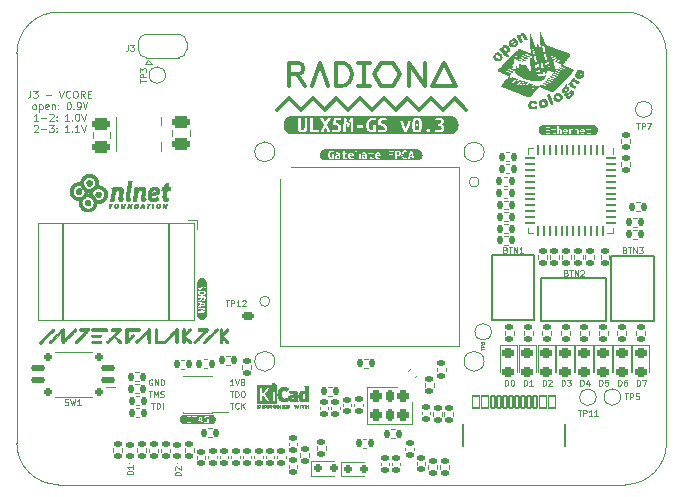
<source format=gto>
G04 #@! TF.GenerationSoftware,KiCad,Pcbnew,9.0.2+dfsg-1*
G04 #@! TF.CreationDate,2025-08-15T17:40:47+02:00*
G04 #@! TF.ProjectId,ulx5m-gs,756c7835-6d2d-4677-932e-6b696361645f,rev?*
G04 #@! TF.SameCoordinates,Original*
G04 #@! TF.FileFunction,Legend,Top*
G04 #@! TF.FilePolarity,Positive*
%FSLAX46Y46*%
G04 Gerber Fmt 4.6, Leading zero omitted, Abs format (unit mm)*
G04 Created by KiCad (PCBNEW 9.0.2+dfsg-1) date 2025-08-15 17:40:47*
%MOMM*%
%LPD*%
G01*
G04 APERTURE LIST*
G04 Aperture macros list*
%AMRoundRect*
0 Rectangle with rounded corners*
0 $1 Rounding radius*
0 $2 $3 $4 $5 $6 $7 $8 $9 X,Y pos of 4 corners*
0 Add a 4 corners polygon primitive as box body*
4,1,4,$2,$3,$4,$5,$6,$7,$8,$9,$2,$3,0*
0 Add four circle primitives for the rounded corners*
1,1,$1+$1,$2,$3*
1,1,$1+$1,$4,$5*
1,1,$1+$1,$6,$7*
1,1,$1+$1,$8,$9*
0 Add four rect primitives between the rounded corners*
20,1,$1+$1,$2,$3,$4,$5,0*
20,1,$1+$1,$4,$5,$6,$7,0*
20,1,$1+$1,$6,$7,$8,$9,0*
20,1,$1+$1,$8,$9,$2,$3,0*%
%AMFreePoly0*
4,1,23,0.550000,-0.750000,0.000000,-0.750000,0.000000,-0.745722,-0.065263,-0.745722,-0.191342,-0.711940,-0.304381,-0.646677,-0.396677,-0.554381,-0.461940,-0.441342,-0.495722,-0.315263,-0.495722,-0.250000,-0.500000,-0.250000,-0.500000,0.250000,-0.495722,0.250000,-0.495722,0.315263,-0.461940,0.441342,-0.396677,0.554381,-0.304381,0.646677,-0.191342,0.711940,-0.065263,0.745722,0.000000,0.745722,
0.000000,0.750000,0.550000,0.750000,0.550000,-0.750000,0.550000,-0.750000,$1*%
%AMFreePoly1*
4,1,23,0.000000,0.745722,0.065263,0.745722,0.191342,0.711940,0.304381,0.646677,0.396677,0.554381,0.461940,0.441342,0.495722,0.315263,0.495722,0.250000,0.500000,0.250000,0.500000,-0.250000,0.495722,-0.250000,0.495722,-0.315263,0.461940,-0.441342,0.396677,-0.554381,0.304381,-0.646677,0.191342,-0.711940,0.065263,-0.745722,0.000000,-0.745722,0.000000,-0.750000,-0.550000,-0.750000,
-0.550000,0.750000,0.000000,0.750000,0.000000,0.745722,0.000000,0.745722,$1*%
G04 Aperture macros list end*
%ADD10C,0.150000*%
%ADD11C,0.100000*%
%ADD12C,0.075000*%
%ADD13C,0.000000*%
%ADD14C,0.120000*%
%ADD15C,0.300000*%
%ADD16C,0.203200*%
%ADD17C,0.010000*%
%ADD18RoundRect,0.135000X0.185000X-0.135000X0.185000X0.135000X-0.185000X0.135000X-0.185000X-0.135000X0*%
%ADD19RoundRect,0.135000X0.135000X0.185000X-0.135000X0.185000X-0.135000X-0.185000X0.135000X-0.185000X0*%
%ADD20RoundRect,0.140000X-0.170000X0.140000X-0.170000X-0.140000X0.170000X-0.140000X0.170000X0.140000X0*%
%ADD21RoundRect,0.218750X-0.256250X0.218750X-0.256250X-0.218750X0.256250X-0.218750X0.256250X0.218750X0*%
%ADD22RoundRect,0.140000X0.170000X-0.140000X0.170000X0.140000X-0.170000X0.140000X-0.170000X-0.140000X0*%
%ADD23C,4.700000*%
%ADD24C,0.400000*%
%ADD25R,1.150000X1.050000*%
%ADD26RoundRect,0.135000X-0.185000X0.135000X-0.185000X-0.135000X0.185000X-0.135000X0.185000X0.135000X0*%
%ADD27RoundRect,0.250000X0.475000X-0.250000X0.475000X0.250000X-0.475000X0.250000X-0.475000X-0.250000X0*%
%ADD28RoundRect,0.135000X-0.135000X-0.185000X0.135000X-0.185000X0.135000X0.185000X-0.135000X0.185000X0*%
%ADD29C,1.000000*%
%ADD30RoundRect,0.135000X-0.035355X0.226274X-0.226274X0.035355X0.035355X-0.226274X0.226274X-0.035355X0*%
%ADD31RoundRect,0.150000X0.150000X0.200000X-0.150000X0.200000X-0.150000X-0.200000X0.150000X-0.200000X0*%
%ADD32RoundRect,0.147500X0.172500X-0.147500X0.172500X0.147500X-0.172500X0.147500X-0.172500X-0.147500X0*%
%ADD33C,0.650000*%
%ADD34RoundRect,0.070000X0.150000X0.500000X-0.150000X0.500000X-0.150000X-0.500000X0.150000X-0.500000X0*%
%ADD35RoundRect,0.070000X-0.150000X-0.500000X0.150000X-0.500000X0.150000X0.500000X-0.150000X0.500000X0*%
%ADD36RoundRect,0.070000X0.300000X0.500000X-0.300000X0.500000X-0.300000X-0.500000X0.300000X-0.500000X0*%
%ADD37RoundRect,0.070000X-0.300000X-0.500000X0.300000X-0.500000X0.300000X0.500000X-0.300000X0.500000X0*%
%ADD38O,1.000000X1.600000*%
%ADD39O,1.000000X2.100000*%
%ADD40R,1.050000X1.150000*%
%ADD41RoundRect,0.062500X-0.062500X0.375000X-0.062500X-0.375000X0.062500X-0.375000X0.062500X0.375000X0*%
%ADD42RoundRect,0.062500X-0.375000X0.062500X-0.375000X-0.062500X0.375000X-0.062500X0.375000X0.062500X0*%
%ADD43R,5.150000X5.150000*%
%ADD44RoundRect,0.250000X-0.275000X0.250000X-0.275000X-0.250000X0.275000X-0.250000X0.275000X0.250000X0*%
%ADD45RoundRect,0.162500X-0.162500X0.337500X-0.162500X-0.337500X0.162500X-0.337500X0.162500X0.337500X0*%
%ADD46RoundRect,0.125000X0.475000X0.125000X-0.475000X0.125000X-0.475000X-0.125000X0.475000X-0.125000X0*%
%ADD47RoundRect,0.175000X0.175000X0.175000X-0.175000X0.175000X-0.175000X-0.175000X0.175000X-0.175000X0*%
%ADD48FreePoly0,0.000000*%
%ADD49R,1.000000X1.500000*%
%ADD50FreePoly1,0.000000*%
%ADD51RoundRect,0.150000X0.350000X0.150000X-0.350000X0.150000X-0.350000X-0.150000X0.350000X-0.150000X0*%
%ADD52R,0.203200X0.812800*%
%ADD53R,0.203200X0.508000*%
%ADD54R,1.092200X0.254000*%
%ADD55R,0.508000X0.254000*%
%ADD56R,2.000000X0.500000*%
%ADD57C,0.450000*%
G04 #@! TA.AperFunction,Profile*
%ADD58C,0.100000*%
G04 #@! TD*
G04 APERTURE END LIST*
D10*
X63120000Y-75345000D02*
X63120000Y-83495000D01*
X72110000Y-75345000D02*
X72110000Y-83495000D01*
D11*
X100534836Y-89113609D02*
X100534836Y-88613609D01*
X100534836Y-88613609D02*
X100653884Y-88613609D01*
X100653884Y-88613609D02*
X100725312Y-88637419D01*
X100725312Y-88637419D02*
X100772931Y-88685038D01*
X100772931Y-88685038D02*
X100796741Y-88732657D01*
X100796741Y-88732657D02*
X100820550Y-88827895D01*
X100820550Y-88827895D02*
X100820550Y-88899323D01*
X100820550Y-88899323D02*
X100796741Y-88994561D01*
X100796741Y-88994561D02*
X100772931Y-89042180D01*
X100772931Y-89042180D02*
X100725312Y-89089800D01*
X100725312Y-89089800D02*
X100653884Y-89113609D01*
X100653884Y-89113609D02*
X100534836Y-89113609D01*
X101130074Y-88613609D02*
X101177693Y-88613609D01*
X101177693Y-88613609D02*
X101225312Y-88637419D01*
X101225312Y-88637419D02*
X101249122Y-88661228D01*
X101249122Y-88661228D02*
X101272931Y-88708847D01*
X101272931Y-88708847D02*
X101296741Y-88804085D01*
X101296741Y-88804085D02*
X101296741Y-88923133D01*
X101296741Y-88923133D02*
X101272931Y-89018371D01*
X101272931Y-89018371D02*
X101249122Y-89065990D01*
X101249122Y-89065990D02*
X101225312Y-89089800D01*
X101225312Y-89089800D02*
X101177693Y-89113609D01*
X101177693Y-89113609D02*
X101130074Y-89113609D01*
X101130074Y-89113609D02*
X101082455Y-89089800D01*
X101082455Y-89089800D02*
X101058646Y-89065990D01*
X101058646Y-89065990D02*
X101034836Y-89018371D01*
X101034836Y-89018371D02*
X101011027Y-88923133D01*
X101011027Y-88923133D02*
X101011027Y-88804085D01*
X101011027Y-88804085D02*
X101034836Y-88708847D01*
X101034836Y-88708847D02*
X101058646Y-88661228D01*
X101058646Y-88661228D02*
X101082455Y-88637419D01*
X101082455Y-88637419D02*
X101130074Y-88613609D01*
X108527693Y-89113609D02*
X108527693Y-88613609D01*
X108527693Y-88613609D02*
X108646741Y-88613609D01*
X108646741Y-88613609D02*
X108718169Y-88637419D01*
X108718169Y-88637419D02*
X108765788Y-88685038D01*
X108765788Y-88685038D02*
X108789598Y-88732657D01*
X108789598Y-88732657D02*
X108813407Y-88827895D01*
X108813407Y-88827895D02*
X108813407Y-88899323D01*
X108813407Y-88899323D02*
X108789598Y-88994561D01*
X108789598Y-88994561D02*
X108765788Y-89042180D01*
X108765788Y-89042180D02*
X108718169Y-89089800D01*
X108718169Y-89089800D02*
X108646741Y-89113609D01*
X108646741Y-89113609D02*
X108527693Y-89113609D01*
X109265788Y-88613609D02*
X109027693Y-88613609D01*
X109027693Y-88613609D02*
X109003884Y-88851704D01*
X109003884Y-88851704D02*
X109027693Y-88827895D01*
X109027693Y-88827895D02*
X109075312Y-88804085D01*
X109075312Y-88804085D02*
X109194360Y-88804085D01*
X109194360Y-88804085D02*
X109241979Y-88827895D01*
X109241979Y-88827895D02*
X109265788Y-88851704D01*
X109265788Y-88851704D02*
X109289598Y-88899323D01*
X109289598Y-88899323D02*
X109289598Y-89018371D01*
X109289598Y-89018371D02*
X109265788Y-89065990D01*
X109265788Y-89065990D02*
X109241979Y-89089800D01*
X109241979Y-89089800D02*
X109194360Y-89113609D01*
X109194360Y-89113609D02*
X109075312Y-89113609D01*
X109075312Y-89113609D02*
X109027693Y-89089800D01*
X109027693Y-89089800D02*
X109003884Y-89065990D01*
X106929122Y-89113609D02*
X106929122Y-88613609D01*
X106929122Y-88613609D02*
X107048170Y-88613609D01*
X107048170Y-88613609D02*
X107119598Y-88637419D01*
X107119598Y-88637419D02*
X107167217Y-88685038D01*
X107167217Y-88685038D02*
X107191027Y-88732657D01*
X107191027Y-88732657D02*
X107214836Y-88827895D01*
X107214836Y-88827895D02*
X107214836Y-88899323D01*
X107214836Y-88899323D02*
X107191027Y-88994561D01*
X107191027Y-88994561D02*
X107167217Y-89042180D01*
X107167217Y-89042180D02*
X107119598Y-89089800D01*
X107119598Y-89089800D02*
X107048170Y-89113609D01*
X107048170Y-89113609D02*
X106929122Y-89113609D01*
X107643408Y-88780276D02*
X107643408Y-89113609D01*
X107524360Y-88589800D02*
X107405313Y-88946942D01*
X107405313Y-88946942D02*
X107714836Y-88946942D01*
X77253408Y-90553609D02*
X77539122Y-90553609D01*
X77396265Y-91053609D02*
X77396265Y-90553609D01*
X77991502Y-91005990D02*
X77967693Y-91029800D01*
X77967693Y-91029800D02*
X77896264Y-91053609D01*
X77896264Y-91053609D02*
X77848645Y-91053609D01*
X77848645Y-91053609D02*
X77777217Y-91029800D01*
X77777217Y-91029800D02*
X77729598Y-90982180D01*
X77729598Y-90982180D02*
X77705788Y-90934561D01*
X77705788Y-90934561D02*
X77681979Y-90839323D01*
X77681979Y-90839323D02*
X77681979Y-90767895D01*
X77681979Y-90767895D02*
X77705788Y-90672657D01*
X77705788Y-90672657D02*
X77729598Y-90625038D01*
X77729598Y-90625038D02*
X77777217Y-90577419D01*
X77777217Y-90577419D02*
X77848645Y-90553609D01*
X77848645Y-90553609D02*
X77896264Y-90553609D01*
X77896264Y-90553609D02*
X77967693Y-90577419D01*
X77967693Y-90577419D02*
X77991502Y-90601228D01*
X78205788Y-91053609D02*
X78205788Y-90553609D01*
X78491502Y-91053609D02*
X78277217Y-90767895D01*
X78491502Y-90553609D02*
X78205788Y-90839323D01*
X102133407Y-89113609D02*
X102133407Y-88613609D01*
X102133407Y-88613609D02*
X102252455Y-88613609D01*
X102252455Y-88613609D02*
X102323883Y-88637419D01*
X102323883Y-88637419D02*
X102371502Y-88685038D01*
X102371502Y-88685038D02*
X102395312Y-88732657D01*
X102395312Y-88732657D02*
X102419121Y-88827895D01*
X102419121Y-88827895D02*
X102419121Y-88899323D01*
X102419121Y-88899323D02*
X102395312Y-88994561D01*
X102395312Y-88994561D02*
X102371502Y-89042180D01*
X102371502Y-89042180D02*
X102323883Y-89089800D01*
X102323883Y-89089800D02*
X102252455Y-89113609D01*
X102252455Y-89113609D02*
X102133407Y-89113609D01*
X102895312Y-89113609D02*
X102609598Y-89113609D01*
X102752455Y-89113609D02*
X102752455Y-88613609D01*
X102752455Y-88613609D02*
X102704836Y-88685038D01*
X102704836Y-88685038D02*
X102657217Y-88732657D01*
X102657217Y-88732657D02*
X102609598Y-88756466D01*
X111724836Y-89113609D02*
X111724836Y-88613609D01*
X111724836Y-88613609D02*
X111843884Y-88613609D01*
X111843884Y-88613609D02*
X111915312Y-88637419D01*
X111915312Y-88637419D02*
X111962931Y-88685038D01*
X111962931Y-88685038D02*
X111986741Y-88732657D01*
X111986741Y-88732657D02*
X112010550Y-88827895D01*
X112010550Y-88827895D02*
X112010550Y-88899323D01*
X112010550Y-88899323D02*
X111986741Y-88994561D01*
X111986741Y-88994561D02*
X111962931Y-89042180D01*
X111962931Y-89042180D02*
X111915312Y-89089800D01*
X111915312Y-89089800D02*
X111843884Y-89113609D01*
X111843884Y-89113609D02*
X111724836Y-89113609D01*
X112177217Y-88613609D02*
X112510550Y-88613609D01*
X112510550Y-88613609D02*
X112296265Y-89113609D01*
X77243408Y-89573609D02*
X77529122Y-89573609D01*
X77386265Y-90073609D02*
X77386265Y-89573609D01*
X77695788Y-90073609D02*
X77695788Y-89573609D01*
X77695788Y-89573609D02*
X77814836Y-89573609D01*
X77814836Y-89573609D02*
X77886264Y-89597419D01*
X77886264Y-89597419D02*
X77933883Y-89645038D01*
X77933883Y-89645038D02*
X77957693Y-89692657D01*
X77957693Y-89692657D02*
X77981502Y-89787895D01*
X77981502Y-89787895D02*
X77981502Y-89859323D01*
X77981502Y-89859323D02*
X77957693Y-89954561D01*
X77957693Y-89954561D02*
X77933883Y-90002180D01*
X77933883Y-90002180D02*
X77886264Y-90049800D01*
X77886264Y-90049800D02*
X77814836Y-90073609D01*
X77814836Y-90073609D02*
X77695788Y-90073609D01*
X78291026Y-89573609D02*
X78386264Y-89573609D01*
X78386264Y-89573609D02*
X78433883Y-89597419D01*
X78433883Y-89597419D02*
X78481502Y-89645038D01*
X78481502Y-89645038D02*
X78505312Y-89740276D01*
X78505312Y-89740276D02*
X78505312Y-89906942D01*
X78505312Y-89906942D02*
X78481502Y-90002180D01*
X78481502Y-90002180D02*
X78433883Y-90049800D01*
X78433883Y-90049800D02*
X78386264Y-90073609D01*
X78386264Y-90073609D02*
X78291026Y-90073609D01*
X78291026Y-90073609D02*
X78243407Y-90049800D01*
X78243407Y-90049800D02*
X78195788Y-90002180D01*
X78195788Y-90002180D02*
X78171979Y-89906942D01*
X78171979Y-89906942D02*
X78171979Y-89740276D01*
X78171979Y-89740276D02*
X78195788Y-89645038D01*
X78195788Y-89645038D02*
X78243407Y-89597419D01*
X78243407Y-89597419D02*
X78291026Y-89573609D01*
X70363408Y-89563609D02*
X70649122Y-89563609D01*
X70506265Y-90063609D02*
X70506265Y-89563609D01*
X70815788Y-90063609D02*
X70815788Y-89563609D01*
X70815788Y-89563609D02*
X70982455Y-89920752D01*
X70982455Y-89920752D02*
X71149121Y-89563609D01*
X71149121Y-89563609D02*
X71149121Y-90063609D01*
X71363408Y-90039800D02*
X71434836Y-90063609D01*
X71434836Y-90063609D02*
X71553884Y-90063609D01*
X71553884Y-90063609D02*
X71601503Y-90039800D01*
X71601503Y-90039800D02*
X71625312Y-90015990D01*
X71625312Y-90015990D02*
X71649122Y-89968371D01*
X71649122Y-89968371D02*
X71649122Y-89920752D01*
X71649122Y-89920752D02*
X71625312Y-89873133D01*
X71625312Y-89873133D02*
X71601503Y-89849323D01*
X71601503Y-89849323D02*
X71553884Y-89825514D01*
X71553884Y-89825514D02*
X71458646Y-89801704D01*
X71458646Y-89801704D02*
X71411027Y-89777895D01*
X71411027Y-89777895D02*
X71387217Y-89754085D01*
X71387217Y-89754085D02*
X71363408Y-89706466D01*
X71363408Y-89706466D02*
X71363408Y-89658847D01*
X71363408Y-89658847D02*
X71387217Y-89611228D01*
X71387217Y-89611228D02*
X71411027Y-89587419D01*
X71411027Y-89587419D02*
X71458646Y-89563609D01*
X71458646Y-89563609D02*
X71577693Y-89563609D01*
X71577693Y-89563609D02*
X71649122Y-89587419D01*
X77546741Y-89053609D02*
X77261027Y-89053609D01*
X77403884Y-89053609D02*
X77403884Y-88553609D01*
X77403884Y-88553609D02*
X77356265Y-88625038D01*
X77356265Y-88625038D02*
X77308646Y-88672657D01*
X77308646Y-88672657D02*
X77261027Y-88696466D01*
X77689598Y-88553609D02*
X77856264Y-89053609D01*
X77856264Y-89053609D02*
X78022931Y-88553609D01*
X78261026Y-88767895D02*
X78213407Y-88744085D01*
X78213407Y-88744085D02*
X78189597Y-88720276D01*
X78189597Y-88720276D02*
X78165788Y-88672657D01*
X78165788Y-88672657D02*
X78165788Y-88648847D01*
X78165788Y-88648847D02*
X78189597Y-88601228D01*
X78189597Y-88601228D02*
X78213407Y-88577419D01*
X78213407Y-88577419D02*
X78261026Y-88553609D01*
X78261026Y-88553609D02*
X78356264Y-88553609D01*
X78356264Y-88553609D02*
X78403883Y-88577419D01*
X78403883Y-88577419D02*
X78427692Y-88601228D01*
X78427692Y-88601228D02*
X78451502Y-88648847D01*
X78451502Y-88648847D02*
X78451502Y-88672657D01*
X78451502Y-88672657D02*
X78427692Y-88720276D01*
X78427692Y-88720276D02*
X78403883Y-88744085D01*
X78403883Y-88744085D02*
X78356264Y-88767895D01*
X78356264Y-88767895D02*
X78261026Y-88767895D01*
X78261026Y-88767895D02*
X78213407Y-88791704D01*
X78213407Y-88791704D02*
X78189597Y-88815514D01*
X78189597Y-88815514D02*
X78165788Y-88863133D01*
X78165788Y-88863133D02*
X78165788Y-88958371D01*
X78165788Y-88958371D02*
X78189597Y-89005990D01*
X78189597Y-89005990D02*
X78213407Y-89029800D01*
X78213407Y-89029800D02*
X78261026Y-89053609D01*
X78261026Y-89053609D02*
X78356264Y-89053609D01*
X78356264Y-89053609D02*
X78403883Y-89029800D01*
X78403883Y-89029800D02*
X78427692Y-89005990D01*
X78427692Y-89005990D02*
X78451502Y-88958371D01*
X78451502Y-88958371D02*
X78451502Y-88863133D01*
X78451502Y-88863133D02*
X78427692Y-88815514D01*
X78427692Y-88815514D02*
X78403883Y-88791704D01*
X78403883Y-88791704D02*
X78356264Y-88767895D01*
X105330550Y-89113609D02*
X105330550Y-88613609D01*
X105330550Y-88613609D02*
X105449598Y-88613609D01*
X105449598Y-88613609D02*
X105521026Y-88637419D01*
X105521026Y-88637419D02*
X105568645Y-88685038D01*
X105568645Y-88685038D02*
X105592455Y-88732657D01*
X105592455Y-88732657D02*
X105616264Y-88827895D01*
X105616264Y-88827895D02*
X105616264Y-88899323D01*
X105616264Y-88899323D02*
X105592455Y-88994561D01*
X105592455Y-88994561D02*
X105568645Y-89042180D01*
X105568645Y-89042180D02*
X105521026Y-89089800D01*
X105521026Y-89089800D02*
X105449598Y-89113609D01*
X105449598Y-89113609D02*
X105330550Y-89113609D01*
X105782931Y-88613609D02*
X106092455Y-88613609D01*
X106092455Y-88613609D02*
X105925788Y-88804085D01*
X105925788Y-88804085D02*
X105997217Y-88804085D01*
X105997217Y-88804085D02*
X106044836Y-88827895D01*
X106044836Y-88827895D02*
X106068645Y-88851704D01*
X106068645Y-88851704D02*
X106092455Y-88899323D01*
X106092455Y-88899323D02*
X106092455Y-89018371D01*
X106092455Y-89018371D02*
X106068645Y-89065990D01*
X106068645Y-89065990D02*
X106044836Y-89089800D01*
X106044836Y-89089800D02*
X105997217Y-89113609D01*
X105997217Y-89113609D02*
X105854360Y-89113609D01*
X105854360Y-89113609D02*
X105806741Y-89089800D01*
X105806741Y-89089800D02*
X105782931Y-89065990D01*
X60358571Y-64133473D02*
X60358571Y-64562044D01*
X60358571Y-64562044D02*
X60330000Y-64647759D01*
X60330000Y-64647759D02*
X60272857Y-64704902D01*
X60272857Y-64704902D02*
X60187143Y-64733473D01*
X60187143Y-64733473D02*
X60130000Y-64733473D01*
X60587143Y-64133473D02*
X60958571Y-64133473D01*
X60958571Y-64133473D02*
X60758571Y-64362044D01*
X60758571Y-64362044D02*
X60844286Y-64362044D01*
X60844286Y-64362044D02*
X60901429Y-64390616D01*
X60901429Y-64390616D02*
X60930000Y-64419187D01*
X60930000Y-64419187D02*
X60958571Y-64476330D01*
X60958571Y-64476330D02*
X60958571Y-64619187D01*
X60958571Y-64619187D02*
X60930000Y-64676330D01*
X60930000Y-64676330D02*
X60901429Y-64704902D01*
X60901429Y-64704902D02*
X60844286Y-64733473D01*
X60844286Y-64733473D02*
X60672857Y-64733473D01*
X60672857Y-64733473D02*
X60615714Y-64704902D01*
X60615714Y-64704902D02*
X60587143Y-64676330D01*
X61672858Y-64504902D02*
X62130001Y-64504902D01*
X62787143Y-64133473D02*
X62987143Y-64733473D01*
X62987143Y-64733473D02*
X63187143Y-64133473D01*
X63730001Y-64676330D02*
X63701429Y-64704902D01*
X63701429Y-64704902D02*
X63615715Y-64733473D01*
X63615715Y-64733473D02*
X63558572Y-64733473D01*
X63558572Y-64733473D02*
X63472858Y-64704902D01*
X63472858Y-64704902D02*
X63415715Y-64647759D01*
X63415715Y-64647759D02*
X63387144Y-64590616D01*
X63387144Y-64590616D02*
X63358572Y-64476330D01*
X63358572Y-64476330D02*
X63358572Y-64390616D01*
X63358572Y-64390616D02*
X63387144Y-64276330D01*
X63387144Y-64276330D02*
X63415715Y-64219187D01*
X63415715Y-64219187D02*
X63472858Y-64162044D01*
X63472858Y-64162044D02*
X63558572Y-64133473D01*
X63558572Y-64133473D02*
X63615715Y-64133473D01*
X63615715Y-64133473D02*
X63701429Y-64162044D01*
X63701429Y-64162044D02*
X63730001Y-64190616D01*
X64101429Y-64133473D02*
X64215715Y-64133473D01*
X64215715Y-64133473D02*
X64272858Y-64162044D01*
X64272858Y-64162044D02*
X64330001Y-64219187D01*
X64330001Y-64219187D02*
X64358572Y-64333473D01*
X64358572Y-64333473D02*
X64358572Y-64533473D01*
X64358572Y-64533473D02*
X64330001Y-64647759D01*
X64330001Y-64647759D02*
X64272858Y-64704902D01*
X64272858Y-64704902D02*
X64215715Y-64733473D01*
X64215715Y-64733473D02*
X64101429Y-64733473D01*
X64101429Y-64733473D02*
X64044287Y-64704902D01*
X64044287Y-64704902D02*
X63987144Y-64647759D01*
X63987144Y-64647759D02*
X63958572Y-64533473D01*
X63958572Y-64533473D02*
X63958572Y-64333473D01*
X63958572Y-64333473D02*
X63987144Y-64219187D01*
X63987144Y-64219187D02*
X64044287Y-64162044D01*
X64044287Y-64162044D02*
X64101429Y-64133473D01*
X64958572Y-64733473D02*
X64758572Y-64447759D01*
X64615715Y-64733473D02*
X64615715Y-64133473D01*
X64615715Y-64133473D02*
X64844286Y-64133473D01*
X64844286Y-64133473D02*
X64901429Y-64162044D01*
X64901429Y-64162044D02*
X64930000Y-64190616D01*
X64930000Y-64190616D02*
X64958572Y-64247759D01*
X64958572Y-64247759D02*
X64958572Y-64333473D01*
X64958572Y-64333473D02*
X64930000Y-64390616D01*
X64930000Y-64390616D02*
X64901429Y-64419187D01*
X64901429Y-64419187D02*
X64844286Y-64447759D01*
X64844286Y-64447759D02*
X64615715Y-64447759D01*
X65215715Y-64419187D02*
X65415715Y-64419187D01*
X65501429Y-64733473D02*
X65215715Y-64733473D01*
X65215715Y-64733473D02*
X65215715Y-64133473D01*
X65215715Y-64133473D02*
X65501429Y-64133473D01*
X60644285Y-65699439D02*
X60587142Y-65670868D01*
X60587142Y-65670868D02*
X60558571Y-65642296D01*
X60558571Y-65642296D02*
X60529999Y-65585153D01*
X60529999Y-65585153D02*
X60529999Y-65413725D01*
X60529999Y-65413725D02*
X60558571Y-65356582D01*
X60558571Y-65356582D02*
X60587142Y-65328010D01*
X60587142Y-65328010D02*
X60644285Y-65299439D01*
X60644285Y-65299439D02*
X60729999Y-65299439D01*
X60729999Y-65299439D02*
X60787142Y-65328010D01*
X60787142Y-65328010D02*
X60815714Y-65356582D01*
X60815714Y-65356582D02*
X60844285Y-65413725D01*
X60844285Y-65413725D02*
X60844285Y-65585153D01*
X60844285Y-65585153D02*
X60815714Y-65642296D01*
X60815714Y-65642296D02*
X60787142Y-65670868D01*
X60787142Y-65670868D02*
X60729999Y-65699439D01*
X60729999Y-65699439D02*
X60644285Y-65699439D01*
X61101428Y-65299439D02*
X61101428Y-65899439D01*
X61101428Y-65328010D02*
X61158571Y-65299439D01*
X61158571Y-65299439D02*
X61272856Y-65299439D01*
X61272856Y-65299439D02*
X61329999Y-65328010D01*
X61329999Y-65328010D02*
X61358571Y-65356582D01*
X61358571Y-65356582D02*
X61387142Y-65413725D01*
X61387142Y-65413725D02*
X61387142Y-65585153D01*
X61387142Y-65585153D02*
X61358571Y-65642296D01*
X61358571Y-65642296D02*
X61329999Y-65670868D01*
X61329999Y-65670868D02*
X61272856Y-65699439D01*
X61272856Y-65699439D02*
X61158571Y-65699439D01*
X61158571Y-65699439D02*
X61101428Y-65670868D01*
X61872856Y-65670868D02*
X61815713Y-65699439D01*
X61815713Y-65699439D02*
X61701428Y-65699439D01*
X61701428Y-65699439D02*
X61644285Y-65670868D01*
X61644285Y-65670868D02*
X61615713Y-65613725D01*
X61615713Y-65613725D02*
X61615713Y-65385153D01*
X61615713Y-65385153D02*
X61644285Y-65328010D01*
X61644285Y-65328010D02*
X61701428Y-65299439D01*
X61701428Y-65299439D02*
X61815713Y-65299439D01*
X61815713Y-65299439D02*
X61872856Y-65328010D01*
X61872856Y-65328010D02*
X61901428Y-65385153D01*
X61901428Y-65385153D02*
X61901428Y-65442296D01*
X61901428Y-65442296D02*
X61615713Y-65499439D01*
X62158571Y-65299439D02*
X62158571Y-65699439D01*
X62158571Y-65356582D02*
X62187142Y-65328010D01*
X62187142Y-65328010D02*
X62244285Y-65299439D01*
X62244285Y-65299439D02*
X62329999Y-65299439D01*
X62329999Y-65299439D02*
X62387142Y-65328010D01*
X62387142Y-65328010D02*
X62415714Y-65385153D01*
X62415714Y-65385153D02*
X62415714Y-65699439D01*
X62701428Y-65642296D02*
X62729999Y-65670868D01*
X62729999Y-65670868D02*
X62701428Y-65699439D01*
X62701428Y-65699439D02*
X62672856Y-65670868D01*
X62672856Y-65670868D02*
X62701428Y-65642296D01*
X62701428Y-65642296D02*
X62701428Y-65699439D01*
X62701428Y-65328010D02*
X62729999Y-65356582D01*
X62729999Y-65356582D02*
X62701428Y-65385153D01*
X62701428Y-65385153D02*
X62672856Y-65356582D01*
X62672856Y-65356582D02*
X62701428Y-65328010D01*
X62701428Y-65328010D02*
X62701428Y-65385153D01*
X63558570Y-65099439D02*
X63615713Y-65099439D01*
X63615713Y-65099439D02*
X63672856Y-65128010D01*
X63672856Y-65128010D02*
X63701428Y-65156582D01*
X63701428Y-65156582D02*
X63729999Y-65213725D01*
X63729999Y-65213725D02*
X63758570Y-65328010D01*
X63758570Y-65328010D02*
X63758570Y-65470868D01*
X63758570Y-65470868D02*
X63729999Y-65585153D01*
X63729999Y-65585153D02*
X63701428Y-65642296D01*
X63701428Y-65642296D02*
X63672856Y-65670868D01*
X63672856Y-65670868D02*
X63615713Y-65699439D01*
X63615713Y-65699439D02*
X63558570Y-65699439D01*
X63558570Y-65699439D02*
X63501428Y-65670868D01*
X63501428Y-65670868D02*
X63472856Y-65642296D01*
X63472856Y-65642296D02*
X63444285Y-65585153D01*
X63444285Y-65585153D02*
X63415713Y-65470868D01*
X63415713Y-65470868D02*
X63415713Y-65328010D01*
X63415713Y-65328010D02*
X63444285Y-65213725D01*
X63444285Y-65213725D02*
X63472856Y-65156582D01*
X63472856Y-65156582D02*
X63501428Y-65128010D01*
X63501428Y-65128010D02*
X63558570Y-65099439D01*
X64015714Y-65642296D02*
X64044285Y-65670868D01*
X64044285Y-65670868D02*
X64015714Y-65699439D01*
X64015714Y-65699439D02*
X63987142Y-65670868D01*
X63987142Y-65670868D02*
X64015714Y-65642296D01*
X64015714Y-65642296D02*
X64015714Y-65699439D01*
X64329999Y-65699439D02*
X64444285Y-65699439D01*
X64444285Y-65699439D02*
X64501428Y-65670868D01*
X64501428Y-65670868D02*
X64529999Y-65642296D01*
X64529999Y-65642296D02*
X64587142Y-65556582D01*
X64587142Y-65556582D02*
X64615713Y-65442296D01*
X64615713Y-65442296D02*
X64615713Y-65213725D01*
X64615713Y-65213725D02*
X64587142Y-65156582D01*
X64587142Y-65156582D02*
X64558571Y-65128010D01*
X64558571Y-65128010D02*
X64501428Y-65099439D01*
X64501428Y-65099439D02*
X64387142Y-65099439D01*
X64387142Y-65099439D02*
X64329999Y-65128010D01*
X64329999Y-65128010D02*
X64301428Y-65156582D01*
X64301428Y-65156582D02*
X64272856Y-65213725D01*
X64272856Y-65213725D02*
X64272856Y-65356582D01*
X64272856Y-65356582D02*
X64301428Y-65413725D01*
X64301428Y-65413725D02*
X64329999Y-65442296D01*
X64329999Y-65442296D02*
X64387142Y-65470868D01*
X64387142Y-65470868D02*
X64501428Y-65470868D01*
X64501428Y-65470868D02*
X64558571Y-65442296D01*
X64558571Y-65442296D02*
X64587142Y-65413725D01*
X64587142Y-65413725D02*
X64615713Y-65356582D01*
X64787142Y-65099439D02*
X64987142Y-65699439D01*
X64987142Y-65699439D02*
X65187142Y-65099439D01*
X61001427Y-66665405D02*
X60658570Y-66665405D01*
X60829999Y-66665405D02*
X60829999Y-66065405D01*
X60829999Y-66065405D02*
X60772856Y-66151119D01*
X60772856Y-66151119D02*
X60715713Y-66208262D01*
X60715713Y-66208262D02*
X60658570Y-66236834D01*
X61258571Y-66436834D02*
X61715714Y-66436834D01*
X61972856Y-66122548D02*
X62001428Y-66093976D01*
X62001428Y-66093976D02*
X62058571Y-66065405D01*
X62058571Y-66065405D02*
X62201428Y-66065405D01*
X62201428Y-66065405D02*
X62258571Y-66093976D01*
X62258571Y-66093976D02*
X62287142Y-66122548D01*
X62287142Y-66122548D02*
X62315713Y-66179691D01*
X62315713Y-66179691D02*
X62315713Y-66236834D01*
X62315713Y-66236834D02*
X62287142Y-66322548D01*
X62287142Y-66322548D02*
X61944285Y-66665405D01*
X61944285Y-66665405D02*
X62315713Y-66665405D01*
X62572857Y-66608262D02*
X62601428Y-66636834D01*
X62601428Y-66636834D02*
X62572857Y-66665405D01*
X62572857Y-66665405D02*
X62544285Y-66636834D01*
X62544285Y-66636834D02*
X62572857Y-66608262D01*
X62572857Y-66608262D02*
X62572857Y-66665405D01*
X62572857Y-66293976D02*
X62601428Y-66322548D01*
X62601428Y-66322548D02*
X62572857Y-66351119D01*
X62572857Y-66351119D02*
X62544285Y-66322548D01*
X62544285Y-66322548D02*
X62572857Y-66293976D01*
X62572857Y-66293976D02*
X62572857Y-66351119D01*
X63629999Y-66665405D02*
X63287142Y-66665405D01*
X63458571Y-66665405D02*
X63458571Y-66065405D01*
X63458571Y-66065405D02*
X63401428Y-66151119D01*
X63401428Y-66151119D02*
X63344285Y-66208262D01*
X63344285Y-66208262D02*
X63287142Y-66236834D01*
X63887143Y-66608262D02*
X63915714Y-66636834D01*
X63915714Y-66636834D02*
X63887143Y-66665405D01*
X63887143Y-66665405D02*
X63858571Y-66636834D01*
X63858571Y-66636834D02*
X63887143Y-66608262D01*
X63887143Y-66608262D02*
X63887143Y-66665405D01*
X64287142Y-66065405D02*
X64344285Y-66065405D01*
X64344285Y-66065405D02*
X64401428Y-66093976D01*
X64401428Y-66093976D02*
X64430000Y-66122548D01*
X64430000Y-66122548D02*
X64458571Y-66179691D01*
X64458571Y-66179691D02*
X64487142Y-66293976D01*
X64487142Y-66293976D02*
X64487142Y-66436834D01*
X64487142Y-66436834D02*
X64458571Y-66551119D01*
X64458571Y-66551119D02*
X64430000Y-66608262D01*
X64430000Y-66608262D02*
X64401428Y-66636834D01*
X64401428Y-66636834D02*
X64344285Y-66665405D01*
X64344285Y-66665405D02*
X64287142Y-66665405D01*
X64287142Y-66665405D02*
X64230000Y-66636834D01*
X64230000Y-66636834D02*
X64201428Y-66608262D01*
X64201428Y-66608262D02*
X64172857Y-66551119D01*
X64172857Y-66551119D02*
X64144285Y-66436834D01*
X64144285Y-66436834D02*
X64144285Y-66293976D01*
X64144285Y-66293976D02*
X64172857Y-66179691D01*
X64172857Y-66179691D02*
X64201428Y-66122548D01*
X64201428Y-66122548D02*
X64230000Y-66093976D01*
X64230000Y-66093976D02*
X64287142Y-66065405D01*
X64658571Y-66065405D02*
X64858571Y-66665405D01*
X64858571Y-66665405D02*
X65058571Y-66065405D01*
X60658570Y-67088514D02*
X60687142Y-67059942D01*
X60687142Y-67059942D02*
X60744285Y-67031371D01*
X60744285Y-67031371D02*
X60887142Y-67031371D01*
X60887142Y-67031371D02*
X60944285Y-67059942D01*
X60944285Y-67059942D02*
X60972856Y-67088514D01*
X60972856Y-67088514D02*
X61001427Y-67145657D01*
X61001427Y-67145657D02*
X61001427Y-67202800D01*
X61001427Y-67202800D02*
X60972856Y-67288514D01*
X60972856Y-67288514D02*
X60629999Y-67631371D01*
X60629999Y-67631371D02*
X61001427Y-67631371D01*
X61258571Y-67402800D02*
X61715714Y-67402800D01*
X61944285Y-67031371D02*
X62315713Y-67031371D01*
X62315713Y-67031371D02*
X62115713Y-67259942D01*
X62115713Y-67259942D02*
X62201428Y-67259942D01*
X62201428Y-67259942D02*
X62258571Y-67288514D01*
X62258571Y-67288514D02*
X62287142Y-67317085D01*
X62287142Y-67317085D02*
X62315713Y-67374228D01*
X62315713Y-67374228D02*
X62315713Y-67517085D01*
X62315713Y-67517085D02*
X62287142Y-67574228D01*
X62287142Y-67574228D02*
X62258571Y-67602800D01*
X62258571Y-67602800D02*
X62201428Y-67631371D01*
X62201428Y-67631371D02*
X62029999Y-67631371D01*
X62029999Y-67631371D02*
X61972856Y-67602800D01*
X61972856Y-67602800D02*
X61944285Y-67574228D01*
X62572857Y-67574228D02*
X62601428Y-67602800D01*
X62601428Y-67602800D02*
X62572857Y-67631371D01*
X62572857Y-67631371D02*
X62544285Y-67602800D01*
X62544285Y-67602800D02*
X62572857Y-67574228D01*
X62572857Y-67574228D02*
X62572857Y-67631371D01*
X62572857Y-67259942D02*
X62601428Y-67288514D01*
X62601428Y-67288514D02*
X62572857Y-67317085D01*
X62572857Y-67317085D02*
X62544285Y-67288514D01*
X62544285Y-67288514D02*
X62572857Y-67259942D01*
X62572857Y-67259942D02*
X62572857Y-67317085D01*
X63629999Y-67631371D02*
X63287142Y-67631371D01*
X63458571Y-67631371D02*
X63458571Y-67031371D01*
X63458571Y-67031371D02*
X63401428Y-67117085D01*
X63401428Y-67117085D02*
X63344285Y-67174228D01*
X63344285Y-67174228D02*
X63287142Y-67202800D01*
X63887143Y-67574228D02*
X63915714Y-67602800D01*
X63915714Y-67602800D02*
X63887143Y-67631371D01*
X63887143Y-67631371D02*
X63858571Y-67602800D01*
X63858571Y-67602800D02*
X63887143Y-67574228D01*
X63887143Y-67574228D02*
X63887143Y-67631371D01*
X64487142Y-67631371D02*
X64144285Y-67631371D01*
X64315714Y-67631371D02*
X64315714Y-67031371D01*
X64315714Y-67031371D02*
X64258571Y-67117085D01*
X64258571Y-67117085D02*
X64201428Y-67174228D01*
X64201428Y-67174228D02*
X64144285Y-67202800D01*
X64658571Y-67031371D02*
X64858571Y-67631371D01*
X64858571Y-67631371D02*
X65058571Y-67031371D01*
X70593408Y-90553609D02*
X70879122Y-90553609D01*
X70736265Y-91053609D02*
X70736265Y-90553609D01*
X71045788Y-91053609D02*
X71045788Y-90553609D01*
X71045788Y-90553609D02*
X71164836Y-90553609D01*
X71164836Y-90553609D02*
X71236264Y-90577419D01*
X71236264Y-90577419D02*
X71283883Y-90625038D01*
X71283883Y-90625038D02*
X71307693Y-90672657D01*
X71307693Y-90672657D02*
X71331502Y-90767895D01*
X71331502Y-90767895D02*
X71331502Y-90839323D01*
X71331502Y-90839323D02*
X71307693Y-90934561D01*
X71307693Y-90934561D02*
X71283883Y-90982180D01*
X71283883Y-90982180D02*
X71236264Y-91029800D01*
X71236264Y-91029800D02*
X71164836Y-91053609D01*
X71164836Y-91053609D02*
X71045788Y-91053609D01*
X71545788Y-91053609D02*
X71545788Y-90553609D01*
X110126265Y-89113609D02*
X110126265Y-88613609D01*
X110126265Y-88613609D02*
X110245313Y-88613609D01*
X110245313Y-88613609D02*
X110316741Y-88637419D01*
X110316741Y-88637419D02*
X110364360Y-88685038D01*
X110364360Y-88685038D02*
X110388170Y-88732657D01*
X110388170Y-88732657D02*
X110411979Y-88827895D01*
X110411979Y-88827895D02*
X110411979Y-88899323D01*
X110411979Y-88899323D02*
X110388170Y-88994561D01*
X110388170Y-88994561D02*
X110364360Y-89042180D01*
X110364360Y-89042180D02*
X110316741Y-89089800D01*
X110316741Y-89089800D02*
X110245313Y-89113609D01*
X110245313Y-89113609D02*
X110126265Y-89113609D01*
X110840551Y-88613609D02*
X110745313Y-88613609D01*
X110745313Y-88613609D02*
X110697694Y-88637419D01*
X110697694Y-88637419D02*
X110673884Y-88661228D01*
X110673884Y-88661228D02*
X110626265Y-88732657D01*
X110626265Y-88732657D02*
X110602456Y-88827895D01*
X110602456Y-88827895D02*
X110602456Y-89018371D01*
X110602456Y-89018371D02*
X110626265Y-89065990D01*
X110626265Y-89065990D02*
X110650075Y-89089800D01*
X110650075Y-89089800D02*
X110697694Y-89113609D01*
X110697694Y-89113609D02*
X110792932Y-89113609D01*
X110792932Y-89113609D02*
X110840551Y-89089800D01*
X110840551Y-89089800D02*
X110864360Y-89065990D01*
X110864360Y-89065990D02*
X110888170Y-89018371D01*
X110888170Y-89018371D02*
X110888170Y-88899323D01*
X110888170Y-88899323D02*
X110864360Y-88851704D01*
X110864360Y-88851704D02*
X110840551Y-88827895D01*
X110840551Y-88827895D02*
X110792932Y-88804085D01*
X110792932Y-88804085D02*
X110697694Y-88804085D01*
X110697694Y-88804085D02*
X110650075Y-88827895D01*
X110650075Y-88827895D02*
X110626265Y-88851704D01*
X110626265Y-88851704D02*
X110602456Y-88899323D01*
X103731979Y-89113609D02*
X103731979Y-88613609D01*
X103731979Y-88613609D02*
X103851027Y-88613609D01*
X103851027Y-88613609D02*
X103922455Y-88637419D01*
X103922455Y-88637419D02*
X103970074Y-88685038D01*
X103970074Y-88685038D02*
X103993884Y-88732657D01*
X103993884Y-88732657D02*
X104017693Y-88827895D01*
X104017693Y-88827895D02*
X104017693Y-88899323D01*
X104017693Y-88899323D02*
X103993884Y-88994561D01*
X103993884Y-88994561D02*
X103970074Y-89042180D01*
X103970074Y-89042180D02*
X103922455Y-89089800D01*
X103922455Y-89089800D02*
X103851027Y-89113609D01*
X103851027Y-89113609D02*
X103731979Y-89113609D01*
X104208170Y-88661228D02*
X104231979Y-88637419D01*
X104231979Y-88637419D02*
X104279598Y-88613609D01*
X104279598Y-88613609D02*
X104398646Y-88613609D01*
X104398646Y-88613609D02*
X104446265Y-88637419D01*
X104446265Y-88637419D02*
X104470074Y-88661228D01*
X104470074Y-88661228D02*
X104493884Y-88708847D01*
X104493884Y-88708847D02*
X104493884Y-88756466D01*
X104493884Y-88756466D02*
X104470074Y-88827895D01*
X104470074Y-88827895D02*
X104184360Y-89113609D01*
X104184360Y-89113609D02*
X104493884Y-89113609D01*
X70656741Y-88587419D02*
X70609122Y-88563609D01*
X70609122Y-88563609D02*
X70537693Y-88563609D01*
X70537693Y-88563609D02*
X70466265Y-88587419D01*
X70466265Y-88587419D02*
X70418646Y-88635038D01*
X70418646Y-88635038D02*
X70394836Y-88682657D01*
X70394836Y-88682657D02*
X70371027Y-88777895D01*
X70371027Y-88777895D02*
X70371027Y-88849323D01*
X70371027Y-88849323D02*
X70394836Y-88944561D01*
X70394836Y-88944561D02*
X70418646Y-88992180D01*
X70418646Y-88992180D02*
X70466265Y-89039800D01*
X70466265Y-89039800D02*
X70537693Y-89063609D01*
X70537693Y-89063609D02*
X70585312Y-89063609D01*
X70585312Y-89063609D02*
X70656741Y-89039800D01*
X70656741Y-89039800D02*
X70680550Y-89015990D01*
X70680550Y-89015990D02*
X70680550Y-88849323D01*
X70680550Y-88849323D02*
X70585312Y-88849323D01*
X70894836Y-89063609D02*
X70894836Y-88563609D01*
X70894836Y-88563609D02*
X71180550Y-89063609D01*
X71180550Y-89063609D02*
X71180550Y-88563609D01*
X71418646Y-89063609D02*
X71418646Y-88563609D01*
X71418646Y-88563609D02*
X71537694Y-88563609D01*
X71537694Y-88563609D02*
X71609122Y-88587419D01*
X71609122Y-88587419D02*
X71656741Y-88635038D01*
X71656741Y-88635038D02*
X71680551Y-88682657D01*
X71680551Y-88682657D02*
X71704360Y-88777895D01*
X71704360Y-88777895D02*
X71704360Y-88849323D01*
X71704360Y-88849323D02*
X71680551Y-88944561D01*
X71680551Y-88944561D02*
X71656741Y-88992180D01*
X71656741Y-88992180D02*
X71609122Y-89039800D01*
X71609122Y-89039800D02*
X71537694Y-89063609D01*
X71537694Y-89063609D02*
X71418646Y-89063609D01*
X105715238Y-79554204D02*
X105786666Y-79578014D01*
X105786666Y-79578014D02*
X105810476Y-79601823D01*
X105810476Y-79601823D02*
X105834285Y-79649442D01*
X105834285Y-79649442D02*
X105834285Y-79720871D01*
X105834285Y-79720871D02*
X105810476Y-79768490D01*
X105810476Y-79768490D02*
X105786666Y-79792300D01*
X105786666Y-79792300D02*
X105739047Y-79816109D01*
X105739047Y-79816109D02*
X105548571Y-79816109D01*
X105548571Y-79816109D02*
X105548571Y-79316109D01*
X105548571Y-79316109D02*
X105715238Y-79316109D01*
X105715238Y-79316109D02*
X105762857Y-79339919D01*
X105762857Y-79339919D02*
X105786666Y-79363728D01*
X105786666Y-79363728D02*
X105810476Y-79411347D01*
X105810476Y-79411347D02*
X105810476Y-79458966D01*
X105810476Y-79458966D02*
X105786666Y-79506585D01*
X105786666Y-79506585D02*
X105762857Y-79530395D01*
X105762857Y-79530395D02*
X105715238Y-79554204D01*
X105715238Y-79554204D02*
X105548571Y-79554204D01*
X105977143Y-79316109D02*
X106262857Y-79316109D01*
X106120000Y-79816109D02*
X106120000Y-79316109D01*
X106429523Y-79816109D02*
X106429523Y-79316109D01*
X106429523Y-79316109D02*
X106715237Y-79816109D01*
X106715237Y-79816109D02*
X106715237Y-79316109D01*
X106929524Y-79363728D02*
X106953333Y-79339919D01*
X106953333Y-79339919D02*
X107000952Y-79316109D01*
X107000952Y-79316109D02*
X107120000Y-79316109D01*
X107120000Y-79316109D02*
X107167619Y-79339919D01*
X107167619Y-79339919D02*
X107191428Y-79363728D01*
X107191428Y-79363728D02*
X107215238Y-79411347D01*
X107215238Y-79411347D02*
X107215238Y-79458966D01*
X107215238Y-79458966D02*
X107191428Y-79530395D01*
X107191428Y-79530395D02*
X106905714Y-79816109D01*
X106905714Y-79816109D02*
X107215238Y-79816109D01*
X111659048Y-66884109D02*
X111944762Y-66884109D01*
X111801905Y-67384109D02*
X111801905Y-66884109D01*
X112111428Y-67384109D02*
X112111428Y-66884109D01*
X112111428Y-66884109D02*
X112301904Y-66884109D01*
X112301904Y-66884109D02*
X112349523Y-66907919D01*
X112349523Y-66907919D02*
X112373333Y-66931728D01*
X112373333Y-66931728D02*
X112397142Y-66979347D01*
X112397142Y-66979347D02*
X112397142Y-67050776D01*
X112397142Y-67050776D02*
X112373333Y-67098395D01*
X112373333Y-67098395D02*
X112349523Y-67122204D01*
X112349523Y-67122204D02*
X112301904Y-67146014D01*
X112301904Y-67146014D02*
X112111428Y-67146014D01*
X112563809Y-66884109D02*
X112897142Y-66884109D01*
X112897142Y-66884109D02*
X112682857Y-67384109D01*
X73076109Y-96699047D02*
X72576109Y-96699047D01*
X72576109Y-96699047D02*
X72576109Y-96579999D01*
X72576109Y-96579999D02*
X72599919Y-96508571D01*
X72599919Y-96508571D02*
X72647538Y-96460952D01*
X72647538Y-96460952D02*
X72695157Y-96437142D01*
X72695157Y-96437142D02*
X72790395Y-96413333D01*
X72790395Y-96413333D02*
X72861823Y-96413333D01*
X72861823Y-96413333D02*
X72957061Y-96437142D01*
X72957061Y-96437142D02*
X73004680Y-96460952D01*
X73004680Y-96460952D02*
X73052300Y-96508571D01*
X73052300Y-96508571D02*
X73076109Y-96579999D01*
X73076109Y-96579999D02*
X73076109Y-96699047D01*
X72623728Y-96222856D02*
X72599919Y-96199047D01*
X72599919Y-96199047D02*
X72576109Y-96151428D01*
X72576109Y-96151428D02*
X72576109Y-96032380D01*
X72576109Y-96032380D02*
X72599919Y-95984761D01*
X72599919Y-95984761D02*
X72623728Y-95960952D01*
X72623728Y-95960952D02*
X72671347Y-95937142D01*
X72671347Y-95937142D02*
X72718966Y-95937142D01*
X72718966Y-95937142D02*
X72790395Y-95960952D01*
X72790395Y-95960952D02*
X73076109Y-96246666D01*
X73076109Y-96246666D02*
X73076109Y-95937142D01*
X69656109Y-63447951D02*
X69656109Y-63162237D01*
X70156109Y-63305094D02*
X69656109Y-63305094D01*
X70156109Y-62995571D02*
X69656109Y-62995571D01*
X69656109Y-62995571D02*
X69656109Y-62805095D01*
X69656109Y-62805095D02*
X69679919Y-62757476D01*
X69679919Y-62757476D02*
X69703728Y-62733666D01*
X69703728Y-62733666D02*
X69751347Y-62709857D01*
X69751347Y-62709857D02*
X69822776Y-62709857D01*
X69822776Y-62709857D02*
X69870395Y-62733666D01*
X69870395Y-62733666D02*
X69894204Y-62757476D01*
X69894204Y-62757476D02*
X69918014Y-62805095D01*
X69918014Y-62805095D02*
X69918014Y-62995571D01*
X69656109Y-62543190D02*
X69656109Y-62233666D01*
X69656109Y-62233666D02*
X69846585Y-62400333D01*
X69846585Y-62400333D02*
X69846585Y-62328904D01*
X69846585Y-62328904D02*
X69870395Y-62281285D01*
X69870395Y-62281285D02*
X69894204Y-62257476D01*
X69894204Y-62257476D02*
X69941823Y-62233666D01*
X69941823Y-62233666D02*
X70060871Y-62233666D01*
X70060871Y-62233666D02*
X70108490Y-62257476D01*
X70108490Y-62257476D02*
X70132300Y-62281285D01*
X70132300Y-62281285D02*
X70156109Y-62328904D01*
X70156109Y-62328904D02*
X70156109Y-62471761D01*
X70156109Y-62471761D02*
X70132300Y-62519380D01*
X70132300Y-62519380D02*
X70108490Y-62543190D01*
D12*
X98494885Y-86128570D02*
X98494885Y-85957142D01*
X98794885Y-86042856D02*
X98494885Y-86042856D01*
X98794885Y-85857142D02*
X98494885Y-85857142D01*
X98494885Y-85857142D02*
X98494885Y-85742856D01*
X98494885Y-85742856D02*
X98509171Y-85714285D01*
X98509171Y-85714285D02*
X98523457Y-85699999D01*
X98523457Y-85699999D02*
X98552028Y-85685713D01*
X98552028Y-85685713D02*
X98594885Y-85685713D01*
X98594885Y-85685713D02*
X98623457Y-85699999D01*
X98623457Y-85699999D02*
X98637742Y-85714285D01*
X98637742Y-85714285D02*
X98652028Y-85742856D01*
X98652028Y-85742856D02*
X98652028Y-85857142D01*
X98494885Y-85428571D02*
X98494885Y-85485713D01*
X98494885Y-85485713D02*
X98509171Y-85514285D01*
X98509171Y-85514285D02*
X98523457Y-85528571D01*
X98523457Y-85528571D02*
X98566314Y-85557142D01*
X98566314Y-85557142D02*
X98623457Y-85571428D01*
X98623457Y-85571428D02*
X98737742Y-85571428D01*
X98737742Y-85571428D02*
X98766314Y-85557142D01*
X98766314Y-85557142D02*
X98780600Y-85542856D01*
X98780600Y-85542856D02*
X98794885Y-85514285D01*
X98794885Y-85514285D02*
X98794885Y-85457142D01*
X98794885Y-85457142D02*
X98780600Y-85428571D01*
X98780600Y-85428571D02*
X98766314Y-85414285D01*
X98766314Y-85414285D02*
X98737742Y-85399999D01*
X98737742Y-85399999D02*
X98666314Y-85399999D01*
X98666314Y-85399999D02*
X98637742Y-85414285D01*
X98637742Y-85414285D02*
X98623457Y-85428571D01*
X98623457Y-85428571D02*
X98609171Y-85457142D01*
X98609171Y-85457142D02*
X98609171Y-85514285D01*
X98609171Y-85514285D02*
X98623457Y-85542856D01*
X98623457Y-85542856D02*
X98637742Y-85557142D01*
X98637742Y-85557142D02*
X98666314Y-85571428D01*
D11*
X69026109Y-96599047D02*
X68526109Y-96599047D01*
X68526109Y-96599047D02*
X68526109Y-96479999D01*
X68526109Y-96479999D02*
X68549919Y-96408571D01*
X68549919Y-96408571D02*
X68597538Y-96360952D01*
X68597538Y-96360952D02*
X68645157Y-96337142D01*
X68645157Y-96337142D02*
X68740395Y-96313333D01*
X68740395Y-96313333D02*
X68811823Y-96313333D01*
X68811823Y-96313333D02*
X68907061Y-96337142D01*
X68907061Y-96337142D02*
X68954680Y-96360952D01*
X68954680Y-96360952D02*
X69002300Y-96408571D01*
X69002300Y-96408571D02*
X69026109Y-96479999D01*
X69026109Y-96479999D02*
X69026109Y-96599047D01*
X69026109Y-95837142D02*
X69026109Y-96122856D01*
X69026109Y-95979999D02*
X68526109Y-95979999D01*
X68526109Y-95979999D02*
X68597538Y-96027618D01*
X68597538Y-96027618D02*
X68645157Y-96075237D01*
X68645157Y-96075237D02*
X68668966Y-96122856D01*
X110695238Y-77644204D02*
X110766666Y-77668014D01*
X110766666Y-77668014D02*
X110790476Y-77691823D01*
X110790476Y-77691823D02*
X110814285Y-77739442D01*
X110814285Y-77739442D02*
X110814285Y-77810871D01*
X110814285Y-77810871D02*
X110790476Y-77858490D01*
X110790476Y-77858490D02*
X110766666Y-77882300D01*
X110766666Y-77882300D02*
X110719047Y-77906109D01*
X110719047Y-77906109D02*
X110528571Y-77906109D01*
X110528571Y-77906109D02*
X110528571Y-77406109D01*
X110528571Y-77406109D02*
X110695238Y-77406109D01*
X110695238Y-77406109D02*
X110742857Y-77429919D01*
X110742857Y-77429919D02*
X110766666Y-77453728D01*
X110766666Y-77453728D02*
X110790476Y-77501347D01*
X110790476Y-77501347D02*
X110790476Y-77548966D01*
X110790476Y-77548966D02*
X110766666Y-77596585D01*
X110766666Y-77596585D02*
X110742857Y-77620395D01*
X110742857Y-77620395D02*
X110695238Y-77644204D01*
X110695238Y-77644204D02*
X110528571Y-77644204D01*
X110957143Y-77406109D02*
X111242857Y-77406109D01*
X111100000Y-77906109D02*
X111100000Y-77406109D01*
X111409523Y-77906109D02*
X111409523Y-77406109D01*
X111409523Y-77406109D02*
X111695237Y-77906109D01*
X111695237Y-77906109D02*
X111695237Y-77406109D01*
X111885714Y-77406109D02*
X112195238Y-77406109D01*
X112195238Y-77406109D02*
X112028571Y-77596585D01*
X112028571Y-77596585D02*
X112100000Y-77596585D01*
X112100000Y-77596585D02*
X112147619Y-77620395D01*
X112147619Y-77620395D02*
X112171428Y-77644204D01*
X112171428Y-77644204D02*
X112195238Y-77691823D01*
X112195238Y-77691823D02*
X112195238Y-77810871D01*
X112195238Y-77810871D02*
X112171428Y-77858490D01*
X112171428Y-77858490D02*
X112147619Y-77882300D01*
X112147619Y-77882300D02*
X112100000Y-77906109D01*
X112100000Y-77906109D02*
X111957143Y-77906109D01*
X111957143Y-77906109D02*
X111909524Y-77882300D01*
X111909524Y-77882300D02*
X111885714Y-77858490D01*
X110679048Y-89766109D02*
X110964762Y-89766109D01*
X110821905Y-90266109D02*
X110821905Y-89766109D01*
X111131428Y-90266109D02*
X111131428Y-89766109D01*
X111131428Y-89766109D02*
X111321904Y-89766109D01*
X111321904Y-89766109D02*
X111369523Y-89789919D01*
X111369523Y-89789919D02*
X111393333Y-89813728D01*
X111393333Y-89813728D02*
X111417142Y-89861347D01*
X111417142Y-89861347D02*
X111417142Y-89932776D01*
X111417142Y-89932776D02*
X111393333Y-89980395D01*
X111393333Y-89980395D02*
X111369523Y-90004204D01*
X111369523Y-90004204D02*
X111321904Y-90028014D01*
X111321904Y-90028014D02*
X111131428Y-90028014D01*
X111869523Y-89766109D02*
X111631428Y-89766109D01*
X111631428Y-89766109D02*
X111607619Y-90004204D01*
X111607619Y-90004204D02*
X111631428Y-89980395D01*
X111631428Y-89980395D02*
X111679047Y-89956585D01*
X111679047Y-89956585D02*
X111798095Y-89956585D01*
X111798095Y-89956585D02*
X111845714Y-89980395D01*
X111845714Y-89980395D02*
X111869523Y-90004204D01*
X111869523Y-90004204D02*
X111893333Y-90051823D01*
X111893333Y-90051823D02*
X111893333Y-90170871D01*
X111893333Y-90170871D02*
X111869523Y-90218490D01*
X111869523Y-90218490D02*
X111845714Y-90242300D01*
X111845714Y-90242300D02*
X111798095Y-90266109D01*
X111798095Y-90266109D02*
X111679047Y-90266109D01*
X111679047Y-90266109D02*
X111631428Y-90242300D01*
X111631428Y-90242300D02*
X111607619Y-90218490D01*
X106710953Y-91166109D02*
X106996667Y-91166109D01*
X106853810Y-91666109D02*
X106853810Y-91166109D01*
X107163333Y-91666109D02*
X107163333Y-91166109D01*
X107163333Y-91166109D02*
X107353809Y-91166109D01*
X107353809Y-91166109D02*
X107401428Y-91189919D01*
X107401428Y-91189919D02*
X107425238Y-91213728D01*
X107425238Y-91213728D02*
X107449047Y-91261347D01*
X107449047Y-91261347D02*
X107449047Y-91332776D01*
X107449047Y-91332776D02*
X107425238Y-91380395D01*
X107425238Y-91380395D02*
X107401428Y-91404204D01*
X107401428Y-91404204D02*
X107353809Y-91428014D01*
X107353809Y-91428014D02*
X107163333Y-91428014D01*
X107925238Y-91666109D02*
X107639524Y-91666109D01*
X107782381Y-91666109D02*
X107782381Y-91166109D01*
X107782381Y-91166109D02*
X107734762Y-91237538D01*
X107734762Y-91237538D02*
X107687143Y-91285157D01*
X107687143Y-91285157D02*
X107639524Y-91308966D01*
X108401428Y-91666109D02*
X108115714Y-91666109D01*
X108258571Y-91666109D02*
X108258571Y-91166109D01*
X108258571Y-91166109D02*
X108210952Y-91237538D01*
X108210952Y-91237538D02*
X108163333Y-91285157D01*
X108163333Y-91285157D02*
X108115714Y-91308966D01*
X100575238Y-77604204D02*
X100646666Y-77628014D01*
X100646666Y-77628014D02*
X100670476Y-77651823D01*
X100670476Y-77651823D02*
X100694285Y-77699442D01*
X100694285Y-77699442D02*
X100694285Y-77770871D01*
X100694285Y-77770871D02*
X100670476Y-77818490D01*
X100670476Y-77818490D02*
X100646666Y-77842300D01*
X100646666Y-77842300D02*
X100599047Y-77866109D01*
X100599047Y-77866109D02*
X100408571Y-77866109D01*
X100408571Y-77866109D02*
X100408571Y-77366109D01*
X100408571Y-77366109D02*
X100575238Y-77366109D01*
X100575238Y-77366109D02*
X100622857Y-77389919D01*
X100622857Y-77389919D02*
X100646666Y-77413728D01*
X100646666Y-77413728D02*
X100670476Y-77461347D01*
X100670476Y-77461347D02*
X100670476Y-77508966D01*
X100670476Y-77508966D02*
X100646666Y-77556585D01*
X100646666Y-77556585D02*
X100622857Y-77580395D01*
X100622857Y-77580395D02*
X100575238Y-77604204D01*
X100575238Y-77604204D02*
X100408571Y-77604204D01*
X100837143Y-77366109D02*
X101122857Y-77366109D01*
X100980000Y-77866109D02*
X100980000Y-77366109D01*
X101289523Y-77866109D02*
X101289523Y-77366109D01*
X101289523Y-77366109D02*
X101575237Y-77866109D01*
X101575237Y-77866109D02*
X101575237Y-77366109D01*
X102075238Y-77866109D02*
X101789524Y-77866109D01*
X101932381Y-77866109D02*
X101932381Y-77366109D01*
X101932381Y-77366109D02*
X101884762Y-77437538D01*
X101884762Y-77437538D02*
X101837143Y-77485157D01*
X101837143Y-77485157D02*
X101789524Y-77508966D01*
X63273334Y-90722300D02*
X63344762Y-90746109D01*
X63344762Y-90746109D02*
X63463810Y-90746109D01*
X63463810Y-90746109D02*
X63511429Y-90722300D01*
X63511429Y-90722300D02*
X63535238Y-90698490D01*
X63535238Y-90698490D02*
X63559048Y-90650871D01*
X63559048Y-90650871D02*
X63559048Y-90603252D01*
X63559048Y-90603252D02*
X63535238Y-90555633D01*
X63535238Y-90555633D02*
X63511429Y-90531823D01*
X63511429Y-90531823D02*
X63463810Y-90508014D01*
X63463810Y-90508014D02*
X63368572Y-90484204D01*
X63368572Y-90484204D02*
X63320953Y-90460395D01*
X63320953Y-90460395D02*
X63297143Y-90436585D01*
X63297143Y-90436585D02*
X63273334Y-90388966D01*
X63273334Y-90388966D02*
X63273334Y-90341347D01*
X63273334Y-90341347D02*
X63297143Y-90293728D01*
X63297143Y-90293728D02*
X63320953Y-90269919D01*
X63320953Y-90269919D02*
X63368572Y-90246109D01*
X63368572Y-90246109D02*
X63487619Y-90246109D01*
X63487619Y-90246109D02*
X63559048Y-90269919D01*
X63725714Y-90246109D02*
X63844762Y-90746109D01*
X63844762Y-90746109D02*
X63940000Y-90388966D01*
X63940000Y-90388966D02*
X64035238Y-90746109D01*
X64035238Y-90746109D02*
X64154286Y-90246109D01*
X64606667Y-90746109D02*
X64320953Y-90746109D01*
X64463810Y-90746109D02*
X64463810Y-90246109D01*
X64463810Y-90246109D02*
X64416191Y-90317538D01*
X64416191Y-90317538D02*
X64368572Y-90365157D01*
X64368572Y-90365157D02*
X64320953Y-90388966D01*
X68618332Y-60254109D02*
X68618332Y-60611252D01*
X68618332Y-60611252D02*
X68594523Y-60682680D01*
X68594523Y-60682680D02*
X68546904Y-60730300D01*
X68546904Y-60730300D02*
X68475475Y-60754109D01*
X68475475Y-60754109D02*
X68427856Y-60754109D01*
X68808808Y-60254109D02*
X69118332Y-60254109D01*
X69118332Y-60254109D02*
X68951665Y-60444585D01*
X68951665Y-60444585D02*
X69023094Y-60444585D01*
X69023094Y-60444585D02*
X69070713Y-60468395D01*
X69070713Y-60468395D02*
X69094522Y-60492204D01*
X69094522Y-60492204D02*
X69118332Y-60539823D01*
X69118332Y-60539823D02*
X69118332Y-60658871D01*
X69118332Y-60658871D02*
X69094522Y-60706490D01*
X69094522Y-60706490D02*
X69070713Y-60730300D01*
X69070713Y-60730300D02*
X69023094Y-60754109D01*
X69023094Y-60754109D02*
X68880237Y-60754109D01*
X68880237Y-60754109D02*
X68832618Y-60730300D01*
X68832618Y-60730300D02*
X68808808Y-60706490D01*
X76890953Y-81876109D02*
X77176667Y-81876109D01*
X77033810Y-82376109D02*
X77033810Y-81876109D01*
X77343333Y-82376109D02*
X77343333Y-81876109D01*
X77343333Y-81876109D02*
X77533809Y-81876109D01*
X77533809Y-81876109D02*
X77581428Y-81899919D01*
X77581428Y-81899919D02*
X77605238Y-81923728D01*
X77605238Y-81923728D02*
X77629047Y-81971347D01*
X77629047Y-81971347D02*
X77629047Y-82042776D01*
X77629047Y-82042776D02*
X77605238Y-82090395D01*
X77605238Y-82090395D02*
X77581428Y-82114204D01*
X77581428Y-82114204D02*
X77533809Y-82138014D01*
X77533809Y-82138014D02*
X77343333Y-82138014D01*
X78105238Y-82376109D02*
X77819524Y-82376109D01*
X77962381Y-82376109D02*
X77962381Y-81876109D01*
X77962381Y-81876109D02*
X77914762Y-81947538D01*
X77914762Y-81947538D02*
X77867143Y-81995157D01*
X77867143Y-81995157D02*
X77819524Y-82018966D01*
X78295714Y-81923728D02*
X78319523Y-81899919D01*
X78319523Y-81899919D02*
X78367142Y-81876109D01*
X78367142Y-81876109D02*
X78486190Y-81876109D01*
X78486190Y-81876109D02*
X78533809Y-81899919D01*
X78533809Y-81899919D02*
X78557618Y-81923728D01*
X78557618Y-81923728D02*
X78581428Y-81971347D01*
X78581428Y-81971347D02*
X78581428Y-82018966D01*
X78581428Y-82018966D02*
X78557618Y-82090395D01*
X78557618Y-82090395D02*
X78271904Y-82376109D01*
X78271904Y-82376109D02*
X78581428Y-82376109D01*
D13*
G36*
X87556688Y-69481583D02*
G01*
X87588352Y-69507027D01*
X87606446Y-69542649D01*
X87612100Y-69583926D01*
X87399499Y-69583926D01*
X87409111Y-69542084D01*
X87429467Y-69505897D01*
X87462262Y-69481018D01*
X87509192Y-69471971D01*
X87556688Y-69481583D01*
G37*
G36*
X89818401Y-69481583D02*
G01*
X89850065Y-69507027D01*
X89868158Y-69542649D01*
X89873813Y-69583926D01*
X89661212Y-69583926D01*
X89670824Y-69542084D01*
X89691179Y-69505897D01*
X89723974Y-69481018D01*
X89770905Y-69471971D01*
X89818401Y-69481583D01*
G37*
G36*
X92612181Y-69411470D02*
G01*
X92630275Y-69481583D01*
X92645541Y-69551131D01*
X92659111Y-69623506D01*
X92522278Y-69623506D01*
X92536414Y-69551131D01*
X92552246Y-69481583D01*
X92570339Y-69411470D01*
X92591260Y-69336268D01*
X92612181Y-69411470D01*
G37*
G36*
X86422439Y-69671567D02*
G01*
X86455234Y-69675525D01*
X86455234Y-69797658D01*
X86417916Y-69800485D01*
X86373813Y-69801050D01*
X86303700Y-69785784D01*
X86276559Y-69734330D01*
X86285606Y-69701535D01*
X86309919Y-69682310D01*
X86345541Y-69672698D01*
X86387383Y-69669871D01*
X86422439Y-69671567D01*
G37*
G36*
X88684152Y-69671567D02*
G01*
X88716947Y-69675525D01*
X88716947Y-69797658D01*
X88679628Y-69800485D01*
X88635525Y-69801050D01*
X88565412Y-69785784D01*
X88538271Y-69734330D01*
X88547318Y-69701535D01*
X88571632Y-69682310D01*
X88607254Y-69672698D01*
X88649095Y-69669871D01*
X88684152Y-69671567D01*
G37*
G36*
X91497863Y-69320012D02*
G01*
X91536737Y-69339095D01*
X91561757Y-69373445D01*
X91570097Y-69425606D01*
X91561616Y-69480594D01*
X91536171Y-69516640D01*
X91494047Y-69536571D01*
X91435525Y-69543215D01*
X91378982Y-69543215D01*
X91378982Y-69317044D01*
X91413473Y-69314216D01*
X91447964Y-69313651D01*
X91497863Y-69320012D01*
G37*
G36*
X93190167Y-69099325D02*
G01*
X93276367Y-69125473D01*
X93355809Y-69167936D01*
X93425441Y-69225081D01*
X93482586Y-69294713D01*
X93525049Y-69374155D01*
X93551198Y-69460355D01*
X93560027Y-69550000D01*
X93551198Y-69639645D01*
X93525049Y-69725845D01*
X93482586Y-69805287D01*
X93425441Y-69874919D01*
X93355809Y-69932064D01*
X93276367Y-69974527D01*
X93190167Y-70000675D01*
X93100522Y-70009505D01*
X92864927Y-70009505D01*
X92715654Y-70009505D01*
X92060889Y-70009505D01*
X91378982Y-70009505D01*
X90684637Y-70009505D01*
X89809354Y-70009505D01*
X89281244Y-70009505D01*
X88625347Y-70009505D01*
X88325670Y-70009505D01*
X87547641Y-70009505D01*
X87019532Y-70009505D01*
X86363635Y-70009505D01*
X85841179Y-70009505D01*
X85555073Y-70009505D01*
X85319478Y-70009505D01*
X85229833Y-70000675D01*
X85143633Y-69974527D01*
X85064191Y-69932064D01*
X84994559Y-69874919D01*
X84937414Y-69805287D01*
X84894951Y-69725845D01*
X84868802Y-69639645D01*
X84859973Y-69550000D01*
X85555073Y-69550000D01*
X85560162Y-69634956D01*
X85575428Y-69708885D01*
X85600024Y-69771648D01*
X85633102Y-69823102D01*
X85674237Y-69863247D01*
X85723005Y-69892084D01*
X85778841Y-69909471D01*
X85841179Y-69915267D01*
X85910303Y-69912439D01*
X85968401Y-69903958D01*
X86045864Y-69883603D01*
X86045864Y-69737722D01*
X86139725Y-69737722D01*
X86155557Y-69819709D01*
X86200792Y-69873990D01*
X86271470Y-69903958D01*
X86363635Y-69913005D01*
X86434596Y-69910743D01*
X86498207Y-69903958D01*
X86588675Y-69888126D01*
X86588675Y-69571486D01*
X86577367Y-69481583D01*
X86540048Y-69413732D01*
X86470501Y-69370759D01*
X86463235Y-69369063D01*
X86696107Y-69369063D01*
X86696107Y-69484410D01*
X86817108Y-69484410D01*
X86817108Y-69702666D01*
X86820501Y-69763025D01*
X86830679Y-69810662D01*
X86870258Y-69874556D01*
X86933586Y-69905089D01*
X87019532Y-69913005D01*
X87106042Y-69906220D01*
X87189160Y-69883603D01*
X87169935Y-69763732D01*
X87134313Y-69778433D01*
X87102649Y-69786914D01*
X87070985Y-69790872D01*
X87035363Y-69792003D01*
X87002569Y-69788611D01*
X86977690Y-69775040D01*
X86961858Y-69746769D01*
X86956204Y-69699273D01*
X86956204Y-69639338D01*
X87255880Y-69639338D01*
X87260969Y-69702948D01*
X87276236Y-69758078D01*
X87300973Y-69804867D01*
X87334475Y-69843457D01*
X87376317Y-69873708D01*
X87426074Y-69895477D01*
X87483324Y-69908623D01*
X87547641Y-69913005D01*
X87639241Y-69904523D01*
X87653790Y-69900565D01*
X87812262Y-69900565D01*
X87940048Y-69900565D01*
X87934394Y-69356624D01*
X88016947Y-69652908D01*
X88118724Y-69652908D01*
X88204669Y-69356624D01*
X88197884Y-69900565D01*
X88325670Y-69900565D01*
X88323126Y-69811086D01*
X88320518Y-69737722D01*
X88401438Y-69737722D01*
X88417270Y-69819709D01*
X88462504Y-69873990D01*
X88533183Y-69903958D01*
X88625347Y-69913005D01*
X88696309Y-69910743D01*
X88759919Y-69903958D01*
X88850388Y-69888126D01*
X88850388Y-69571486D01*
X88839079Y-69481583D01*
X88801761Y-69413732D01*
X88732213Y-69370759D01*
X88724947Y-69369063D01*
X88957819Y-69369063D01*
X88957819Y-69484410D01*
X89078821Y-69484410D01*
X89078821Y-69702666D01*
X89082213Y-69763025D01*
X89092391Y-69810662D01*
X89131971Y-69874556D01*
X89195299Y-69905089D01*
X89281244Y-69913005D01*
X89367754Y-69906220D01*
X89450872Y-69883603D01*
X89431648Y-69763732D01*
X89396026Y-69778433D01*
X89364362Y-69786914D01*
X89332698Y-69790872D01*
X89297076Y-69792003D01*
X89264281Y-69788611D01*
X89239402Y-69775040D01*
X89223570Y-69746769D01*
X89217916Y-69699273D01*
X89217916Y-69639338D01*
X89517593Y-69639338D01*
X89522682Y-69702948D01*
X89537948Y-69758078D01*
X89562686Y-69804867D01*
X89596187Y-69843457D01*
X89638029Y-69873708D01*
X89687787Y-69895477D01*
X89745036Y-69908623D01*
X89809354Y-69913005D01*
X89900953Y-69904523D01*
X89915502Y-69900565D01*
X90684637Y-69900565D01*
X90823732Y-69900565D01*
X90823732Y-69600889D01*
X91077044Y-69600889D01*
X91077044Y-69485541D01*
X90823732Y-69485541D01*
X90823732Y-69315913D01*
X91113231Y-69315913D01*
X91113231Y-69209612D01*
X91239887Y-69209612D01*
X91239887Y-69900565D01*
X91378982Y-69900565D01*
X91378982Y-69664216D01*
X91428740Y-69664216D01*
X91512360Y-69657997D01*
X91582285Y-69639338D01*
X91638514Y-69608239D01*
X91679664Y-69563193D01*
X91685048Y-69550000D01*
X91774782Y-69550000D01*
X91779871Y-69634956D01*
X91795137Y-69708885D01*
X91819733Y-69771648D01*
X91852811Y-69823102D01*
X91893946Y-69863247D01*
X91942714Y-69892084D01*
X91998550Y-69909471D01*
X92060889Y-69915267D01*
X92130012Y-69912439D01*
X92188110Y-69903958D01*
X92201023Y-69900565D01*
X92319855Y-69900565D01*
X92464604Y-69900565D01*
X92496268Y-69738853D01*
X92682859Y-69738853D01*
X92715654Y-69900565D01*
X92864927Y-69900565D01*
X92846268Y-69821202D01*
X92827383Y-69744145D01*
X92808271Y-69669396D01*
X92788934Y-69596953D01*
X92769370Y-69526817D01*
X92744738Y-69441756D01*
X92720036Y-69359027D01*
X92695264Y-69278630D01*
X92670420Y-69200565D01*
X92518885Y-69200565D01*
X92494925Y-69277994D01*
X92470541Y-69357613D01*
X92445733Y-69439423D01*
X92420501Y-69523425D01*
X92400191Y-69592973D01*
X92379971Y-69665460D01*
X92359842Y-69740889D01*
X92339803Y-69819257D01*
X92319855Y-69900565D01*
X92201023Y-69900565D01*
X92265574Y-69883603D01*
X92265574Y-69534168D01*
X92126478Y-69534168D01*
X92126478Y-69789742D01*
X92099338Y-69793134D01*
X92072197Y-69794265D01*
X92004628Y-69779422D01*
X91955719Y-69734895D01*
X91933730Y-69687964D01*
X91920537Y-69626333D01*
X91916139Y-69550000D01*
X91918542Y-69498122D01*
X91925751Y-69451050D01*
X91957415Y-69374152D01*
X92013393Y-69323829D01*
X92097076Y-69305735D01*
X92171712Y-69318174D01*
X92232779Y-69346446D01*
X92268966Y-69235622D01*
X92245784Y-69222052D01*
X92206769Y-69205089D01*
X92150792Y-69190953D01*
X92077851Y-69184733D01*
X92016502Y-69190529D01*
X91959111Y-69207916D01*
X91907375Y-69236894D01*
X91862989Y-69277464D01*
X91826519Y-69329342D01*
X91798530Y-69392246D01*
X91780719Y-69465893D01*
X91774782Y-69550000D01*
X91685048Y-69550000D01*
X91704355Y-69502693D01*
X91712585Y-69426737D01*
X91704418Y-69351535D01*
X91679916Y-69291788D01*
X91639079Y-69247496D01*
X91583416Y-69217026D01*
X91514434Y-69198743D01*
X91432132Y-69192649D01*
X91388029Y-69193780D01*
X91337141Y-69196607D01*
X91285687Y-69201696D01*
X91239887Y-69209612D01*
X91113231Y-69209612D01*
X91113231Y-69200565D01*
X90684637Y-69200565D01*
X90684637Y-69900565D01*
X89915502Y-69900565D01*
X89977851Y-69883603D01*
X89958627Y-69764863D01*
X89894733Y-69782956D01*
X89815008Y-69792003D01*
X89753376Y-69784511D01*
X89704184Y-69762036D01*
X89671955Y-69726555D01*
X89661212Y-69680048D01*
X90006123Y-69680048D01*
X90007819Y-69656300D01*
X90008384Y-69628029D01*
X90001599Y-69546168D01*
X89981244Y-69478505D01*
X89947318Y-69425040D01*
X89900325Y-69386403D01*
X89840766Y-69363220D01*
X89768643Y-69355493D01*
X89721712Y-69360016D01*
X89675913Y-69373586D01*
X89633223Y-69396062D01*
X89595622Y-69427302D01*
X89563958Y-69467306D01*
X89539079Y-69516074D01*
X89522964Y-69573465D01*
X89517593Y-69639338D01*
X89217916Y-69639338D01*
X89217916Y-69484410D01*
X89440695Y-69484410D01*
X89440695Y-69369063D01*
X89217916Y-69369063D01*
X89217916Y-69213005D01*
X89078821Y-69235622D01*
X89078821Y-69369063D01*
X88957819Y-69369063D01*
X88724947Y-69369063D01*
X88683162Y-69359309D01*
X88623086Y-69355493D01*
X88573045Y-69357330D01*
X88524701Y-69362843D01*
X88451195Y-69379241D01*
X88470420Y-69491195D01*
X88529790Y-69477625D01*
X88606123Y-69471971D01*
X88658142Y-69478615D01*
X88692068Y-69498546D01*
X88716947Y-69564701D01*
X88716947Y-69581664D01*
X88671995Y-69574879D01*
X88620824Y-69572617D01*
X88538271Y-69581099D01*
X88468158Y-69608805D01*
X88419532Y-69659693D01*
X88401438Y-69737722D01*
X88320518Y-69737722D01*
X88320016Y-69723586D01*
X88316200Y-69637359D01*
X88311535Y-69551696D01*
X88305880Y-69465893D01*
X88299095Y-69379241D01*
X88291603Y-69291034D01*
X88283829Y-69200565D01*
X88168481Y-69200565D01*
X88148126Y-69260501D01*
X88123247Y-69337964D01*
X88094976Y-69423910D01*
X88066704Y-69510420D01*
X88040695Y-69428998D01*
X88013554Y-69341922D01*
X87988110Y-69261632D01*
X87968320Y-69200565D01*
X87852973Y-69200565D01*
X87845481Y-69277181D01*
X87838837Y-69360016D01*
X87833041Y-69447375D01*
X87828094Y-69537561D01*
X87823712Y-69629443D01*
X87819612Y-69721890D01*
X87815796Y-69812924D01*
X87812262Y-69900565D01*
X87653790Y-69900565D01*
X87716139Y-69883603D01*
X87696914Y-69764863D01*
X87633021Y-69782956D01*
X87553296Y-69792003D01*
X87491664Y-69784511D01*
X87442472Y-69762036D01*
X87410242Y-69726555D01*
X87399499Y-69680048D01*
X87744410Y-69680048D01*
X87746107Y-69656300D01*
X87746672Y-69628029D01*
X87739887Y-69546168D01*
X87719532Y-69478505D01*
X87685606Y-69425040D01*
X87638612Y-69386403D01*
X87579054Y-69363220D01*
X87506931Y-69355493D01*
X87460000Y-69360016D01*
X87414200Y-69373586D01*
X87371511Y-69396062D01*
X87333910Y-69427302D01*
X87302246Y-69467306D01*
X87277367Y-69516074D01*
X87261252Y-69573465D01*
X87255880Y-69639338D01*
X86956204Y-69639338D01*
X86956204Y-69484410D01*
X87178982Y-69484410D01*
X87178982Y-69369063D01*
X86956204Y-69369063D01*
X86956204Y-69213005D01*
X86817108Y-69235622D01*
X86817108Y-69369063D01*
X86696107Y-69369063D01*
X86463235Y-69369063D01*
X86421450Y-69359309D01*
X86361373Y-69355493D01*
X86311333Y-69357330D01*
X86262989Y-69362843D01*
X86189483Y-69379241D01*
X86208708Y-69491195D01*
X86268078Y-69477625D01*
X86344410Y-69471971D01*
X86396430Y-69478615D01*
X86430355Y-69498546D01*
X86455234Y-69564701D01*
X86455234Y-69581664D01*
X86410283Y-69574879D01*
X86359111Y-69572617D01*
X86276559Y-69581099D01*
X86206446Y-69608805D01*
X86157819Y-69659693D01*
X86139725Y-69737722D01*
X86045864Y-69737722D01*
X86045864Y-69534168D01*
X85906769Y-69534168D01*
X85906769Y-69789742D01*
X85879628Y-69793134D01*
X85852488Y-69794265D01*
X85784919Y-69779422D01*
X85736010Y-69734895D01*
X85714021Y-69687964D01*
X85700827Y-69626333D01*
X85696430Y-69550000D01*
X85698833Y-69498122D01*
X85706042Y-69451050D01*
X85737706Y-69374152D01*
X85793683Y-69323829D01*
X85877367Y-69305735D01*
X85952003Y-69318174D01*
X86013069Y-69346446D01*
X86049257Y-69235622D01*
X86026074Y-69222052D01*
X85987060Y-69205089D01*
X85931082Y-69190953D01*
X85858142Y-69184733D01*
X85796793Y-69190529D01*
X85739402Y-69207916D01*
X85687666Y-69236894D01*
X85643279Y-69277464D01*
X85606809Y-69329342D01*
X85578821Y-69392246D01*
X85561010Y-69465893D01*
X85555073Y-69550000D01*
X84859973Y-69550000D01*
X84868802Y-69460355D01*
X84894951Y-69374155D01*
X84937414Y-69294713D01*
X84994559Y-69225081D01*
X85064191Y-69167936D01*
X85143633Y-69125473D01*
X85229833Y-69099325D01*
X85319478Y-69090495D01*
X85555073Y-69090495D01*
X92864927Y-69090495D01*
X93100522Y-69090495D01*
X93190167Y-69099325D01*
G37*
D14*
X73430000Y-94733641D02*
X73430000Y-94426359D01*
X74190000Y-94733641D02*
X74190000Y-94426359D01*
X100913641Y-70360000D02*
X100606359Y-70360000D01*
X100913641Y-71120000D02*
X100606359Y-71120000D01*
D15*
X81270000Y-65750000D02*
X82270000Y-64750000D01*
X82270000Y-61750000D02*
X82970000Y-61750000D01*
X82270000Y-62750000D02*
X82970000Y-62750000D01*
X82270000Y-63750000D02*
X82270000Y-61750000D01*
X82270000Y-64750000D02*
X83270000Y-65750000D01*
X82970000Y-62750000D02*
X83570000Y-63750000D01*
X83270000Y-65750000D02*
X84270000Y-64750000D01*
X84170000Y-63750000D02*
X84870000Y-61750000D01*
X84270000Y-64750000D02*
X85270000Y-65750000D01*
X84870000Y-61750000D02*
X85570000Y-63750000D01*
X85270000Y-65750000D02*
X86270000Y-64750000D01*
X86270000Y-61750000D02*
X86570000Y-61750000D01*
X86270000Y-63750000D02*
X86270000Y-61750000D01*
X86270000Y-63750000D02*
X86570000Y-63750000D01*
X86270000Y-64750000D02*
X87270000Y-65750000D01*
X87270000Y-65750000D02*
X88270000Y-64750000D01*
X88070000Y-61750000D02*
X89070000Y-61750000D01*
X88070000Y-63750000D02*
X89070000Y-63750000D01*
X88270000Y-64750000D02*
X89270000Y-65750000D01*
X88570000Y-61750000D02*
X88570000Y-63750000D01*
X89270000Y-65750000D02*
X90270000Y-64750000D01*
X89470000Y-62750000D02*
X90070000Y-61750000D01*
X90070000Y-63750000D02*
X89470000Y-62750000D01*
X90070000Y-63750000D02*
X91070000Y-63750000D01*
X90270000Y-64750000D02*
X91270000Y-65750000D01*
X91070000Y-61750000D02*
X90070000Y-61750000D01*
X91070000Y-61750000D02*
X91670000Y-62750000D01*
X91270000Y-65750000D02*
X92270000Y-64750000D01*
X91670000Y-62750000D02*
X91070000Y-63750000D01*
X92270000Y-64750000D02*
X93270000Y-65750000D01*
X92370000Y-61750000D02*
X93770000Y-63750000D01*
X92370000Y-63750000D02*
X92370000Y-61750000D01*
X93270000Y-65750000D02*
X94270000Y-64750000D01*
X93770000Y-63750000D02*
X93770000Y-61750000D01*
X94270000Y-64750000D02*
X95270000Y-65750000D01*
X94370000Y-63750000D02*
X95370000Y-61750000D01*
X95270000Y-65750000D02*
X96270000Y-64750000D01*
X95370000Y-61750000D02*
X96370000Y-63750000D01*
X96270000Y-64750000D02*
X97270000Y-65750000D01*
X96370000Y-63750000D02*
X94370000Y-63750000D01*
X82970000Y-61750000D02*
G75*
G02*
X82970000Y-62750000I0J-500000D01*
G01*
X86570000Y-61750000D02*
G75*
G02*
X86570000Y-63750000I0J-1000000D01*
G01*
D14*
X93510000Y-91302164D02*
X93510000Y-91517836D01*
X94230000Y-91302164D02*
X94230000Y-91517836D01*
X106495000Y-85655000D02*
X106495000Y-87940000D01*
X107965000Y-85655000D02*
X106495000Y-85655000D01*
X107965000Y-87940000D02*
X107965000Y-85655000D01*
X76400000Y-95257836D02*
X76400000Y-95042164D01*
X77120000Y-95257836D02*
X77120000Y-95042164D01*
X81450000Y-85790000D02*
X81450000Y-71570000D01*
X82450000Y-70570000D02*
X96670000Y-70570000D01*
X96670000Y-70570000D02*
X96670000Y-85790000D01*
X96670000Y-85790000D02*
X81450000Y-85790000D01*
X81250000Y-95257836D02*
X81250000Y-95042164D01*
X81970000Y-95257836D02*
X81970000Y-95042164D01*
X111688641Y-74910000D02*
X111381359Y-74910000D01*
X111688641Y-75670000D02*
X111381359Y-75670000D01*
X111295000Y-85655000D02*
X111295000Y-87940000D01*
X112765000Y-85655000D02*
X111295000Y-85655000D01*
X112765000Y-87940000D02*
X112765000Y-85655000D01*
X86800000Y-90867836D02*
X86800000Y-90652164D01*
X87520000Y-90867836D02*
X87520000Y-90652164D01*
D10*
X103623748Y-80015000D02*
X109123748Y-80015000D01*
X103623748Y-83615000D02*
X103623748Y-80015000D01*
X109123748Y-80015000D02*
X109123748Y-83615000D01*
X109123748Y-83615000D02*
X103623748Y-83615000D01*
D14*
X105290000Y-84801141D02*
X105290000Y-84493859D01*
X106050000Y-84801141D02*
X106050000Y-84493859D01*
X90010000Y-95622164D02*
X90010000Y-95837836D01*
X90730000Y-95622164D02*
X90730000Y-95837836D01*
X95050000Y-95856359D02*
X95050000Y-96163641D01*
X95810000Y-95856359D02*
X95810000Y-96163641D01*
X65620000Y-68171252D02*
X65620000Y-67648748D01*
X67090000Y-68171252D02*
X67090000Y-67648748D01*
X103335000Y-78046359D02*
X103335000Y-78353641D01*
X104095000Y-78046359D02*
X104095000Y-78353641D01*
X88616359Y-86830000D02*
X88923641Y-86830000D01*
X88616359Y-87590000D02*
X88923641Y-87590000D01*
X73393641Y-86900000D02*
X73086359Y-86900000D01*
X73393641Y-87660000D02*
X73086359Y-87660000D01*
X110395000Y-70176359D02*
X110395000Y-70483641D01*
X111155000Y-70176359D02*
X111155000Y-70483641D01*
X94770000Y-87586359D02*
X94770000Y-87893641D01*
X95530000Y-87586359D02*
X95530000Y-87893641D01*
X80280000Y-95257836D02*
X80280000Y-95042164D01*
X81000000Y-95257836D02*
X81000000Y-95042164D01*
X78280000Y-87386359D02*
X78280000Y-87693641D01*
X79040000Y-87386359D02*
X79040000Y-87693641D01*
X106880000Y-84801141D02*
X106880000Y-84493859D01*
X107640000Y-84801141D02*
X107640000Y-84493859D01*
X77370000Y-95257836D02*
X77370000Y-95042164D01*
X78090000Y-95257836D02*
X78090000Y-95042164D01*
X88496359Y-93610000D02*
X88803641Y-93610000D01*
X88496359Y-94370000D02*
X88803641Y-94370000D01*
X72370000Y-67971252D02*
X72370000Y-67448748D01*
X73840000Y-67971252D02*
X73840000Y-67448748D01*
X103700000Y-84801141D02*
X103700000Y-84493859D01*
X104460000Y-84801141D02*
X104460000Y-84493859D01*
D13*
G36*
X101277615Y-62277901D02*
G01*
X101269293Y-62286224D01*
X101260970Y-62277901D01*
X101269293Y-62269579D01*
X101277615Y-62277901D01*
G37*
G36*
X101843539Y-62993628D02*
G01*
X101835217Y-63001950D01*
X101826894Y-62993628D01*
X101835217Y-62985306D01*
X101843539Y-62993628D01*
G37*
G36*
X101993342Y-63060207D02*
G01*
X101985020Y-63068530D01*
X101976698Y-63060207D01*
X101985020Y-63051885D01*
X101993342Y-63060207D01*
G37*
G36*
X102342884Y-61945005D02*
G01*
X102334561Y-61953327D01*
X102326239Y-61945005D01*
X102334561Y-61936682D01*
X102342884Y-61945005D01*
G37*
G36*
X102659135Y-63293235D02*
G01*
X102650813Y-63301557D01*
X102642490Y-63293235D01*
X102650813Y-63284912D01*
X102659135Y-63293235D01*
G37*
G36*
X102825584Y-63326525D02*
G01*
X102817261Y-63334847D01*
X102808939Y-63326525D01*
X102817261Y-63318202D01*
X102825584Y-63326525D01*
G37*
G36*
X102892163Y-62644087D02*
G01*
X102883840Y-62652409D01*
X102875518Y-62644087D01*
X102883840Y-62635764D01*
X102892163Y-62644087D01*
G37*
G36*
X102992032Y-61012895D02*
G01*
X102983709Y-61021217D01*
X102975387Y-61012895D01*
X102983709Y-61004572D01*
X102992032Y-61012895D01*
G37*
G36*
X103041966Y-60896381D02*
G01*
X103033644Y-60904703D01*
X103025321Y-60896381D01*
X103033644Y-60888058D01*
X103041966Y-60896381D01*
G37*
G36*
X103824272Y-62194677D02*
G01*
X103815950Y-62202999D01*
X103807628Y-62194677D01*
X103815950Y-62186355D01*
X103824272Y-62194677D01*
G37*
G36*
X102623968Y-59070610D02*
G01*
X102625846Y-59082095D01*
X102616858Y-59104246D01*
X102609201Y-59107062D01*
X102594434Y-59093581D01*
X102592556Y-59082095D01*
X102601544Y-59059945D01*
X102609201Y-59057128D01*
X102623968Y-59070610D01*
G37*
G36*
X103484387Y-58881864D02*
G01*
X103483054Y-58890680D01*
X103468816Y-58906541D01*
X103466409Y-58907325D01*
X103453175Y-58895715D01*
X103449764Y-58890680D01*
X103453716Y-58876578D01*
X103466409Y-58874035D01*
X103484387Y-58881864D01*
G37*
G36*
X104314022Y-64385794D02*
G01*
X104325671Y-64407267D01*
X104346772Y-64453922D01*
X104375430Y-64520985D01*
X104409753Y-64603681D01*
X104447848Y-64697238D01*
X104487821Y-64796881D01*
X104527780Y-64897836D01*
X104565832Y-64995329D01*
X104600082Y-65084587D01*
X104628639Y-65160836D01*
X104649609Y-65219301D01*
X104661098Y-65255209D01*
X104662443Y-65264410D01*
X104639475Y-65277298D01*
X104596974Y-65296567D01*
X104546057Y-65317688D01*
X104497844Y-65336132D01*
X104463451Y-65347368D01*
X104455142Y-65348871D01*
X104436901Y-65336018D01*
X104425938Y-65319742D01*
X104416903Y-65299477D01*
X104397227Y-65253465D01*
X104369005Y-65186720D01*
X104334328Y-65104253D01*
X104295289Y-65011077D01*
X104253981Y-64912204D01*
X104212497Y-64812647D01*
X104172928Y-64717418D01*
X104137369Y-64631529D01*
X104107912Y-64559992D01*
X104086649Y-64507821D01*
X104079677Y-64490394D01*
X104090942Y-64478060D01*
X104124537Y-64458314D01*
X104171515Y-64435150D01*
X104222931Y-64412560D01*
X104269840Y-64394538D01*
X104303295Y-64385075D01*
X104314022Y-64385794D01*
G37*
G36*
X105110434Y-64304627D02*
G01*
X105203079Y-64329385D01*
X105285713Y-64383011D01*
X105354236Y-64461612D01*
X105404545Y-64561293D01*
X105415249Y-64593957D01*
X105428677Y-64694488D01*
X105410266Y-64789717D01*
X105361343Y-64877204D01*
X105283234Y-64954513D01*
X105186166Y-65014837D01*
X105083255Y-65052918D01*
X104980783Y-65066411D01*
X104886808Y-65054763D01*
X104843366Y-65038289D01*
X104768412Y-64984520D01*
X104708193Y-64908716D01*
X104665621Y-64818840D01*
X104643611Y-64722856D01*
X104645077Y-64628727D01*
X104654260Y-64598245D01*
X104877822Y-64598245D01*
X104878311Y-64659099D01*
X104906877Y-64734366D01*
X104949564Y-64805030D01*
X104992884Y-64847075D01*
X105041997Y-64864864D01*
X105062832Y-64866171D01*
X105111349Y-64857595D01*
X105152108Y-64826876D01*
X105163221Y-64814341D01*
X105188360Y-64779079D01*
X105197140Y-64746027D01*
X105188927Y-64706251D01*
X105163090Y-64650818D01*
X105149893Y-64626295D01*
X105099788Y-64555485D01*
X105045029Y-64515107D01*
X104988065Y-64505921D01*
X104931341Y-64528690D01*
X104905763Y-64550342D01*
X104877822Y-64598245D01*
X104654260Y-64598245D01*
X104666940Y-64556158D01*
X104719261Y-64479908D01*
X104795798Y-64411437D01*
X104887587Y-64355828D01*
X104985665Y-64318166D01*
X105081067Y-64303535D01*
X105110434Y-64304627D01*
G37*
G36*
X103894494Y-64843157D02*
G01*
X103942381Y-64849344D01*
X103981179Y-64863511D01*
X104022513Y-64888190D01*
X104093106Y-64952979D01*
X104143220Y-65035988D01*
X104172042Y-65130059D01*
X104178760Y-65228033D01*
X104162564Y-65322751D01*
X104122640Y-65407055D01*
X104086251Y-65450346D01*
X104012807Y-65502873D01*
X103920101Y-65542754D01*
X103818557Y-65567605D01*
X103718599Y-65575039D01*
X103630651Y-65562673D01*
X103616212Y-65557908D01*
X103538553Y-65512502D01*
X103473386Y-65441729D01*
X103424816Y-65352438D01*
X103396948Y-65251477D01*
X103391873Y-65183562D01*
X103400104Y-65133939D01*
X103643316Y-65133939D01*
X103647936Y-65188833D01*
X103666607Y-65262004D01*
X103699223Y-65336222D01*
X103742899Y-65382139D01*
X103794671Y-65398321D01*
X103851581Y-65383333D01*
X103879301Y-65365081D01*
X103912850Y-65331432D01*
X103932463Y-65298937D01*
X103934176Y-65258555D01*
X103923914Y-65201380D01*
X103905332Y-65139080D01*
X103882083Y-65083324D01*
X103857819Y-65045781D01*
X103851458Y-65040204D01*
X103792901Y-65017678D01*
X103731751Y-65024867D01*
X103682035Y-65056830D01*
X103654474Y-65092707D01*
X103643316Y-65133939D01*
X103400104Y-65133939D01*
X103407864Y-65087152D01*
X103452378Y-65003080D01*
X103522100Y-64933957D01*
X103613715Y-64882392D01*
X103723910Y-64850994D01*
X103825460Y-64842131D01*
X103894494Y-64843157D01*
G37*
G36*
X100024369Y-60870561D02*
G01*
X100043942Y-60876088D01*
X100146562Y-60920610D01*
X100229200Y-60985406D01*
X100289458Y-61065653D01*
X100324939Y-61156526D01*
X100333248Y-61253202D01*
X100311986Y-61350857D01*
X100296801Y-61384990D01*
X100248912Y-61458736D01*
X100184475Y-61531242D01*
X100113908Y-61591952D01*
X100060027Y-61624938D01*
X99984900Y-61646965D01*
X99899900Y-61651351D01*
X99820033Y-61638169D01*
X99783909Y-61623553D01*
X99697686Y-61563990D01*
X99626415Y-61488311D01*
X99575231Y-61403799D01*
X99549267Y-61317740D01*
X99547082Y-61287534D01*
X99558434Y-61221653D01*
X99762936Y-61221653D01*
X99775059Y-61255717D01*
X99806513Y-61301035D01*
X99849930Y-61348978D01*
X99897939Y-61390920D01*
X99921061Y-61406761D01*
X99961719Y-61429534D01*
X99990338Y-61435012D01*
X100022805Y-61424019D01*
X100044380Y-61413155D01*
X100087659Y-61377704D01*
X100115212Y-61330012D01*
X100121851Y-61281421D01*
X100114955Y-61258873D01*
X100082050Y-61213677D01*
X100034328Y-61166775D01*
X99980952Y-61125388D01*
X99931084Y-61096739D01*
X99897946Y-61087796D01*
X99852601Y-61101751D01*
X99807849Y-61136514D01*
X99774435Y-61181431D01*
X99762936Y-61221653D01*
X99558434Y-61221653D01*
X99561469Y-61204039D01*
X99601271Y-61116494D01*
X99660621Y-61032239D01*
X99733652Y-60958610D01*
X99814496Y-60902947D01*
X99874469Y-60878048D01*
X99931999Y-60863698D01*
X99976106Y-60861270D01*
X100024369Y-60870561D01*
G37*
G36*
X106388806Y-63080083D02*
G01*
X106437889Y-63100064D01*
X106497600Y-63134826D01*
X106571711Y-63186214D01*
X106663994Y-63256070D01*
X106758187Y-63330271D01*
X106870805Y-63419911D01*
X106794467Y-63519118D01*
X106750665Y-63571304D01*
X106717245Y-63601450D01*
X106698494Y-63606752D01*
X106678224Y-63592564D01*
X106637477Y-63562447D01*
X106582139Y-63520796D01*
X106518096Y-63472009D01*
X106517111Y-63471254D01*
X106432578Y-63409357D01*
X106367884Y-63369491D01*
X106319149Y-63350331D01*
X106282492Y-63350551D01*
X106254033Y-63368825D01*
X106245819Y-63378540D01*
X106224457Y-63413603D01*
X106218477Y-63446755D01*
X106230277Y-63481870D01*
X106262255Y-63522823D01*
X106316809Y-63573491D01*
X106396339Y-63637746D01*
X106415375Y-63652509D01*
X106494564Y-63715637D01*
X106546599Y-63761923D01*
X106572464Y-63792316D01*
X106574640Y-63806322D01*
X106530866Y-63862929D01*
X106488527Y-63914699D01*
X106452867Y-63955526D01*
X106429128Y-63979301D01*
X106423021Y-63982894D01*
X106407239Y-63972804D01*
X106369414Y-63945327D01*
X106313719Y-63903595D01*
X106244326Y-63850738D01*
X106165408Y-63789886D01*
X106154548Y-63781459D01*
X106074923Y-63719217D01*
X106004805Y-63663620D01*
X105948283Y-63617974D01*
X105909446Y-63585588D01*
X105892384Y-63569767D01*
X105891982Y-63569108D01*
X105898839Y-63550486D01*
X105921294Y-63514544D01*
X105946858Y-63479235D01*
X106006305Y-63401379D01*
X106057656Y-63427933D01*
X106109007Y-63454488D01*
X106098014Y-63410689D01*
X106095506Y-63339676D01*
X106116953Y-63262195D01*
X106157215Y-63187954D01*
X106211152Y-63126659D01*
X106267624Y-63090383D01*
X106307445Y-63077086D01*
X106346582Y-63073038D01*
X106388806Y-63080083D01*
G37*
G36*
X102987283Y-64992392D02*
G01*
X103042461Y-64996664D01*
X103084293Y-65006160D01*
X103122726Y-65022636D01*
X103141286Y-65032641D01*
X103197263Y-65072124D01*
X103234098Y-65122349D01*
X103248307Y-65153099D01*
X103265561Y-65199059D01*
X103274150Y-65230865D01*
X103273823Y-65239055D01*
X103254889Y-65244042D01*
X103211856Y-65250419D01*
X103153805Y-65256855D01*
X103150158Y-65257203D01*
X103089136Y-65262434D01*
X103052345Y-65262147D01*
X103030872Y-65253956D01*
X103015807Y-65235479D01*
X103006270Y-65218706D01*
X102966061Y-65174919D01*
X102913856Y-65155563D01*
X102858604Y-65159192D01*
X102809253Y-65184362D01*
X102774750Y-65229627D01*
X102766200Y-65257477D01*
X102761224Y-65326578D01*
X102768718Y-65398449D01*
X102786482Y-65460950D01*
X102810138Y-65499874D01*
X102855827Y-65526741D01*
X102910670Y-65533042D01*
X102965473Y-65521463D01*
X103011041Y-65494695D01*
X103038181Y-65455424D01*
X103041966Y-65432095D01*
X103044924Y-65415051D01*
X103058403Y-65405063D01*
X103089312Y-65400280D01*
X103144561Y-65398854D01*
X103166386Y-65398805D01*
X103290806Y-65398805D01*
X103280867Y-65452901D01*
X103255100Y-65534826D01*
X103208582Y-65596933D01*
X103135511Y-65646633D01*
X103125018Y-65651950D01*
X103028515Y-65687140D01*
X102922129Y-65705747D01*
X102819843Y-65705966D01*
X102770947Y-65697729D01*
X102669766Y-65660839D01*
X102595372Y-65605815D01*
X102545631Y-65530058D01*
X102518406Y-65430974D01*
X102513363Y-65384497D01*
X102514971Y-65267701D01*
X102539274Y-65173391D01*
X102587779Y-65098379D01*
X102661992Y-65039475D01*
X102681515Y-65028574D01*
X102722651Y-65010289D01*
X102767616Y-64999090D01*
X102826180Y-64993387D01*
X102908114Y-64991590D01*
X102908808Y-64991588D01*
X102987283Y-64992392D01*
G37*
G36*
X100696782Y-60250067D02*
G01*
X100786341Y-60309080D01*
X100842695Y-60363337D01*
X100918567Y-60461312D01*
X100962814Y-60555781D01*
X100975170Y-60645666D01*
X100955368Y-60729892D01*
X100940456Y-60758388D01*
X100897446Y-60814405D01*
X100844513Y-60862201D01*
X100790937Y-60894608D01*
X100751052Y-60904703D01*
X100718831Y-60909069D01*
X100708193Y-60924298D01*
X100720004Y-60953591D01*
X100755131Y-61000147D01*
X100786779Y-61036600D01*
X100828972Y-61085533D01*
X100860848Y-61125636D01*
X100877102Y-61150124D01*
X100878139Y-61153462D01*
X100866625Y-61170615D01*
X100837322Y-61201721D01*
X100798087Y-61239511D01*
X100756777Y-61276716D01*
X100721250Y-61306065D01*
X100699362Y-61320288D01*
X100697407Y-61320681D01*
X100683982Y-61308722D01*
X100651348Y-61275010D01*
X100602405Y-61222680D01*
X100540052Y-61154868D01*
X100467189Y-61074708D01*
X100386716Y-60985335D01*
X100371842Y-60968729D01*
X100056960Y-60616921D01*
X100079498Y-60595626D01*
X100421912Y-60595626D01*
X100447486Y-60656744D01*
X100505551Y-60722995D01*
X100506306Y-60723695D01*
X100567432Y-60768157D01*
X100621567Y-60780759D01*
X100670936Y-60761632D01*
X100699207Y-60734965D01*
X100723594Y-60690869D01*
X100721264Y-60642469D01*
X100691201Y-60585810D01*
X100647239Y-60532681D01*
X100588906Y-60484844D01*
X100531999Y-60466028D01*
X100481115Y-60476101D01*
X100440847Y-60514932D01*
X100428543Y-60538967D01*
X100421912Y-60595626D01*
X100079498Y-60595626D01*
X100134321Y-60543828D01*
X100176807Y-60504696D01*
X100203848Y-60485381D01*
X100223987Y-60482616D01*
X100245767Y-60493137D01*
X100253626Y-60498218D01*
X100282991Y-60515665D01*
X100293954Y-60511960D01*
X100295570Y-60487430D01*
X100309271Y-60422787D01*
X100345661Y-60354625D01*
X100397674Y-60294350D01*
X100431601Y-60267895D01*
X100518225Y-60229199D01*
X100607015Y-60223349D01*
X100696782Y-60250067D01*
G37*
G36*
X102136576Y-59236624D02*
G01*
X102177883Y-59260698D01*
X102218992Y-59302617D01*
X102263628Y-59365874D01*
X102315520Y-59453964D01*
X102353327Y-59523250D01*
X102395168Y-59602253D01*
X102430845Y-59671411D01*
X102457587Y-59725205D01*
X102472619Y-59758119D01*
X102474887Y-59765122D01*
X102461588Y-59780277D01*
X102425406Y-59804437D01*
X102373731Y-59832756D01*
X102365341Y-59836944D01*
X102305305Y-59864872D01*
X102267844Y-59877375D01*
X102246913Y-59876033D01*
X102240039Y-59869645D01*
X102227009Y-59846908D01*
X102202331Y-59801190D01*
X102169545Y-59739133D01*
X102132263Y-59667514D01*
X102084235Y-59578855D01*
X102045128Y-59518056D01*
X102011695Y-59481993D01*
X101980691Y-59467539D01*
X101948867Y-59471570D01*
X101935085Y-59477707D01*
X101900567Y-59501173D01*
X101881805Y-59530941D01*
X101879269Y-59571427D01*
X101893428Y-59627046D01*
X101924751Y-59702212D01*
X101968375Y-59790947D01*
X102003831Y-59861356D01*
X102032882Y-59921132D01*
X102052551Y-59963999D01*
X102059860Y-59983679D01*
X102059860Y-59983740D01*
X102046447Y-59996071D01*
X102012238Y-60018273D01*
X101966200Y-60045308D01*
X101917301Y-60072136D01*
X101874508Y-60093720D01*
X101846790Y-60105019D01*
X101842881Y-60105654D01*
X101833276Y-60091543D01*
X101810873Y-60052201D01*
X101778060Y-59992021D01*
X101737224Y-59915398D01*
X101690753Y-59826724D01*
X101678708Y-59803523D01*
X101624648Y-59699571D01*
X101584704Y-59621120D01*
X101558497Y-59563702D01*
X101545649Y-59522850D01*
X101545779Y-59494097D01*
X101558508Y-59472975D01*
X101583458Y-59455018D01*
X101620249Y-59435757D01*
X101646361Y-59422489D01*
X101707179Y-59390981D01*
X101734903Y-59433295D01*
X101762628Y-59475608D01*
X101798922Y-59404653D01*
X101857263Y-59321081D01*
X101932171Y-59261807D01*
X102018375Y-59230718D01*
X102038460Y-59228035D01*
X102091344Y-59226901D01*
X102136576Y-59236624D01*
G37*
G36*
X101382912Y-59711578D02*
G01*
X101463025Y-59757581D01*
X101497046Y-59785912D01*
X101538890Y-59824254D01*
X101565562Y-59854117D01*
X101575139Y-59879987D01*
X101565694Y-59906349D01*
X101535302Y-59937689D01*
X101482038Y-59978492D01*
X101403977Y-60033243D01*
X101385330Y-60046186D01*
X101313272Y-60097058D01*
X101252077Y-60141858D01*
X101206488Y-60176983D01*
X101181252Y-60198834D01*
X101177746Y-60203717D01*
X101192114Y-60230674D01*
X101227037Y-60255509D01*
X101270246Y-60270556D01*
X101287248Y-60272117D01*
X101333431Y-60261598D01*
X101380659Y-60236088D01*
X101384442Y-60233171D01*
X101419257Y-60196632D01*
X101430772Y-60154353D01*
X101430796Y-60135355D01*
X101432168Y-60101532D01*
X101443528Y-60075807D01*
X101471155Y-60049722D01*
X101519290Y-60016176D01*
X101568256Y-59985209D01*
X101607067Y-59963473D01*
X101626232Y-59955948D01*
X101640625Y-59970330D01*
X101657098Y-60006336D01*
X101662248Y-60021980D01*
X101669184Y-60101791D01*
X101644343Y-60184970D01*
X101588702Y-60268927D01*
X101555973Y-60304202D01*
X101466860Y-60377126D01*
X101369495Y-60430553D01*
X101270207Y-60462643D01*
X101175322Y-60471553D01*
X101091171Y-60455442D01*
X101069555Y-60445762D01*
X100984552Y-60384359D01*
X100914433Y-60300320D01*
X100866374Y-60203393D01*
X100852435Y-60150860D01*
X100851776Y-60058362D01*
X100863753Y-60021233D01*
X101077877Y-60021233D01*
X101083022Y-60065304D01*
X101100898Y-60079598D01*
X101135165Y-60066366D01*
X101143128Y-60061383D01*
X101184713Y-60034294D01*
X101235704Y-60000917D01*
X101250273Y-59991352D01*
X101314477Y-59949161D01*
X101277557Y-59919265D01*
X101231171Y-59893519D01*
X101185618Y-59896458D01*
X101133585Y-59928732D01*
X101129089Y-59932461D01*
X101087503Y-59982009D01*
X101077877Y-60021233D01*
X100863753Y-60021233D01*
X100881333Y-59966736D01*
X100938232Y-59880515D01*
X101019602Y-59804228D01*
X101106468Y-59750269D01*
X101209486Y-59708365D01*
X101300017Y-59695320D01*
X101382912Y-59711578D01*
G37*
G36*
X106971001Y-62357923D02*
G01*
X106999696Y-62369189D01*
X107070860Y-62401489D01*
X106954214Y-62634338D01*
X106912660Y-62719933D01*
X106880711Y-62791132D01*
X106860154Y-62843591D01*
X106852780Y-62872961D01*
X106854143Y-62877431D01*
X106904457Y-62891047D01*
X106960944Y-62881367D01*
X107009194Y-62851259D01*
X107014530Y-62845508D01*
X107042180Y-62796957D01*
X107052991Y-62742442D01*
X107045953Y-62694045D01*
X107029224Y-62669737D01*
X107018441Y-62655149D01*
X107019062Y-62632914D01*
X107032747Y-62595658D01*
X107057764Y-62542863D01*
X107086254Y-62490341D01*
X107111874Y-62452213D01*
X107129425Y-62436132D01*
X107130363Y-62436027D01*
X107155751Y-62449166D01*
X107188282Y-62481934D01*
X107219872Y-62524356D01*
X107242440Y-62566456D01*
X107246841Y-62579781D01*
X107252918Y-62664553D01*
X107235211Y-62759818D01*
X107197728Y-62857741D01*
X107144476Y-62950488D01*
X107079465Y-63030227D01*
X107006700Y-63089124D01*
X106978609Y-63104067D01*
X106917336Y-63126529D01*
X106860908Y-63132244D01*
X106796757Y-63121226D01*
X106742650Y-63104298D01*
X106639923Y-63055855D01*
X106558530Y-62990769D01*
X106501968Y-62913053D01*
X106473736Y-62826721D01*
X106471165Y-62792750D01*
X106482034Y-62705880D01*
X106483058Y-62702769D01*
X106664989Y-62702769D01*
X106672921Y-62746805D01*
X106692228Y-62783970D01*
X106716174Y-62801931D01*
X106719308Y-62802213D01*
X106731754Y-62788431D01*
X106753889Y-62752126D01*
X106781142Y-62700855D01*
X106783849Y-62695446D01*
X106809962Y-62641710D01*
X106828924Y-62600276D01*
X106836932Y-62579479D01*
X106836985Y-62578932D01*
X106822342Y-62572469D01*
X106786370Y-62569262D01*
X106779112Y-62569185D01*
X106723607Y-62583893D01*
X106684279Y-62624368D01*
X106665802Y-62685140D01*
X106664989Y-62702769D01*
X106483058Y-62702769D01*
X106512615Y-62613022D01*
X106558131Y-62522791D01*
X106613803Y-62443803D01*
X106674855Y-62384673D01*
X106709112Y-62363681D01*
X106788898Y-62341265D01*
X106880805Y-62339433D01*
X106971001Y-62357923D01*
G37*
G36*
X105781631Y-63541818D02*
G01*
X105783605Y-63544449D01*
X105797496Y-63583860D01*
X105800591Y-63640654D01*
X105793072Y-63700786D01*
X105781090Y-63738484D01*
X105777995Y-63761358D01*
X105801696Y-63767611D01*
X105802442Y-63767612D01*
X105870311Y-63781865D01*
X105922655Y-63820437D01*
X105957066Y-63877052D01*
X105971137Y-63945432D01*
X105962460Y-64019302D01*
X105928627Y-64092384D01*
X105927612Y-64093890D01*
X105888626Y-64143293D01*
X105838265Y-64197011D01*
X105811098Y-64222463D01*
X105761196Y-64272266D01*
X105740146Y-64309226D01*
X105747014Y-64335366D01*
X105755804Y-64342311D01*
X105776578Y-64344039D01*
X105809343Y-64328150D01*
X105857386Y-64292471D01*
X105923996Y-64234828D01*
X105939071Y-64221169D01*
X106024803Y-64149668D01*
X106097516Y-64105093D01*
X106161749Y-64086086D01*
X106222044Y-64091292D01*
X106281984Y-64118761D01*
X106344895Y-64175310D01*
X106379804Y-64249844D01*
X106387575Y-64316892D01*
X106384324Y-64364070D01*
X106372237Y-64406885D01*
X106347818Y-64450442D01*
X106307567Y-64499844D01*
X106247986Y-64560198D01*
X106173298Y-64629599D01*
X106086294Y-64707633D01*
X106018616Y-64765015D01*
X105965825Y-64804406D01*
X105923485Y-64828468D01*
X105887156Y-64839863D01*
X105852401Y-64841252D01*
X105826381Y-64837648D01*
X105792086Y-64820765D01*
X105753781Y-64787734D01*
X105745857Y-64778850D01*
X105715209Y-64731990D01*
X105707053Y-64683346D01*
X105708230Y-64663914D01*
X105709649Y-64621956D01*
X105699025Y-64601472D01*
X105670193Y-64591172D01*
X105668282Y-64590748D01*
X105613057Y-64563458D01*
X105889066Y-64563458D01*
X105907752Y-64596070D01*
X105908204Y-64596525D01*
X105929291Y-64611717D01*
X105953239Y-64612440D01*
X105985952Y-64596285D01*
X106033336Y-64560842D01*
X106069683Y-64530655D01*
X106131533Y-64472528D01*
X106164782Y-64425684D01*
X106170855Y-64387029D01*
X106151219Y-64353510D01*
X106129950Y-64338258D01*
X106105822Y-64337686D01*
X106073005Y-64354225D01*
X106025672Y-64390304D01*
X105989524Y-64420922D01*
X105928426Y-64479180D01*
X105895449Y-64525593D01*
X105889066Y-64563458D01*
X105613057Y-64563458D01*
X105613049Y-64563454D01*
X105574504Y-64515381D01*
X105557263Y-64456362D01*
X105565943Y-64396230D01*
X105571439Y-64384480D01*
X105577383Y-64365841D01*
X105565294Y-64355006D01*
X105528666Y-64347888D01*
X105509570Y-64345600D01*
X105445697Y-64331007D01*
X105401236Y-64300973D01*
X105393715Y-64292772D01*
X105353624Y-64231182D01*
X105340116Y-64167978D01*
X105353989Y-64100253D01*
X105367848Y-64075485D01*
X105557783Y-64075485D01*
X105578782Y-64115323D01*
X105582881Y-64120004D01*
X105626572Y-64146468D01*
X105677087Y-64144704D01*
X105721782Y-64117154D01*
X105750085Y-64070539D01*
X105750701Y-64021834D01*
X105723894Y-63981048D01*
X105718079Y-63976616D01*
X105686760Y-63956994D01*
X105663155Y-63954313D01*
X105635134Y-63970441D01*
X105606546Y-63993797D01*
X105566707Y-64036741D01*
X105557783Y-64075485D01*
X105367848Y-64075485D01*
X105396041Y-64025099D01*
X105467072Y-63939610D01*
X105500047Y-63905587D01*
X105555777Y-63849150D01*
X105591587Y-63809602D01*
X105611400Y-63780598D01*
X105619137Y-63755792D01*
X105618719Y-63728840D01*
X105617154Y-63716096D01*
X105614525Y-63678635D01*
X105622279Y-63649963D01*
X105645641Y-63619682D01*
X105684302Y-63582488D01*
X105726224Y-63544916D01*
X105751482Y-63527505D01*
X105767482Y-63527418D01*
X105781631Y-63541818D01*
G37*
G36*
X103521812Y-59056974D02*
G01*
X103532912Y-59082095D01*
X103550727Y-59125945D01*
X103577046Y-59190502D01*
X103607749Y-59265667D01*
X103627979Y-59315123D01*
X103665744Y-59407383D01*
X103707995Y-59510606D01*
X103747585Y-59607330D01*
X103760834Y-59639697D01*
X103805916Y-59749704D01*
X103841768Y-59836825D01*
X103871690Y-59909015D01*
X103898981Y-59974228D01*
X103926940Y-60040420D01*
X103930823Y-60049576D01*
X103953093Y-60105723D01*
X103968707Y-60152067D01*
X103974076Y-60176957D01*
X103977620Y-60201208D01*
X103987415Y-60251795D01*
X104002198Y-60322619D01*
X104020711Y-60407585D01*
X104033842Y-60466160D01*
X104057912Y-60573560D01*
X104075501Y-60655518D01*
X104087898Y-60718962D01*
X104096394Y-60770819D01*
X104102277Y-60818018D01*
X104105410Y-60850608D01*
X104120633Y-60869117D01*
X104132202Y-60871414D01*
X104149578Y-60857813D01*
X104157478Y-60827461D01*
X104153952Y-60796037D01*
X104143369Y-60781625D01*
X104136037Y-60772212D01*
X104127359Y-60749984D01*
X104116314Y-60710986D01*
X104101884Y-60651262D01*
X104083048Y-60566858D01*
X104058787Y-60453817D01*
X104058337Y-60451700D01*
X104042970Y-60368581D01*
X104039536Y-60313899D01*
X104049405Y-60284523D01*
X104073948Y-60277321D01*
X104114535Y-60289160D01*
X104127077Y-60294606D01*
X104177330Y-60315233D01*
X104222614Y-60330668D01*
X104223748Y-60330985D01*
X104277344Y-60348991D01*
X104342485Y-60375037D01*
X104401165Y-60401828D01*
X104410777Y-60406758D01*
X104446791Y-60419840D01*
X104462653Y-60422003D01*
X104490564Y-60427760D01*
X104536562Y-60442465D01*
X104566909Y-60453720D01*
X104629731Y-60477753D01*
X104703561Y-60505329D01*
X104748060Y-60521629D01*
X104805351Y-60543131D01*
X104853018Y-60562325D01*
X104876832Y-60573137D01*
X104914319Y-60586338D01*
X104931153Y-60588452D01*
X104967595Y-60595803D01*
X104985475Y-60603155D01*
X105045710Y-60630879D01*
X105112296Y-60657216D01*
X105171010Y-60676756D01*
X105194168Y-60682525D01*
X105227189Y-60693174D01*
X105274446Y-60712958D01*
X105293003Y-60721637D01*
X105339253Y-60741802D01*
X105375078Y-60753616D01*
X105383750Y-60754900D01*
X105411369Y-60762331D01*
X105453592Y-60780881D01*
X105467763Y-60788190D01*
X105513524Y-60809258D01*
X105551051Y-60820759D01*
X105558266Y-60821479D01*
X105587694Y-60828949D01*
X105595617Y-60835974D01*
X105616781Y-60849023D01*
X105655678Y-60860681D01*
X105657627Y-60861079D01*
X105703464Y-60874550D01*
X105761998Y-60897247D01*
X105795294Y-60912249D01*
X105851667Y-60937048D01*
X105903330Y-60956128D01*
X105925810Y-60962394D01*
X105978328Y-60985490D01*
X106029581Y-61026989D01*
X106067922Y-61076085D01*
X106080103Y-61105600D01*
X106080211Y-61142776D01*
X106058163Y-61180066D01*
X106042558Y-61197146D01*
X106005595Y-61237738D01*
X105960363Y-61290992D01*
X105929533Y-61329146D01*
X105891866Y-61375510D01*
X105859943Y-61412200D01*
X105843174Y-61429015D01*
X105820238Y-61452725D01*
X105789651Y-61490516D01*
X105782346Y-61500320D01*
X105752484Y-61537547D01*
X105707499Y-61589453D01*
X105655449Y-61646824D01*
X105636366Y-61667219D01*
X105559712Y-61748940D01*
X105503749Y-61810330D01*
X105465878Y-61854845D01*
X105443498Y-61885938D01*
X105434010Y-61907065D01*
X105434813Y-61921680D01*
X105439351Y-61929000D01*
X105466978Y-61948818D01*
X105510729Y-61968384D01*
X105519215Y-61971267D01*
X105572128Y-61990431D01*
X105618775Y-62010661D01*
X105621913Y-62012240D01*
X105696197Y-62047296D01*
X105797198Y-62090263D01*
X105851513Y-62112187D01*
X105905003Y-62135385D01*
X105971735Y-62166914D01*
X106026283Y-62194321D01*
X106087123Y-62225952D01*
X106143454Y-62255243D01*
X106179515Y-62274000D01*
X106229290Y-62299292D01*
X106284733Y-62326661D01*
X106290760Y-62329579D01*
X106345352Y-62369961D01*
X106369452Y-62423640D01*
X106370703Y-62438951D01*
X106360049Y-62455676D01*
X106331885Y-62488767D01*
X106292285Y-62531092D01*
X106291867Y-62531522D01*
X106239336Y-62587709D01*
X106186176Y-62647947D01*
X106154548Y-62686017D01*
X106128801Y-62715467D01*
X106082804Y-62765047D01*
X106019839Y-62831341D01*
X105943189Y-62910932D01*
X105856136Y-63000406D01*
X105761962Y-63096344D01*
X105701765Y-63157245D01*
X105605033Y-63254905D01*
X105513396Y-63347535D01*
X105430115Y-63431833D01*
X105358449Y-63504492D01*
X105301660Y-63562210D01*
X105263007Y-63601682D01*
X105249442Y-63615685D01*
X105204031Y-63662539D01*
X105149748Y-63717322D01*
X105080279Y-63786383D01*
X105047667Y-63818597D01*
X104926710Y-63937654D01*
X104827016Y-64035036D01*
X104746377Y-64112676D01*
X104682586Y-64172508D01*
X104633437Y-64216466D01*
X104596721Y-64246483D01*
X104570232Y-64264492D01*
X104551763Y-64272428D01*
X104539107Y-64272224D01*
X104533465Y-64269062D01*
X104503904Y-64252991D01*
X104473706Y-64241675D01*
X104438558Y-64228585D01*
X104384384Y-64205913D01*
X104322253Y-64178311D01*
X104315580Y-64175252D01*
X104238264Y-64140185D01*
X104150037Y-64100886D01*
X104073945Y-64067581D01*
X104013792Y-64040650D01*
X103965141Y-64017152D01*
X103936474Y-64001235D01*
X103933296Y-63998808D01*
X103903956Y-63984659D01*
X103897277Y-63983995D01*
X103874980Y-63977207D01*
X103829475Y-63958752D01*
X103767505Y-63931492D01*
X103699670Y-63900115D01*
X103606047Y-63856532D01*
X103536942Y-63827051D01*
X103487095Y-63810896D01*
X103451242Y-63807289D01*
X103424124Y-63815454D01*
X103400477Y-63834614D01*
X103383744Y-63853470D01*
X103344579Y-63899624D01*
X103293787Y-63958599D01*
X103235689Y-64025479D01*
X103174604Y-64095347D01*
X103114851Y-64163289D01*
X103060752Y-64224388D01*
X103016625Y-64273728D01*
X102986790Y-64306394D01*
X102976512Y-64316892D01*
X102962011Y-64332666D01*
X102931750Y-64367478D01*
X102891342Y-64414844D01*
X102875657Y-64433405D01*
X102799858Y-64522810D01*
X102740943Y-64589327D01*
X102694401Y-64635568D01*
X102655718Y-64664147D01*
X102620382Y-64677677D01*
X102583879Y-64678771D01*
X102541696Y-64670043D01*
X102492687Y-64655171D01*
X102435043Y-64636014D01*
X102358013Y-64609186D01*
X102270825Y-64578032D01*
X102182702Y-64545902D01*
X102102870Y-64516143D01*
X102040554Y-64492100D01*
X102018310Y-64483043D01*
X101980862Y-64469166D01*
X101930209Y-64452532D01*
X101918441Y-64448923D01*
X101857100Y-64428129D01*
X101793583Y-64403359D01*
X101785282Y-64399802D01*
X101748810Y-64385007D01*
X101687218Y-64361234D01*
X101606693Y-64330819D01*
X101513423Y-64296099D01*
X101413595Y-64259411D01*
X101410774Y-64258381D01*
X101310914Y-64221572D01*
X101217530Y-64186482D01*
X101136792Y-64155481D01*
X101074867Y-64130938D01*
X101037924Y-64115222D01*
X101037300Y-64114928D01*
X100991661Y-64095634D01*
X100956359Y-64084753D01*
X100949110Y-64083864D01*
X100921160Y-64076996D01*
X100877306Y-64059693D01*
X100857564Y-64050574D01*
X100810184Y-64030191D01*
X100772141Y-64018123D01*
X100762660Y-64016766D01*
X100737320Y-64009435D01*
X100690169Y-63990123D01*
X100628963Y-63962143D01*
X100587295Y-63941864D01*
X100522176Y-63910343D01*
X100467268Y-63885445D01*
X100429936Y-63870418D01*
X100418697Y-63867481D01*
X100394225Y-63860940D01*
X100350145Y-63843952D01*
X100305904Y-63824649D01*
X100247907Y-63794154D01*
X100218322Y-63767847D01*
X100212346Y-63749417D01*
X100222187Y-63712929D01*
X100246965Y-63663573D01*
X100279566Y-63613416D01*
X100312873Y-63574525D01*
X100318274Y-63569753D01*
X100340496Y-63543948D01*
X100345505Y-63529782D01*
X100355861Y-63504576D01*
X100370157Y-63486047D01*
X100398339Y-63454754D01*
X100431982Y-63415995D01*
X100432575Y-63415298D01*
X100571005Y-63256071D01*
X100706532Y-63106758D01*
X100767639Y-63041871D01*
X100815865Y-62990142D01*
X100853800Y-62947095D01*
X100876525Y-62918447D01*
X100880816Y-62910295D01*
X100866504Y-62899756D01*
X100829814Y-62879913D01*
X100778930Y-62854655D01*
X100722040Y-62827868D01*
X100667328Y-62803440D01*
X100622980Y-62785258D01*
X100603500Y-62778604D01*
X100577790Y-62769973D01*
X100538495Y-62754135D01*
X100480139Y-62728780D01*
X100397245Y-62691595D01*
X100395439Y-62690779D01*
X100295453Y-62645390D01*
X100221929Y-62611527D01*
X100170912Y-62587190D01*
X100138446Y-62570377D01*
X100120578Y-62559088D01*
X100113351Y-62551322D01*
X100112477Y-62547628D01*
X100101831Y-62541815D01*
X100093972Y-62545368D01*
X100070284Y-62544447D01*
X100063334Y-62537175D01*
X100038713Y-62520302D01*
X100010395Y-62513194D01*
X99959967Y-62501019D01*
X99935197Y-62474120D01*
X99932507Y-62455301D01*
X100628467Y-62455301D01*
X100644548Y-62486562D01*
X100690885Y-62513470D01*
X100744168Y-62536041D01*
X100807844Y-62563734D01*
X100836527Y-62576441D01*
X100903202Y-62605515D01*
X100973737Y-62635253D01*
X100998752Y-62645489D01*
X101053197Y-62673479D01*
X101074847Y-62701834D01*
X101064125Y-62733084D01*
X101021453Y-62769762D01*
X101019734Y-62770939D01*
X100976827Y-62807402D01*
X100964339Y-62842142D01*
X100980783Y-62882935D01*
X100994653Y-62902082D01*
X101017646Y-62936209D01*
X101027567Y-62960291D01*
X101027573Y-62960454D01*
X101016904Y-62978379D01*
X100987541Y-63015023D01*
X100943902Y-63065148D01*
X100890406Y-63123514D01*
X100887225Y-63126902D01*
X100833161Y-63185795D01*
X100788587Y-63236980D01*
X100757973Y-63275136D01*
X100745790Y-63294939D01*
X100745744Y-63295358D01*
X100756609Y-63320782D01*
X100769584Y-63334545D01*
X100779837Y-63341270D01*
X100791493Y-63341942D01*
X100807743Y-63333736D01*
X100831778Y-63313822D01*
X100866787Y-63279376D01*
X100915960Y-63227570D01*
X100982488Y-63155576D01*
X101029925Y-63103848D01*
X101082214Y-63048067D01*
X101118744Y-63013562D01*
X101145302Y-62996233D01*
X101167675Y-62991978D01*
X101184047Y-62994608D01*
X101219414Y-63007129D01*
X101235985Y-63018566D01*
X101228707Y-63035354D01*
X101202600Y-63069858D01*
X101162333Y-63116213D01*
X101134804Y-63145720D01*
X101057528Y-63227451D01*
X101001887Y-63289060D01*
X100965840Y-63333828D01*
X100947345Y-63365032D01*
X100944360Y-63385953D01*
X100954843Y-63399869D01*
X100971417Y-63408110D01*
X100996873Y-63403307D01*
X101036169Y-63373139D01*
X101083770Y-63324455D01*
X101141984Y-63260750D01*
X101206573Y-63190237D01*
X101254174Y-63138389D01*
X101338925Y-63046223D01*
X101402360Y-63071524D01*
X101465794Y-63096825D01*
X101342576Y-63227227D01*
X101288706Y-63284182D01*
X101240739Y-63334798D01*
X101204918Y-63372489D01*
X101190230Y-63387850D01*
X101164668Y-63427090D01*
X101167123Y-63458960D01*
X101187863Y-63474713D01*
X101211359Y-63470299D01*
X101248605Y-63442506D01*
X101301902Y-63389528D01*
X101316860Y-63373387D01*
X101395281Y-63288087D01*
X101454901Y-63224606D01*
X101499281Y-63180102D01*
X101531984Y-63151733D01*
X101556569Y-63136657D01*
X101576597Y-63132033D01*
X101595631Y-63135018D01*
X101609521Y-63139830D01*
X101644456Y-63157953D01*
X101660354Y-63175945D01*
X101660446Y-63177064D01*
X101649194Y-63197255D01*
X101619928Y-63231671D01*
X101585573Y-63266435D01*
X101522574Y-63329417D01*
X101464145Y-63393135D01*
X101414841Y-63452061D01*
X101379215Y-63500670D01*
X101361822Y-63533434D01*
X101360839Y-63539154D01*
X101369987Y-63566547D01*
X101395524Y-63567380D01*
X101434596Y-63542251D01*
X101460118Y-63518301D01*
X101497170Y-63479349D01*
X101548147Y-63424447D01*
X101604823Y-63362496D01*
X101635475Y-63328607D01*
X101688769Y-63270437D01*
X101726153Y-63233478D01*
X101753333Y-63213621D01*
X101776011Y-63206757D01*
X101799892Y-63208777D01*
X101801403Y-63209074D01*
X101841056Y-63220280D01*
X101864144Y-63232281D01*
X101858429Y-63248634D01*
X101833289Y-63283823D01*
X101792613Y-63332919D01*
X101740289Y-63390994D01*
X101731506Y-63400356D01*
X101663098Y-63473334D01*
X101615099Y-63526392D01*
X101584832Y-63563593D01*
X101569620Y-63589001D01*
X101566785Y-63606680D01*
X101573652Y-63620694D01*
X101581042Y-63628763D01*
X101595484Y-63637708D01*
X101613628Y-63633439D01*
X101640872Y-63612464D01*
X101682609Y-63571291D01*
X101703527Y-63549480D01*
X101790358Y-63458112D01*
X101857160Y-63388091D01*
X101907159Y-63336943D01*
X101943580Y-63302192D01*
X101969649Y-63281364D01*
X101988591Y-63271985D01*
X102003632Y-63271581D01*
X102017998Y-63277676D01*
X102034913Y-63287797D01*
X102040487Y-63290983D01*
X102079309Y-63312519D01*
X101990552Y-63410164D01*
X101937469Y-63468434D01*
X101883355Y-63527624D01*
X101839860Y-63574995D01*
X101839585Y-63575293D01*
X101804731Y-63618086D01*
X101782063Y-63655474D01*
X101777167Y-63671905D01*
X101787387Y-63696615D01*
X101813920Y-63699133D01*
X101849797Y-63681064D01*
X101885652Y-63646937D01*
X101916497Y-63611611D01*
X101962997Y-63560361D01*
X102017758Y-63501279D01*
X102052535Y-63464346D01*
X102106979Y-63407511D01*
X102144493Y-63371321D01*
X102170853Y-63352075D01*
X102191833Y-63346073D01*
X102213209Y-63349613D01*
X102225326Y-63353622D01*
X102260373Y-63370555D01*
X102276225Y-63387527D01*
X102276304Y-63388510D01*
X102265307Y-63406746D01*
X102235537Y-63442850D01*
X102191827Y-63491214D01*
X102150104Y-63534929D01*
X102080318Y-63607244D01*
X102031644Y-63660298D01*
X102001321Y-63698031D01*
X101986590Y-63724383D01*
X101984689Y-63743294D01*
X101992858Y-63758705D01*
X101993115Y-63759016D01*
X102018870Y-63775222D01*
X102032033Y-63774753D01*
X102049660Y-63760254D01*
X102084896Y-63725460D01*
X102133266Y-63674983D01*
X102190295Y-63613434D01*
X102215448Y-63585729D01*
X102279249Y-63515424D01*
X102325255Y-63466580D01*
X102357829Y-63435811D01*
X102381335Y-63419732D01*
X102400135Y-63414960D01*
X102418592Y-63418108D01*
X102427646Y-63421102D01*
X102461579Y-63437262D01*
X102476037Y-63452744D01*
X102476042Y-63452978D01*
X102465153Y-63470397D01*
X102435658Y-63506008D01*
X102392315Y-63554291D01*
X102349835Y-63599406D01*
X102280359Y-63672383D01*
X102231706Y-63725765D01*
X102201224Y-63763556D01*
X102186259Y-63789765D01*
X102184160Y-63808398D01*
X102192273Y-63823460D01*
X102197655Y-63829255D01*
X102213038Y-63839861D01*
X102230943Y-63836952D01*
X102257594Y-63817024D01*
X102299215Y-63776575D01*
X102309074Y-63766541D01*
X102366647Y-63706006D01*
X102428111Y-63638725D01*
X102470383Y-63590585D01*
X102512885Y-63544605D01*
X102551495Y-63509283D01*
X102577371Y-63492510D01*
X102616381Y-63488764D01*
X102653277Y-63497494D01*
X102674495Y-63514808D01*
X102675780Y-63520755D01*
X102664858Y-63539566D01*
X102635583Y-63575626D01*
X102593189Y-63622695D01*
X102568493Y-63648631D01*
X102492331Y-63727968D01*
X102437400Y-63787449D01*
X102401107Y-63830468D01*
X102380858Y-63860419D01*
X102374060Y-63880695D01*
X102378119Y-63894691D01*
X102379295Y-63896210D01*
X102402667Y-63914149D01*
X102429869Y-63910737D01*
X102465921Y-63883741D01*
X102509264Y-63838353D01*
X102595215Y-63743065D01*
X102663170Y-63670844D01*
X102716292Y-63619054D01*
X102757741Y-63585060D01*
X102790677Y-63566227D01*
X102818263Y-63559918D01*
X102840110Y-63562498D01*
X102863230Y-63570434D01*
X102875101Y-63581779D01*
X102873716Y-63599862D01*
X102857065Y-63628014D01*
X102823138Y-63669565D01*
X102769928Y-63727843D01*
X102695425Y-63806179D01*
X102689116Y-63812755D01*
X102631412Y-63878667D01*
X102601346Y-63927792D01*
X102598475Y-63961225D01*
X102621604Y-63979815D01*
X102630543Y-63981319D01*
X102641526Y-63977717D01*
X102657928Y-63965871D01*
X102683125Y-63942643D01*
X102720492Y-63904894D01*
X102773403Y-63849487D01*
X102845234Y-63773283D01*
X102855802Y-63762041D01*
X102911829Y-63703667D01*
X102951745Y-63666224D01*
X102981334Y-63645563D01*
X103006379Y-63637539D01*
X103029291Y-63637642D01*
X103071078Y-63647247D01*
X103084445Y-63666942D01*
X103069665Y-63699751D01*
X103038256Y-63736942D01*
X102956838Y-63824024D01*
X102895803Y-63890241D01*
X102852594Y-63938851D01*
X102824651Y-63973113D01*
X102809418Y-63996284D01*
X102804337Y-64011622D01*
X102806850Y-64022386D01*
X102810317Y-64027268D01*
X102827051Y-64043651D01*
X102844321Y-64046579D01*
X102867798Y-64033079D01*
X102903154Y-64000178D01*
X102944924Y-63956707D01*
X103003329Y-63895644D01*
X103067307Y-63829861D01*
X103116868Y-63779761D01*
X103200092Y-63696684D01*
X103274994Y-63717382D01*
X103354356Y-63737909D01*
X103411038Y-63746656D01*
X103454044Y-63742060D01*
X103492377Y-63722557D01*
X103535042Y-63686582D01*
X103553505Y-63668998D01*
X103590007Y-63633391D01*
X103617545Y-63610104D01*
X103642970Y-63599207D01*
X103673135Y-63600769D01*
X103714892Y-63614861D01*
X103775093Y-63641552D01*
X103840917Y-63671921D01*
X103939253Y-63715395D01*
X104011486Y-63743375D01*
X104060480Y-63756763D01*
X104089101Y-63756466D01*
X104095806Y-63752409D01*
X104108277Y-63734174D01*
X104106097Y-63715668D01*
X104086246Y-63694816D01*
X104045704Y-63669547D01*
X103981449Y-63637786D01*
X103890463Y-63597461D01*
X103836756Y-63574601D01*
X103782314Y-63550355D01*
X103742399Y-63530167D01*
X103724678Y-63517956D01*
X103724403Y-63517138D01*
X103735318Y-63499983D01*
X103761812Y-63471970D01*
X103764038Y-63469863D01*
X103803672Y-63432629D01*
X103909680Y-63476603D01*
X103985433Y-63509171D01*
X104068725Y-63546672D01*
X104120171Y-63570800D01*
X104175913Y-63594716D01*
X104222147Y-63609388D01*
X104248978Y-63611687D01*
X104249168Y-63611616D01*
X104273235Y-63591988D01*
X104267380Y-63565566D01*
X104233486Y-63535388D01*
X104186297Y-63510067D01*
X104124001Y-63482078D01*
X104048882Y-63448390D01*
X103985987Y-63420225D01*
X103873063Y-63369706D01*
X103909926Y-63327309D01*
X103936568Y-63299534D01*
X103960378Y-63288103D01*
X103991399Y-63292492D01*
X104039674Y-63312180D01*
X104056206Y-63319701D01*
X104107944Y-63343102D01*
X104151785Y-63362454D01*
X104165491Y-63368293D01*
X104197967Y-63382349D01*
X104248690Y-63404914D01*
X104296579Y-63426527D01*
X104350730Y-63449960D01*
X104383832Y-63459747D01*
X104404572Y-63457212D01*
X104419985Y-63445350D01*
X104436526Y-63420392D01*
X104425729Y-63395835D01*
X104424179Y-63393939D01*
X104396865Y-63372384D01*
X104381916Y-63368137D01*
X104358981Y-63361455D01*
X104313191Y-63343380D01*
X104251732Y-63316870D01*
X104197905Y-63292408D01*
X104034743Y-63216680D01*
X104075815Y-63175607D01*
X104116888Y-63134535D01*
X104322978Y-63227039D01*
X104419450Y-63269062D01*
X104489920Y-63296338D01*
X104537835Y-63309641D01*
X104566645Y-63309741D01*
X104579798Y-63297412D01*
X104581612Y-63284933D01*
X104570674Y-63264705D01*
X104536311Y-63239122D01*
X104476194Y-63206872D01*
X104387996Y-63166640D01*
X104324065Y-63139549D01*
X104265382Y-63113388D01*
X104219988Y-63089811D01*
X104195695Y-63072979D01*
X104193760Y-63070111D01*
X104202452Y-63050922D01*
X104226602Y-63034913D01*
X104247837Y-63029510D01*
X104276155Y-63032094D01*
X104317317Y-63044366D01*
X104377083Y-63068024D01*
X104456776Y-63102785D01*
X104531814Y-63135585D01*
X104597250Y-63162985D01*
X104646346Y-63182245D01*
X104672364Y-63190628D01*
X104673150Y-63190737D01*
X104695021Y-63178762D01*
X104703349Y-63156585D01*
X104699821Y-63129119D01*
X104675138Y-63107739D01*
X104645100Y-63093792D01*
X104536699Y-63048575D01*
X104456154Y-63012838D01*
X104400037Y-62984682D01*
X104364919Y-62962210D01*
X104347372Y-62943523D01*
X104343919Y-62927049D01*
X104355932Y-62901476D01*
X104384579Y-62891150D01*
X104432668Y-62896483D01*
X104503007Y-62917886D01*
X104598405Y-62955771D01*
X104628554Y-62968762D01*
X104703216Y-63000045D01*
X104767327Y-63024483D01*
X104814577Y-63039844D01*
X104838654Y-63043893D01*
X104839730Y-63043486D01*
X104854160Y-63019822D01*
X104856251Y-63004617D01*
X104851799Y-62988157D01*
X104834873Y-62972131D01*
X104800122Y-62953387D01*
X104742193Y-62928768D01*
X104698126Y-62911431D01*
X104632223Y-62884474D01*
X104569635Y-62856466D01*
X104517577Y-62830914D01*
X104483261Y-62811327D01*
X104473421Y-62802147D01*
X104484364Y-62784508D01*
X104510992Y-62756100D01*
X104513802Y-62753435D01*
X104554183Y-62715499D01*
X104745718Y-62800467D01*
X104842814Y-62842555D01*
X104914062Y-62870616D01*
X104963395Y-62885510D01*
X104994741Y-62888094D01*
X105012030Y-62879228D01*
X105019132Y-62860202D01*
X105019897Y-62844517D01*
X105013601Y-62831444D01*
X104995174Y-62817990D01*
X104959548Y-62801164D01*
X104901653Y-62777972D01*
X104839607Y-62754236D01*
X104774726Y-62727175D01*
X104707712Y-62695764D01*
X104693647Y-62688582D01*
X104622589Y-62651409D01*
X104665095Y-62612015D01*
X104707601Y-62572622D01*
X104894279Y-62656368D01*
X104994596Y-62699666D01*
X105068745Y-62727356D01*
X105119628Y-62740054D01*
X105150144Y-62738376D01*
X105163197Y-62722937D01*
X105164181Y-62713667D01*
X105153801Y-62693168D01*
X105120273Y-62668595D01*
X105060016Y-62637572D01*
X105026038Y-62622120D01*
X104969043Y-62595088D01*
X104929577Y-62572864D01*
X104912800Y-62558565D01*
X104915230Y-62555184D01*
X104935252Y-62537886D01*
X104934497Y-62518655D01*
X104937884Y-62491386D01*
X104966762Y-62483968D01*
X105019999Y-62496269D01*
X105096459Y-62528160D01*
X105120826Y-62540057D01*
X105198691Y-62576826D01*
X105253239Y-62596601D01*
X105289141Y-62600410D01*
X105311065Y-62589286D01*
X105315687Y-62583075D01*
X105312764Y-62558341D01*
X105278899Y-62526984D01*
X105215559Y-62489983D01*
X105124212Y-62448316D01*
X105097097Y-62437256D01*
X105033355Y-62410536D01*
X104981971Y-62386684D01*
X104950474Y-62369303D01*
X104944575Y-62364232D01*
X104949388Y-62344861D01*
X104973079Y-62319358D01*
X105004958Y-62296888D01*
X105034338Y-62286618D01*
X105035113Y-62286594D01*
X105059246Y-62293020D01*
X105104600Y-62310392D01*
X105162373Y-62335276D01*
X105176594Y-62341748D01*
X105278398Y-62387641D01*
X105354383Y-62419451D01*
X105408315Y-62438357D01*
X105443960Y-62445540D01*
X105465081Y-62442182D01*
X105472949Y-62434677D01*
X105478220Y-62412694D01*
X105464128Y-62389855D01*
X105427365Y-62363624D01*
X105364623Y-62331460D01*
X105301771Y-62303319D01*
X105235956Y-62274288D01*
X105178741Y-62248052D01*
X105139364Y-62228886D01*
X105130891Y-62224282D01*
X105108941Y-62209258D01*
X105109467Y-62194839D01*
X105132979Y-62168978D01*
X105133242Y-62168712D01*
X105159508Y-62146391D01*
X105185420Y-62141350D01*
X105225597Y-62151385D01*
X105232766Y-62153727D01*
X105277512Y-62170596D01*
X105340796Y-62197077D01*
X105411171Y-62228327D01*
X105433954Y-62238839D01*
X105512185Y-62273971D01*
X105566212Y-62294394D01*
X105601043Y-62301364D01*
X105621688Y-62296132D01*
X105629307Y-62287726D01*
X105631911Y-62256019D01*
X105603616Y-62223535D01*
X105557399Y-62197587D01*
X105515936Y-62180186D01*
X105488823Y-62170454D01*
X105485031Y-62169710D01*
X105466504Y-62163145D01*
X105426269Y-62145848D01*
X105372664Y-62121419D01*
X105367046Y-62118796D01*
X105258245Y-62067881D01*
X105283348Y-62007801D01*
X105298127Y-61946832D01*
X105283882Y-61898692D01*
X105238886Y-61859365D01*
X105213788Y-61846096D01*
X105152088Y-61816818D01*
X105226012Y-61739430D01*
X105312327Y-61648219D01*
X105383028Y-61571748D01*
X105435893Y-61512480D01*
X105468705Y-61472881D01*
X105477586Y-61460052D01*
X105479273Y-61430128D01*
X105462943Y-61400274D01*
X105438700Y-61387403D01*
X105423884Y-61399220D01*
X105391126Y-61431875D01*
X105344429Y-61481173D01*
X105287796Y-61542919D01*
X105248089Y-61587141D01*
X105177614Y-61665125D01*
X105124586Y-61720701D01*
X105085314Y-61757180D01*
X105056106Y-61777871D01*
X105033272Y-61786085D01*
X105025627Y-61786624D01*
X104973918Y-61781894D01*
X104950877Y-61766722D01*
X104956069Y-61738500D01*
X104989059Y-61694619D01*
X105007030Y-61675144D01*
X105095181Y-61582488D01*
X105162716Y-61510900D01*
X105211887Y-61457260D01*
X105244950Y-61418447D01*
X105264156Y-61391338D01*
X105271759Y-61372813D01*
X105270012Y-61359749D01*
X105261169Y-61349026D01*
X105249522Y-61339226D01*
X105232945Y-61334373D01*
X105208956Y-61346160D01*
X105172578Y-61377927D01*
X105134767Y-61416251D01*
X105038393Y-61517644D01*
X104964895Y-61596661D01*
X104913409Y-61654266D01*
X104883076Y-61691422D01*
X104873034Y-61709095D01*
X104873033Y-61709139D01*
X104859404Y-61715485D01*
X104827113Y-61712771D01*
X104788707Y-61703525D01*
X104756731Y-61690275D01*
X104748060Y-61683955D01*
X104750345Y-61663644D01*
X104779820Y-61625445D01*
X104827123Y-61578239D01*
X104872157Y-61534773D01*
X104905801Y-61499741D01*
X104922141Y-61479378D01*
X104922831Y-61477372D01*
X104933261Y-61459979D01*
X104960289Y-61426541D01*
X104989410Y-61393798D01*
X105025441Y-61350650D01*
X105049618Y-61313926D01*
X105055989Y-61296229D01*
X105046825Y-61271543D01*
X105019516Y-61274411D01*
X104974337Y-61304656D01*
X104911566Y-61362103D01*
X104847497Y-61429015D01*
X104791428Y-61488413D01*
X104742220Y-61537629D01*
X104704737Y-61572005D01*
X104683844Y-61586880D01*
X104682474Y-61587141D01*
X104653932Y-61578018D01*
X104633794Y-61565876D01*
X104615447Y-61548328D01*
X104615461Y-61527385D01*
X104630380Y-61495135D01*
X104649338Y-61464201D01*
X104662084Y-61453367D01*
X104663003Y-61453982D01*
X104676444Y-61446743D01*
X104704976Y-61419757D01*
X104742234Y-61379081D01*
X104783007Y-61333352D01*
X104817754Y-61296525D01*
X104837190Y-61278112D01*
X104852823Y-61249568D01*
X104849796Y-61215390D01*
X104829879Y-61192786D01*
X104828371Y-61192235D01*
X104808636Y-61200475D01*
X104773088Y-61228095D01*
X104728267Y-61269804D01*
X104711857Y-61286483D01*
X104652806Y-61343960D01*
X104608912Y-61378369D01*
X104581924Y-61388593D01*
X104573540Y-61374920D01*
X104580564Y-61342850D01*
X104596945Y-61296713D01*
X104616863Y-61250962D01*
X104634501Y-61220053D01*
X104637074Y-61217091D01*
X104655154Y-61184803D01*
X104652431Y-61154384D01*
X104630781Y-61138184D01*
X104625028Y-61137731D01*
X104595504Y-61152815D01*
X104583099Y-61179343D01*
X104564476Y-61212404D01*
X104538234Y-61222724D01*
X104515353Y-61210301D01*
X104506710Y-61179343D01*
X104501462Y-61148055D01*
X104491388Y-61137731D01*
X104477909Y-61123298D01*
X104465506Y-61088102D01*
X104464499Y-61083635D01*
X104445891Y-61026049D01*
X104418128Y-60995989D01*
X104379836Y-60987927D01*
X104348563Y-60996286D01*
X104340262Y-61023106D01*
X104345387Y-61047096D01*
X104367183Y-61053297D01*
X104391319Y-61050792D01*
X104426044Y-61048253D01*
X104436499Y-61059053D01*
X104433051Y-61080448D01*
X104433799Y-61119586D01*
X104446554Y-61171024D01*
X104466351Y-61218422D01*
X104481688Y-61240399D01*
X104491143Y-61260046D01*
X104509030Y-61306333D01*
X104533641Y-61374193D01*
X104563268Y-61458558D01*
X104596204Y-61554360D01*
X104630742Y-61656531D01*
X104665174Y-61760004D01*
X104697793Y-61859712D01*
X104726891Y-61950585D01*
X104750762Y-62027557D01*
X104767697Y-62085559D01*
X104772353Y-62103131D01*
X104802252Y-62219835D01*
X104826271Y-62307648D01*
X104845599Y-62370213D01*
X104861426Y-62411169D01*
X104874940Y-62434156D01*
X104882738Y-62441015D01*
X104903287Y-62468981D01*
X104901976Y-62506937D01*
X104886608Y-62532170D01*
X104862395Y-62542942D01*
X104844365Y-62532938D01*
X104824709Y-62525979D01*
X104787792Y-62526402D01*
X104728747Y-62534661D01*
X104642704Y-62551211D01*
X104637487Y-62552289D01*
X104555499Y-62568601D01*
X104500173Y-62577545D01*
X104465809Y-62579550D01*
X104446705Y-62575050D01*
X104438752Y-62567335D01*
X104429071Y-62541890D01*
X104414773Y-62492120D01*
X104398121Y-62426272D01*
X104387592Y-62380924D01*
X104365106Y-62292256D01*
X104343132Y-62233314D01*
X104319436Y-62200645D01*
X104291782Y-62190799D01*
X104267853Y-62196024D01*
X104251089Y-62203772D01*
X104239608Y-62214985D01*
X104233746Y-62233827D01*
X104233839Y-62264459D01*
X104240225Y-62311046D01*
X104253238Y-62377750D01*
X104273215Y-62468736D01*
X104299000Y-62581669D01*
X104299268Y-62610818D01*
X104277706Y-62619114D01*
X104276670Y-62619120D01*
X104258931Y-62613091D01*
X104245172Y-62590769D01*
X104232518Y-62545801D01*
X104223606Y-62501850D01*
X104211014Y-62443106D01*
X104198622Y-62398470D01*
X104188961Y-62376941D01*
X104188373Y-62376481D01*
X104181316Y-62356301D01*
X104183542Y-62346817D01*
X104184057Y-62316507D01*
X104174485Y-62279667D01*
X104154942Y-62246635D01*
X104124143Y-62238351D01*
X104111388Y-62239346D01*
X104081950Y-62249565D01*
X104065125Y-62274632D01*
X104060583Y-62318538D01*
X104067992Y-62385275D01*
X104087021Y-62478834D01*
X104090335Y-62493190D01*
X104104103Y-62559894D01*
X104112024Y-62614372D01*
X104113082Y-62648583D01*
X104110810Y-62655491D01*
X104087321Y-62664107D01*
X104042327Y-62670965D01*
X104007799Y-62673476D01*
X103918872Y-62677376D01*
X103895381Y-62573312D01*
X103872041Y-62498383D01*
X103841946Y-62454480D01*
X103803312Y-62439716D01*
X103773748Y-62444536D01*
X103741318Y-62471053D01*
X103729665Y-62522959D01*
X103738947Y-62599504D01*
X103739745Y-62603019D01*
X103753201Y-62666925D01*
X103754901Y-62706328D01*
X103741276Y-62728991D01*
X103708759Y-62742676D01*
X103671583Y-62751342D01*
X103621104Y-62759474D01*
X103584580Y-62760396D01*
X103573644Y-62756883D01*
X103565319Y-62736011D01*
X103552376Y-62690136D01*
X103536849Y-62626871D01*
X103526212Y-62579460D01*
X103510359Y-62508727D01*
X103496216Y-62450156D01*
X103485698Y-62411440D01*
X103481688Y-62400528D01*
X103460187Y-62389984D01*
X103425756Y-62386092D01*
X103400872Y-62387461D01*
X103383189Y-62394137D01*
X103372785Y-62409973D01*
X103369738Y-62438822D01*
X103374127Y-62484537D01*
X103386030Y-62550972D01*
X103405525Y-62641981D01*
X103432692Y-62761415D01*
X103433462Y-62764762D01*
X103433068Y-62795119D01*
X103417433Y-62802213D01*
X103403373Y-62796452D01*
X103390110Y-62776252D01*
X103376142Y-62737236D01*
X103359968Y-62675028D01*
X103340087Y-62585250D01*
X103335488Y-62563384D01*
X103321210Y-62503873D01*
X103306559Y-62456863D01*
X103294676Y-62432409D01*
X103294546Y-62432276D01*
X103264040Y-62420965D01*
X103227315Y-62428588D01*
X103198913Y-62449836D01*
X103191770Y-62469809D01*
X103195559Y-62506252D01*
X103205555Y-62562033D01*
X103219697Y-62628465D01*
X103235924Y-62696861D01*
X103252175Y-62758531D01*
X103266391Y-62804789D01*
X103276451Y-62826885D01*
X103301719Y-62836869D01*
X103347076Y-62843415D01*
X103372014Y-62844616D01*
X103422893Y-62847692D01*
X103460502Y-62853889D01*
X103469722Y-62857373D01*
X103495256Y-62862113D01*
X103545754Y-62863821D01*
X103613067Y-62862890D01*
X103689046Y-62859718D01*
X103765542Y-62854699D01*
X103834406Y-62848228D01*
X103887490Y-62840701D01*
X103907387Y-62836142D01*
X103957509Y-62822837D01*
X103982581Y-62824345D01*
X103989145Y-62844987D01*
X103984109Y-62886812D01*
X103949168Y-63003456D01*
X103885519Y-63106207D01*
X103796314Y-63190828D01*
X103725711Y-63234311D01*
X103664340Y-63259052D01*
X103581146Y-63283932D01*
X103487484Y-63306370D01*
X103394709Y-63323785D01*
X103314176Y-63333596D01*
X103283389Y-63334847D01*
X103224966Y-63338752D01*
X103190527Y-63349575D01*
X103184834Y-63355653D01*
X103173903Y-63367894D01*
X103165415Y-63355653D01*
X103142679Y-63342374D01*
X103094076Y-63335474D01*
X103069708Y-63334844D01*
X102987514Y-63329528D01*
X102882201Y-63314560D01*
X102762029Y-63291405D01*
X102635256Y-63261529D01*
X102592556Y-63250220D01*
X102511025Y-63225447D01*
X102407523Y-63190205D01*
X102290435Y-63147690D01*
X102168146Y-63101100D01*
X102049039Y-63053630D01*
X101941501Y-63008476D01*
X101853915Y-62968835D01*
X101851861Y-62967850D01*
X101734811Y-62901389D01*
X101621417Y-62818300D01*
X101617654Y-62814878D01*
X103198989Y-62814878D01*
X103215350Y-62817543D01*
X103236938Y-62814483D01*
X103237196Y-62808801D01*
X103214919Y-62804828D01*
X103205294Y-62807487D01*
X103198989Y-62814878D01*
X101617654Y-62814878D01*
X101591524Y-62791116D01*
X103147383Y-62791116D01*
X103149668Y-62801011D01*
X103158480Y-62802213D01*
X103172181Y-62796123D01*
X103169577Y-62791116D01*
X103149823Y-62789124D01*
X103147383Y-62791116D01*
X101591524Y-62791116D01*
X101576270Y-62777245D01*
X103108546Y-62777245D01*
X103116868Y-62785568D01*
X103125190Y-62777245D01*
X103116868Y-62768923D01*
X103108546Y-62777245D01*
X101576270Y-62777245D01*
X101557966Y-62760601D01*
X103075256Y-62760601D01*
X103083578Y-62768923D01*
X103091901Y-62760601D01*
X103083578Y-62752278D01*
X103075256Y-62760601D01*
X101557966Y-62760601D01*
X101539661Y-62743956D01*
X103025321Y-62743956D01*
X103033644Y-62752278D01*
X103041966Y-62743956D01*
X103033644Y-62735633D01*
X103025321Y-62743956D01*
X101539661Y-62743956D01*
X101518972Y-62725142D01*
X101434769Y-62628473D01*
X101421664Y-62608023D01*
X102797842Y-62608023D01*
X102800127Y-62617918D01*
X102808939Y-62619120D01*
X102822639Y-62613029D01*
X102820035Y-62608023D01*
X102800282Y-62606031D01*
X102797842Y-62608023D01*
X101421664Y-62608023D01*
X101414176Y-62596337D01*
X102865888Y-62596337D01*
X102876893Y-62641315D01*
X102906330Y-62672254D01*
X102927396Y-62684946D01*
X102966295Y-62701996D01*
X102992565Y-62705962D01*
X102995813Y-62704397D01*
X102999034Y-62683096D01*
X102993884Y-62641183D01*
X102987490Y-62611997D01*
X102964425Y-62547568D01*
X102935901Y-62512022D01*
X102903782Y-62507103D01*
X102886146Y-62517337D01*
X102867526Y-62553167D01*
X102865888Y-62596337D01*
X101414176Y-62596337D01*
X101380778Y-62544218D01*
X101353866Y-62501999D01*
X101318497Y-62471607D01*
X101263769Y-62444246D01*
X101249622Y-62438397D01*
X101187731Y-62412281D01*
X101110335Y-62378171D01*
X101031939Y-62342483D01*
X101014521Y-62334367D01*
X100920946Y-62294144D01*
X100853359Y-62273295D01*
X100812054Y-62271867D01*
X100797326Y-62289909D01*
X100798052Y-62298707D01*
X100815604Y-62324650D01*
X100851961Y-62351966D01*
X100861691Y-62357264D01*
X100909180Y-62380328D01*
X100974785Y-62410915D01*
X101048905Y-62444694D01*
X101121940Y-62477332D01*
X101184289Y-62504497D01*
X101226349Y-62521857D01*
X101226959Y-62522090D01*
X101267849Y-62537687D01*
X101216599Y-62585585D01*
X101165348Y-62633483D01*
X101051826Y-62576367D01*
X100995887Y-62549029D01*
X100951487Y-62528823D01*
X100926909Y-62519488D01*
X100925246Y-62519251D01*
X100905006Y-62512517D01*
X100863032Y-62494659D01*
X100807491Y-62469192D01*
X100793095Y-62462360D01*
X100719272Y-62430174D01*
X100669565Y-62416638D01*
X100640610Y-62421610D01*
X100629047Y-62444945D01*
X100628467Y-62455301D01*
X99932507Y-62455301D01*
X99929384Y-62433452D01*
X99930007Y-62413680D01*
X99933042Y-62394333D01*
X99940242Y-62373427D01*
X99953356Y-62348978D01*
X99974138Y-62319002D01*
X100004337Y-62281515D01*
X100045706Y-62234531D01*
X100099995Y-62176067D01*
X100168956Y-62104139D01*
X100254340Y-62016762D01*
X100357899Y-61911953D01*
X100481384Y-61787725D01*
X100626545Y-61642097D01*
X100637686Y-61630928D01*
X100832037Y-61436635D01*
X101005388Y-61264547D01*
X101159693Y-61112762D01*
X101296910Y-60979377D01*
X101418996Y-60862489D01*
X101527905Y-60760197D01*
X101620998Y-60674760D01*
X101676317Y-60627945D01*
X101721735Y-60601624D01*
X101766599Y-60594728D01*
X101820256Y-60606185D01*
X101892051Y-60634926D01*
X101907761Y-60641914D01*
X102000660Y-60682238D01*
X102084274Y-60715268D01*
X102101534Y-60721684D01*
X102134477Y-60735227D01*
X102184882Y-60757430D01*
X102226370Y-60776356D01*
X102283415Y-60801584D01*
X102334352Y-60822091D01*
X102359528Y-60830773D01*
X102402469Y-60846855D01*
X102452806Y-60870414D01*
X102459151Y-60873743D01*
X102501112Y-60893712D01*
X102532075Y-60904226D01*
X102536317Y-60904703D01*
X102562249Y-60913873D01*
X102603675Y-60937454D01*
X102652264Y-60969555D01*
X102699685Y-61004286D01*
X102737607Y-61035755D01*
X102757699Y-61058072D01*
X102759004Y-61062168D01*
X102747320Y-61090092D01*
X102734037Y-61104441D01*
X102712682Y-61137065D01*
X102709070Y-61155982D01*
X102706183Y-61171744D01*
X102693119Y-61173310D01*
X102663275Y-61159308D01*
X102628379Y-61139225D01*
X102575573Y-61110047D01*
X102528183Y-61087118D01*
X102507704Y-61079120D01*
X102474822Y-61066536D01*
X102421420Y-61043714D01*
X102357015Y-61014769D01*
X102330837Y-61002647D01*
X102249284Y-60968329D01*
X102190603Y-60951905D01*
X102156264Y-60953532D01*
X102147735Y-60973372D01*
X102150512Y-60983114D01*
X102158933Y-61012631D01*
X102159791Y-61020317D01*
X102173970Y-61033109D01*
X102210235Y-61051567D01*
X102238854Y-61063299D01*
X102295114Y-61085892D01*
X102365944Y-61116065D01*
X102434430Y-61146574D01*
X102496008Y-61174051D01*
X102550090Y-61196953D01*
X102585959Y-61210756D01*
X102588395Y-61211544D01*
X102619340Y-61227469D01*
X102620936Y-61249866D01*
X102593246Y-61283275D01*
X102589417Y-61286886D01*
X102555078Y-61314118D01*
X102527082Y-61317499D01*
X102490232Y-61298555D01*
X102487940Y-61297085D01*
X102460488Y-61282364D01*
X102411970Y-61259113D01*
X102348757Y-61230115D01*
X102277222Y-61198156D01*
X102203735Y-61166020D01*
X102134671Y-61136493D01*
X102076399Y-61112359D01*
X102035292Y-61096404D01*
X102017722Y-61091411D01*
X102017568Y-61091507D01*
X102011472Y-61109569D01*
X102007408Y-61129291D01*
X102011071Y-61149089D01*
X102030790Y-61171036D01*
X102069629Y-61196887D01*
X102130653Y-61228400D01*
X102216927Y-61267331D01*
X102331516Y-61315437D01*
X102333794Y-61316372D01*
X102499474Y-61384352D01*
X102446336Y-61433990D01*
X102393199Y-61483628D01*
X102305623Y-61438607D01*
X102243433Y-61408070D01*
X102180916Y-61379593D01*
X102151468Y-61367268D01*
X102098281Y-61345230D01*
X102032653Y-61316685D01*
X101990248Y-61297597D01*
X101920381Y-61268100D01*
X101875336Y-61255933D01*
X101851623Y-61260916D01*
X101845750Y-61282872D01*
X101846543Y-61290214D01*
X101851649Y-61304074D01*
X101865113Y-61318927D01*
X101890340Y-61336568D01*
X101930737Y-61358786D01*
X101989711Y-61387374D01*
X102070670Y-61424124D01*
X102177020Y-61470828D01*
X102250448Y-61502651D01*
X102332782Y-61538229D01*
X102289178Y-61581833D01*
X102258254Y-61609662D01*
X102233664Y-61616112D01*
X102199097Y-61604204D01*
X102190198Y-61600181D01*
X102147969Y-61581235D01*
X102087259Y-61554378D01*
X102020130Y-61524940D01*
X102009987Y-61520516D01*
X101939992Y-61489974D01*
X101871700Y-61460116D01*
X101818787Y-61436922D01*
X101814592Y-61435078D01*
X101753989Y-61411609D01*
X101715685Y-61405809D01*
X101693939Y-61417403D01*
X101687729Y-61428982D01*
X101689460Y-61451375D01*
X101713645Y-61475805D01*
X101763357Y-61504392D01*
X101841665Y-61539255D01*
X101856084Y-61545163D01*
X101926933Y-61574837D01*
X102008302Y-61610198D01*
X102070681Y-61638192D01*
X102183497Y-61689863D01*
X102142515Y-61721085D01*
X102112602Y-61741356D01*
X102094405Y-61740847D01*
X102076566Y-61723030D01*
X102021415Y-61677277D01*
X101944605Y-61638080D01*
X101857716Y-61610186D01*
X101772348Y-61598340D01*
X101709814Y-61593115D01*
X101662992Y-61582525D01*
X101645335Y-61573219D01*
X101611347Y-61558399D01*
X101583539Y-61558309D01*
X101538318Y-61550749D01*
X101511265Y-61529547D01*
X101482769Y-61476137D01*
X101475101Y-61402977D01*
X101487723Y-61315844D01*
X101520099Y-61220518D01*
X101544729Y-61169317D01*
X101562457Y-61120965D01*
X101556667Y-61092577D01*
X101531287Y-61085277D01*
X101490246Y-61100192D01*
X101437471Y-61138445D01*
X101437336Y-61138563D01*
X101400546Y-61176124D01*
X101374425Y-61218173D01*
X101356872Y-61271562D01*
X101345788Y-61343140D01*
X101339071Y-61439758D01*
X101338083Y-61462305D01*
X101326371Y-61598071D01*
X101303279Y-61705488D01*
X101296341Y-61726414D01*
X101279394Y-61779794D01*
X101270280Y-61820862D01*
X101270500Y-61838766D01*
X101266896Y-61852337D01*
X101260172Y-61853458D01*
X101248086Y-61865482D01*
X101250140Y-61877892D01*
X101249963Y-61904676D01*
X101243598Y-61912164D01*
X101230342Y-61935173D01*
X101227681Y-61955064D01*
X101223465Y-61976229D01*
X101204667Y-61982015D01*
X101167988Y-61976927D01*
X101128937Y-61971401D01*
X101113618Y-61978045D01*
X101113359Y-62001409D01*
X101113892Y-62005301D01*
X101131175Y-62039676D01*
X101173585Y-62060799D01*
X101209332Y-62075604D01*
X101227995Y-62091130D01*
X101224245Y-62101599D01*
X101212594Y-62103131D01*
X101204012Y-62115749D01*
X101208470Y-62145744D01*
X101222959Y-62181328D01*
X101238441Y-62204411D01*
X101236148Y-62210258D01*
X101209798Y-62202242D01*
X101164723Y-62182135D01*
X101150866Y-62175282D01*
X101066091Y-62137452D01*
X101005422Y-62121604D01*
X100968082Y-62127608D01*
X100956122Y-62142714D01*
X100959272Y-62173160D01*
X100982623Y-62197637D01*
X101002143Y-62203069D01*
X101025830Y-62210174D01*
X101067955Y-62228353D01*
X101100798Y-62244324D01*
X101158807Y-62270356D01*
X101215082Y-62290264D01*
X101238118Y-62296040D01*
X101277568Y-62308304D01*
X101292845Y-62330047D01*
X101294260Y-62346332D01*
X101300198Y-62376716D01*
X101310905Y-62386092D01*
X101324134Y-62400126D01*
X101327549Y-62421626D01*
X101329076Y-62443936D01*
X101337891Y-62442314D01*
X101360347Y-62415466D01*
X101360839Y-62414840D01*
X101384089Y-62380140D01*
X101394120Y-62354974D01*
X101394129Y-62354537D01*
X101399285Y-62324935D01*
X101412879Y-62276105D01*
X101432096Y-62216018D01*
X101454125Y-62152644D01*
X101476151Y-62093955D01*
X101495361Y-62047920D01*
X101508941Y-62022511D01*
X101512238Y-62019906D01*
X101528554Y-62033738D01*
X101550071Y-62068576D01*
X101558873Y-62086819D01*
X101585103Y-62131034D01*
X101620639Y-62172759D01*
X101660260Y-62208541D01*
X101698748Y-62234926D01*
X101730882Y-62248461D01*
X101751443Y-62245693D01*
X101755212Y-62223169D01*
X101753346Y-62215483D01*
X101745823Y-62176812D01*
X101739347Y-62120919D01*
X101734306Y-62056014D01*
X101731086Y-61990309D01*
X101730075Y-61932014D01*
X101731660Y-61889341D01*
X101736228Y-61870501D01*
X101737063Y-61870230D01*
X101759571Y-61874862D01*
X101804123Y-61886872D01*
X101860184Y-61903393D01*
X101926956Y-61919439D01*
X102000774Y-61930376D01*
X102073491Y-61935854D01*
X102136958Y-61935519D01*
X102183027Y-61929020D01*
X102202553Y-61918177D01*
X102204124Y-61894590D01*
X102199374Y-61889048D01*
X102178323Y-61868352D01*
X102159791Y-61846196D01*
X102145161Y-61826209D01*
X102148407Y-61823144D01*
X102174108Y-61836987D01*
X102189757Y-61846119D01*
X102251579Y-61895087D01*
X102323431Y-61975370D01*
X102405052Y-62086626D01*
X102496179Y-62228511D01*
X102544016Y-62308759D01*
X102580106Y-62364703D01*
X102624495Y-62424991D01*
X102671881Y-62483426D01*
X102716965Y-62533808D01*
X102754446Y-62569938D01*
X102779024Y-62585617D01*
X102780928Y-62585830D01*
X102783373Y-62578007D01*
X102766347Y-62562236D01*
X102752218Y-62547247D01*
X102741273Y-62522032D01*
X102732273Y-62480878D01*
X102723977Y-62418066D01*
X102715145Y-62327883D01*
X102714891Y-62325047D01*
X102697848Y-62137773D01*
X102682857Y-61979509D01*
X102670285Y-61854084D01*
X103064084Y-61854084D01*
X103070181Y-61903458D01*
X103080991Y-61970778D01*
X103095125Y-62048797D01*
X103111192Y-62130272D01*
X103127802Y-62207956D01*
X103143566Y-62274605D01*
X103157095Y-62322974D01*
X103160627Y-62333151D01*
X103185284Y-62361439D01*
X103220799Y-62365444D01*
X103255180Y-62345091D01*
X103263753Y-62333793D01*
X103269098Y-62310238D01*
X103266580Y-62266209D01*
X103255739Y-62197976D01*
X103236117Y-62101811D01*
X103234077Y-62092444D01*
X103211214Y-61989089D01*
X103193420Y-61913852D01*
X103178889Y-61862278D01*
X103165810Y-61829912D01*
X103152375Y-61812300D01*
X103145799Y-61809218D01*
X103236601Y-61809218D01*
X103237992Y-61848724D01*
X103246836Y-61909138D01*
X103263699Y-61994940D01*
X103275212Y-62048298D01*
X103293980Y-62132697D01*
X103310684Y-62206211D01*
X103323818Y-62262322D01*
X103331875Y-62294512D01*
X103333138Y-62298707D01*
X103353843Y-62314488D01*
X103390544Y-62319142D01*
X103428026Y-62313119D01*
X103451075Y-62296868D01*
X103451814Y-62295205D01*
X103451664Y-62270465D01*
X103444719Y-62220683D01*
X103432548Y-62153040D01*
X103416723Y-62074715D01*
X103398814Y-61992888D01*
X103380389Y-61914739D01*
X103363020Y-61847449D01*
X103353693Y-61816290D01*
X103558210Y-61816290D01*
X103561790Y-61848215D01*
X103571728Y-61902207D01*
X103586159Y-61970377D01*
X103603220Y-62044835D01*
X103621045Y-62117690D01*
X103637771Y-62181052D01*
X103651533Y-62227033D01*
X103660057Y-62247302D01*
X103690875Y-62260592D01*
X103738364Y-62255077D01*
X103792736Y-62232149D01*
X103800949Y-62227253D01*
X103835882Y-62205531D01*
X103791512Y-61997421D01*
X103773094Y-61916436D01*
X103754944Y-61846053D01*
X103739052Y-61793408D01*
X103727406Y-61765635D01*
X103726614Y-61764575D01*
X103690873Y-61743422D01*
X103644926Y-61742396D01*
X103600077Y-61758026D01*
X103567633Y-61786839D01*
X103558210Y-61816290D01*
X103353693Y-61816290D01*
X103348276Y-61798196D01*
X103337926Y-61774395D01*
X103304108Y-61755033D01*
X103266361Y-61761623D01*
X103242099Y-61786142D01*
X103236601Y-61809218D01*
X103145799Y-61809218D01*
X103136775Y-61804989D01*
X103117202Y-61803524D01*
X103116758Y-61803524D01*
X103080832Y-61812792D01*
X103064089Y-61829900D01*
X103064084Y-61854084D01*
X102670285Y-61854084D01*
X102669482Y-61846070D01*
X102657290Y-61733271D01*
X102645846Y-61636925D01*
X102634966Y-61554636D01*
X102625400Y-61472453D01*
X102622491Y-61412648D01*
X102626417Y-61379810D01*
X102628159Y-61376729D01*
X102653263Y-61362521D01*
X102697342Y-61350040D01*
X102713767Y-61347115D01*
X102775956Y-61335342D01*
X102810354Y-61319023D01*
X102822382Y-61291319D01*
X102817458Y-61245389D01*
X102815955Y-61238524D01*
X102992032Y-61238524D01*
X102995583Y-61265654D01*
X103005092Y-61317254D01*
X103018840Y-61385401D01*
X103035110Y-61462174D01*
X103052183Y-61539649D01*
X103068342Y-61609904D01*
X103081869Y-61665016D01*
X103091047Y-61697062D01*
X103091985Y-61699494D01*
X103105109Y-61724787D01*
X103122874Y-61734952D01*
X103155817Y-61732905D01*
X103189689Y-61726541D01*
X103226605Y-61714076D01*
X103240352Y-61689851D01*
X103241704Y-61668108D01*
X103241007Y-61661159D01*
X103923123Y-61661159D01*
X103927684Y-61712440D01*
X103937818Y-61780812D01*
X103952021Y-61858971D01*
X103968787Y-61939614D01*
X103986614Y-62015438D01*
X104003994Y-62079138D01*
X104019425Y-62123412D01*
X104029902Y-62140327D01*
X104039552Y-62151318D01*
X104035512Y-62152810D01*
X104029642Y-62163590D01*
X104032751Y-62170387D01*
X104054789Y-62178956D01*
X104090444Y-62173620D01*
X104124521Y-62157141D01*
X104129837Y-62152727D01*
X104131298Y-62132846D01*
X104126130Y-62087481D01*
X104115747Y-62023450D01*
X104101562Y-61947572D01*
X104084990Y-61866666D01*
X104067444Y-61787551D01*
X104050339Y-61717045D01*
X104035089Y-61661968D01*
X104033081Y-61656465D01*
X104097363Y-61656465D01*
X104106866Y-61715311D01*
X104118787Y-61772018D01*
X104129738Y-61817579D01*
X104135496Y-61836813D01*
X104146555Y-61875579D01*
X104148525Y-61886748D01*
X104161425Y-61967065D01*
X104175112Y-62026069D01*
X104188310Y-62058619D01*
X104192178Y-62062581D01*
X104200208Y-62082621D01*
X104198070Y-62087636D01*
X104195468Y-62112566D01*
X104215485Y-62129623D01*
X104247883Y-62136301D01*
X104282426Y-62130090D01*
X104304995Y-62113836D01*
X104314268Y-62085950D01*
X104313971Y-62046683D01*
X104305984Y-62009537D01*
X104292188Y-61988011D01*
X104287265Y-61986617D01*
X104279314Y-61976275D01*
X104282108Y-61969805D01*
X104283027Y-61947204D01*
X104277190Y-61900769D01*
X104266358Y-61838849D01*
X104252294Y-61769792D01*
X104236757Y-61701946D01*
X104221510Y-61643660D01*
X104208314Y-61603280D01*
X104202253Y-61591302D01*
X104169836Y-61572286D01*
X104130686Y-61577368D01*
X104107921Y-61594636D01*
X104097489Y-61618073D01*
X104097363Y-61656465D01*
X104033081Y-61656465D01*
X104023108Y-61629139D01*
X104020317Y-61624592D01*
X103986548Y-61605318D01*
X103948763Y-61611410D01*
X103925641Y-61634273D01*
X103923123Y-61661159D01*
X103241007Y-61661159D01*
X103238074Y-61631949D01*
X103228508Y-61573205D01*
X103214995Y-61501627D01*
X103199524Y-61426963D01*
X103184083Y-61358962D01*
X103170661Y-61307374D01*
X103164075Y-61287534D01*
X103153188Y-61248740D01*
X103150516Y-61231909D01*
X103131398Y-61193810D01*
X103090121Y-61173058D01*
X103072284Y-61171275D01*
X103039364Y-61182308D01*
X103007880Y-61207917D01*
X102992181Y-61236078D01*
X102992032Y-61238524D01*
X102815955Y-61238524D01*
X102812462Y-61222564D01*
X102803026Y-61169608D01*
X102800453Y-61127640D01*
X102802532Y-61113774D01*
X102801929Y-61092335D01*
X103864007Y-61092335D01*
X103874181Y-61163980D01*
X103889114Y-61240894D01*
X103905421Y-61315548D01*
X103920727Y-61377078D01*
X103933244Y-61418803D01*
X103940810Y-61433974D01*
X103947875Y-61451650D01*
X103945377Y-61471514D01*
X103947068Y-61513836D01*
X103974443Y-61539350D01*
X104022306Y-61543676D01*
X104029623Y-61542480D01*
X104072327Y-61531192D01*
X104100676Y-61518171D01*
X104106370Y-61500351D01*
X104104318Y-61459688D01*
X104094166Y-61393278D01*
X104075558Y-61298221D01*
X104071188Y-61277396D01*
X104048636Y-61172946D01*
X104030437Y-61096867D01*
X104014576Y-61044857D01*
X103999039Y-61012610D01*
X103981812Y-60995825D01*
X103960880Y-60990197D01*
X103937198Y-60991117D01*
X103899947Y-60998330D01*
X103875955Y-61014367D01*
X103864287Y-61044083D01*
X103864007Y-61092335D01*
X102801929Y-61092335D01*
X102801882Y-61090687D01*
X102794621Y-61040411D01*
X102781700Y-60968173D01*
X102764069Y-60879205D01*
X102742680Y-60778735D01*
X102736621Y-60751376D01*
X102710758Y-60634058D01*
X102702577Y-60594464D01*
X102858958Y-60594464D01*
X102858959Y-60594651D01*
X102862732Y-60641203D01*
X102872790Y-60706149D01*
X102887412Y-60782047D01*
X102904878Y-60861454D01*
X102923465Y-60936927D01*
X102941453Y-61001024D01*
X102957122Y-61046301D01*
X102967639Y-61064678D01*
X103006223Y-61076310D01*
X103053063Y-61069760D01*
X103090498Y-61047741D01*
X103092457Y-61045514D01*
X103100010Y-61022841D01*
X103098353Y-60980401D01*
X103087130Y-60913041D01*
X103081394Y-60885070D01*
X103068118Y-60825885D01*
X103377895Y-60825885D01*
X103378281Y-60868485D01*
X103385062Y-60927042D01*
X103391558Y-60963205D01*
X103403912Y-61015495D01*
X103416662Y-61042799D01*
X103435327Y-61053023D01*
X103455105Y-61054252D01*
X103496180Y-61049551D01*
X103519705Y-61041280D01*
X103531738Y-61015416D01*
X103531539Y-60965765D01*
X103521494Y-60909506D01*
X104108770Y-60909506D01*
X104117480Y-60949558D01*
X104117725Y-60950477D01*
X104133992Y-60979665D01*
X104150265Y-60987927D01*
X104165290Y-60999652D01*
X104163696Y-61011570D01*
X104169592Y-61031948D01*
X104206500Y-61044368D01*
X104275120Y-61049060D01*
X104277844Y-61049085D01*
X104313254Y-61042426D01*
X104323617Y-61019731D01*
X104318138Y-61000608D01*
X104295827Y-60995847D01*
X104264412Y-60999628D01*
X104223640Y-61003162D01*
X104203809Y-60993155D01*
X104195891Y-60973614D01*
X104182768Y-60945412D01*
X104171872Y-60937993D01*
X104158819Y-60924483D01*
X104157169Y-60913026D01*
X104143845Y-60890959D01*
X104132202Y-60888058D01*
X104112995Y-60891949D01*
X104108770Y-60909506D01*
X103521494Y-60909506D01*
X103519667Y-60899275D01*
X103503794Y-60843618D01*
X103486505Y-60801797D01*
X103465015Y-60783599D01*
X103433046Y-60779867D01*
X103396588Y-60784952D01*
X103381196Y-60806593D01*
X103377895Y-60825885D01*
X103068118Y-60825885D01*
X103067051Y-60821128D01*
X103054185Y-60770667D01*
X103044926Y-60741803D01*
X103042878Y-60738255D01*
X103035563Y-60717585D01*
X103029801Y-60677923D01*
X103029284Y-60671676D01*
X103015258Y-60593570D01*
X102987850Y-60538843D01*
X102949231Y-60511776D01*
X102948096Y-60511480D01*
X102901234Y-60513012D01*
X102870181Y-60541924D01*
X102858958Y-60594464D01*
X102702577Y-60594464D01*
X102691366Y-60540210D01*
X102677314Y-60460889D01*
X102667469Y-60387155D01*
X102660700Y-60310068D01*
X102655875Y-60220687D01*
X102651863Y-60110071D01*
X102650681Y-60072462D01*
X102646433Y-59944561D01*
X102641305Y-59804980D01*
X102635767Y-59665649D01*
X102630289Y-59538501D01*
X102626418Y-59456604D01*
X102622212Y-59364647D01*
X102619297Y-59284953D01*
X102617822Y-59223175D01*
X102617935Y-59184966D01*
X102619061Y-59175244D01*
X102628510Y-59186084D01*
X102648049Y-59224302D01*
X102676168Y-59286075D01*
X102711354Y-59367579D01*
X102752097Y-59464990D01*
X102796885Y-59574486D01*
X102844207Y-59692241D01*
X102892551Y-59814432D01*
X102940406Y-59937236D01*
X102986261Y-60056828D01*
X103028604Y-60169384D01*
X103065925Y-60271082D01*
X103096711Y-60358097D01*
X103119451Y-60426605D01*
X103132635Y-60472782D01*
X103133588Y-60477038D01*
X103150299Y-60544496D01*
X103166083Y-60587088D01*
X103179443Y-60600832D01*
X103180074Y-60600672D01*
X103191553Y-60582475D01*
X103206426Y-60539252D01*
X103222931Y-60478865D01*
X103239301Y-60409176D01*
X103253771Y-60338046D01*
X103264578Y-60273337D01*
X103269956Y-60222911D01*
X103269697Y-60201460D01*
X103269783Y-60165392D01*
X103282765Y-60159442D01*
X103309032Y-60183664D01*
X103329220Y-60209782D01*
X103406960Y-60316153D01*
X103467537Y-60397336D01*
X103512711Y-60455530D01*
X103544241Y-60492938D01*
X103563886Y-60511759D01*
X103572872Y-60514618D01*
X103575993Y-60496069D01*
X103573346Y-60455372D01*
X103566493Y-60402851D01*
X103563383Y-60385148D01*
X103703926Y-60385148D01*
X103749503Y-60599153D01*
X103771773Y-60702511D01*
X103789180Y-60777733D01*
X103803595Y-60829284D01*
X103816891Y-60861626D01*
X103830939Y-60879226D01*
X103847610Y-60886547D01*
X103868775Y-60888055D01*
X103870614Y-60888058D01*
X103917101Y-60880241D01*
X103948266Y-60865765D01*
X103960494Y-60855048D01*
X103967231Y-60840709D01*
X103968086Y-60816904D01*
X103962666Y-60777794D01*
X103950580Y-60717536D01*
X103932902Y-60636899D01*
X103914790Y-60558236D01*
X103898310Y-60492002D01*
X103885157Y-60444652D01*
X103877025Y-60422637D01*
X103876467Y-60422003D01*
X103867659Y-60400359D01*
X103865884Y-60380792D01*
X103850287Y-60348793D01*
X103819752Y-60331679D01*
X103780487Y-60324394D01*
X103749339Y-60340356D01*
X103738773Y-60350302D01*
X103703926Y-60385148D01*
X103563383Y-60385148D01*
X103557001Y-60348830D01*
X103546432Y-60303634D01*
X103537144Y-60278790D01*
X103533710Y-60258176D01*
X103529615Y-60209722D01*
X103525195Y-60138863D01*
X103520788Y-60051035D01*
X103516733Y-59951672D01*
X103516586Y-59947626D01*
X103511836Y-59820835D01*
X103506268Y-59679612D01*
X103500429Y-59537453D01*
X103494870Y-59407855D01*
X103492204Y-59348412D01*
X103487513Y-59224603D01*
X103486408Y-59132614D01*
X103489088Y-59071153D01*
X103495750Y-59038922D01*
X103506592Y-59034627D01*
X103521812Y-59056974D01*
G37*
D14*
X100095000Y-85655000D02*
X100095000Y-87940000D01*
X101565000Y-85655000D02*
X100095000Y-85655000D01*
X101565000Y-87940000D02*
X101565000Y-85655000D01*
X61021722Y-75320000D02*
X61021722Y-83520000D01*
X61021722Y-83520000D02*
X74221722Y-83520000D01*
X73721722Y-75120000D02*
X74421722Y-75120000D01*
X74221722Y-75320000D02*
X61021722Y-75320000D01*
X74221722Y-83520000D02*
X74221722Y-75320000D01*
X74421722Y-75120000D02*
X74421722Y-75820000D01*
X101695000Y-85655000D02*
X101695000Y-87940000D01*
X103165000Y-85655000D02*
X101695000Y-85655000D01*
X103165000Y-87940000D02*
X103165000Y-85655000D01*
X74450000Y-95277836D02*
X74450000Y-95062164D01*
X75170000Y-95277836D02*
X75170000Y-95062164D01*
X93080000Y-95602164D02*
X93080000Y-95817836D01*
X93800000Y-95602164D02*
X93800000Y-95817836D01*
X112990000Y-65710000D02*
G75*
G02*
X111590000Y-65710000I-700000J0D01*
G01*
X111590000Y-65710000D02*
G75*
G02*
X112990000Y-65710000I700000J0D01*
G01*
X92569940Y-87632659D02*
X92352659Y-87849940D01*
X93107341Y-88170060D02*
X92890060Y-88387341D01*
X104895000Y-85655000D02*
X104895000Y-87940000D01*
X106365000Y-85655000D02*
X104895000Y-85655000D01*
X106365000Y-87940000D02*
X106365000Y-85655000D01*
D13*
G36*
X74766381Y-91841260D02*
G01*
X74781890Y-91901357D01*
X74794976Y-91960969D01*
X74806607Y-92023005D01*
X74689321Y-92023005D01*
X74701438Y-91960969D01*
X74715008Y-91901357D01*
X74730517Y-91841260D01*
X74748449Y-91776801D01*
X74766381Y-91841260D01*
G37*
G36*
X75720280Y-91573707D02*
G01*
X75794165Y-91596120D01*
X75862259Y-91632516D01*
X75921943Y-91681498D01*
X75970925Y-91741183D01*
X76007321Y-91809276D01*
X76029734Y-91883162D01*
X76037302Y-91960000D01*
X76029734Y-92036838D01*
X76007321Y-92110724D01*
X75970925Y-92178817D01*
X75921943Y-92238502D01*
X75862259Y-92287484D01*
X75794165Y-92323880D01*
X75720280Y-92346293D01*
X75643441Y-92353861D01*
X75441502Y-92353861D01*
X75263150Y-92353861D01*
X74855073Y-92353861D01*
X74324863Y-92353861D01*
X73749095Y-92353861D01*
X73578498Y-92353861D01*
X73376559Y-92353861D01*
X73299720Y-92346293D01*
X73225835Y-92323880D01*
X73157741Y-92287484D01*
X73098057Y-92238502D01*
X73082687Y-92219774D01*
X73578498Y-92219774D01*
X73647318Y-92257577D01*
X73693118Y-92269208D01*
X73749095Y-92273086D01*
X73802892Y-92268845D01*
X73847964Y-92256123D01*
X73884919Y-92236131D01*
X73914362Y-92210081D01*
X73951195Y-92142229D01*
X73959556Y-92102246D01*
X73962342Y-92059838D01*
X73962342Y-91759354D01*
X74046672Y-91759354D01*
X74204669Y-91759354D01*
X74204669Y-92260485D01*
X74324863Y-92260485D01*
X74515816Y-92260485D01*
X74639887Y-92260485D01*
X74667027Y-92121874D01*
X74826963Y-92121874D01*
X74855073Y-92260485D01*
X74983021Y-92260485D01*
X74967027Y-92192459D01*
X74950840Y-92126410D01*
X74934459Y-92062339D01*
X74917884Y-92000246D01*
X74906658Y-91960000D01*
X75017916Y-91960000D01*
X75022278Y-92032819D01*
X75035363Y-92096187D01*
X75056446Y-92149984D01*
X75084798Y-92194087D01*
X75120057Y-92228498D01*
X75161858Y-92253215D01*
X75209717Y-92268118D01*
X75263150Y-92273086D01*
X75322399Y-92270662D01*
X75372197Y-92263393D01*
X75438595Y-92245945D01*
X75438595Y-91946430D01*
X75319370Y-91946430D01*
X75319370Y-92165493D01*
X75296107Y-92168401D01*
X75272843Y-92169370D01*
X75214927Y-92156648D01*
X75173005Y-92118481D01*
X75154157Y-92078255D01*
X75142849Y-92025428D01*
X75139079Y-91960000D01*
X75141139Y-91915533D01*
X75147318Y-91875186D01*
X75174459Y-91809273D01*
X75222439Y-91766139D01*
X75294168Y-91750630D01*
X75358142Y-91761292D01*
X75410485Y-91785525D01*
X75441502Y-91690533D01*
X75421632Y-91678901D01*
X75388191Y-91664362D01*
X75340210Y-91652246D01*
X75277690Y-91646914D01*
X75225105Y-91651882D01*
X75175913Y-91666785D01*
X75131567Y-91691624D01*
X75093522Y-91726397D01*
X75062262Y-91770864D01*
X75038271Y-91824782D01*
X75023005Y-91887908D01*
X75017916Y-91960000D01*
X74906658Y-91960000D01*
X74901115Y-91940129D01*
X74880002Y-91867219D01*
X74858829Y-91796309D01*
X74837595Y-91727397D01*
X74816300Y-91660485D01*
X74686414Y-91660485D01*
X74665876Y-91726852D01*
X74644976Y-91795097D01*
X74623712Y-91865220D01*
X74602084Y-91937221D01*
X74584675Y-91996834D01*
X74567344Y-92058966D01*
X74550090Y-92123619D01*
X74532914Y-92190792D01*
X74515816Y-92260485D01*
X74324863Y-92260485D01*
X74324863Y-91759354D01*
X74482859Y-91759354D01*
X74482859Y-91660485D01*
X74046672Y-91660485D01*
X74046672Y-91759354D01*
X73962342Y-91759354D01*
X73962342Y-91660485D01*
X73641502Y-91660485D01*
X73641502Y-91759354D01*
X73842149Y-91759354D01*
X73842149Y-92053053D01*
X73835000Y-92109394D01*
X73813554Y-92144653D01*
X73780477Y-92163191D01*
X73738433Y-92169370D01*
X73677851Y-92154830D01*
X73624055Y-92124782D01*
X73578498Y-92219774D01*
X73082687Y-92219774D01*
X73049075Y-92178817D01*
X73012679Y-92110724D01*
X72990266Y-92036838D01*
X72982698Y-91960000D01*
X72990266Y-91883162D01*
X73012679Y-91809276D01*
X73049075Y-91741183D01*
X73098057Y-91681498D01*
X73157741Y-91632516D01*
X73225835Y-91596120D01*
X73299720Y-91573707D01*
X73376559Y-91566139D01*
X73578498Y-91566139D01*
X75441502Y-91566139D01*
X75643441Y-91566139D01*
X75720280Y-91573707D01*
G37*
D14*
X86660000Y-95530000D02*
X86660000Y-96730000D01*
X88620000Y-95530000D02*
X86660000Y-95530000D01*
X88620000Y-96730000D02*
X86660000Y-96730000D01*
D11*
X72860000Y-95672500D02*
G75*
G02*
X72760000Y-95672500I-50000J0D01*
G01*
X72760000Y-95672500D02*
G75*
G02*
X72860000Y-95672500I50000J0D01*
G01*
D14*
X71434887Y-94428487D02*
X71434887Y-94735769D01*
X72194887Y-94428487D02*
X72194887Y-94735769D01*
X100520000Y-84801141D02*
X100520000Y-84493859D01*
X101280000Y-84801141D02*
X101280000Y-84493859D01*
X109695000Y-85655000D02*
X109695000Y-87940000D01*
X111165000Y-85655000D02*
X109695000Y-85655000D01*
X111165000Y-87940000D02*
X111165000Y-85655000D01*
X108095000Y-85655000D02*
X108095000Y-87940000D01*
X109565000Y-85655000D02*
X108095000Y-85655000D01*
X109565000Y-87940000D02*
X109565000Y-85655000D01*
X90896359Y-92800000D02*
X91203641Y-92800000D01*
X90896359Y-93560000D02*
X91203641Y-93560000D01*
X110060000Y-84801141D02*
X110060000Y-84493859D01*
X110820000Y-84801141D02*
X110820000Y-84493859D01*
D13*
G36*
X74879031Y-82178433D02*
G01*
X74938643Y-82192003D01*
X74998740Y-82207512D01*
X75063199Y-82225444D01*
X74998740Y-82243376D01*
X74938643Y-82258885D01*
X74879031Y-82271971D01*
X74816995Y-82283603D01*
X74816995Y-82166317D01*
X74879031Y-82178433D01*
G37*
G36*
X75082100Y-81690388D02*
G01*
X75082585Y-81706866D01*
X75077011Y-81749758D01*
X75060291Y-81783441D01*
X75031696Y-81805250D01*
X74990501Y-81812520D01*
X74923134Y-81785380D01*
X74905323Y-81749758D01*
X74899386Y-81697173D01*
X74899386Y-81671002D01*
X75079677Y-81671002D01*
X75082100Y-81690388D01*
G37*
G36*
X75082100Y-81203796D02*
G01*
X75082585Y-81221244D01*
X75065622Y-81286187D01*
X75020549Y-81325929D01*
X74955606Y-81346284D01*
X74880000Y-81352100D01*
X74837229Y-81350283D01*
X74798094Y-81344830D01*
X74733635Y-81320598D01*
X74690985Y-81276010D01*
X74675477Y-81207674D01*
X74675477Y-81197011D01*
X74676446Y-81186349D01*
X75079677Y-81186349D01*
X75082100Y-81203796D01*
G37*
G36*
X74956838Y-79980670D02*
G01*
X75030724Y-80003083D01*
X75098817Y-80039479D01*
X75158502Y-80088461D01*
X75207484Y-80148145D01*
X75243880Y-80216239D01*
X75266293Y-80290124D01*
X75273861Y-80366963D01*
X75273861Y-80568901D01*
X75273861Y-82931099D01*
X75273861Y-83133037D01*
X75266293Y-83209876D01*
X75243880Y-83283761D01*
X75207484Y-83351855D01*
X75158502Y-83411539D01*
X75098817Y-83460521D01*
X75030724Y-83496917D01*
X74956838Y-83519330D01*
X74880000Y-83526898D01*
X74803162Y-83519330D01*
X74729276Y-83496917D01*
X74661183Y-83460521D01*
X74601498Y-83411539D01*
X74552516Y-83351855D01*
X74516120Y-83283761D01*
X74493707Y-83209876D01*
X74486139Y-83133037D01*
X74486139Y-82931099D01*
X74486139Y-82491034D01*
X74579515Y-82491034D01*
X74579515Y-82600565D01*
X75045751Y-82595719D01*
X74791793Y-82666478D01*
X74791793Y-82753716D01*
X75045751Y-82827383D01*
X74579515Y-82821567D01*
X74579515Y-82931099D01*
X74656212Y-82928918D01*
X74731212Y-82926252D01*
X74805121Y-82922981D01*
X74878546Y-82918982D01*
X74952092Y-82914136D01*
X75026365Y-82908320D01*
X75101971Y-82901898D01*
X75179515Y-82895234D01*
X75179515Y-82796365D01*
X75128142Y-82778918D01*
X75061745Y-82757593D01*
X74988078Y-82733360D01*
X74913926Y-82709128D01*
X74983716Y-82686834D01*
X75058352Y-82663570D01*
X75127173Y-82641761D01*
X75179515Y-82624798D01*
X75179515Y-82525929D01*
X75113845Y-82519507D01*
X75042843Y-82513813D01*
X74967964Y-82508845D01*
X74890662Y-82504604D01*
X74811906Y-82500848D01*
X74732666Y-82497334D01*
X74654637Y-82494063D01*
X74579515Y-82491034D01*
X74486139Y-82491034D01*
X74486139Y-82460016D01*
X74579515Y-82460016D01*
X74647541Y-82444023D01*
X74713590Y-82427835D01*
X74777661Y-82411454D01*
X74839754Y-82394879D01*
X74899871Y-82378110D01*
X74972781Y-82356997D01*
X75043691Y-82335824D01*
X75112603Y-82314590D01*
X75179515Y-82293296D01*
X75179515Y-82163409D01*
X75113148Y-82142872D01*
X75044903Y-82121971D01*
X74974780Y-82100707D01*
X74902779Y-82079079D01*
X74843166Y-82061670D01*
X74781034Y-82044339D01*
X74716381Y-82027086D01*
X74649208Y-82009910D01*
X74579515Y-81992811D01*
X74579515Y-82116882D01*
X74718126Y-82144023D01*
X74718126Y-82303958D01*
X74579515Y-82332068D01*
X74579515Y-82460016D01*
X74486139Y-82460016D01*
X74486139Y-82332068D01*
X74486139Y-81973425D01*
X74486139Y-81551777D01*
X74579515Y-81551777D01*
X74579515Y-81671002D01*
X74800517Y-81671002D01*
X74800517Y-81733037D01*
X74745630Y-81765872D01*
X74691470Y-81796527D01*
X74636583Y-81824273D01*
X74579515Y-81848384D01*
X74579515Y-81973425D01*
X74643005Y-81945800D01*
X74709887Y-81912359D01*
X74773861Y-81876494D01*
X74829596Y-81841599D01*
X74856979Y-81884006D01*
X74894540Y-81912359D01*
X74939612Y-81928352D01*
X74989532Y-81933683D01*
X75036664Y-81929685D01*
X75077254Y-81917690D01*
X75138805Y-81871648D01*
X75159887Y-81838691D01*
X75174669Y-81799919D01*
X75183393Y-81755816D01*
X75186300Y-81706866D01*
X75185331Y-81672940D01*
X75182908Y-81632229D01*
X75178061Y-81590065D01*
X75170792Y-81551777D01*
X74579515Y-81551777D01*
X74486139Y-81551777D01*
X74486139Y-81195073D01*
X74571761Y-81195073D01*
X74576002Y-81253595D01*
X74588724Y-81307027D01*
X74610654Y-81354402D01*
X74642520Y-81394750D01*
X74684806Y-81427585D01*
X74737997Y-81452423D01*
X74802819Y-81468053D01*
X74880000Y-81473263D01*
X74955485Y-81468538D01*
X75019095Y-81454362D01*
X75071680Y-81431704D01*
X75114087Y-81401535D01*
X75146438Y-81363853D01*
X75168853Y-81318659D01*
X75181939Y-81267165D01*
X75186300Y-81210582D01*
X75183393Y-81143700D01*
X75171761Y-81067124D01*
X74586300Y-81067124D01*
X74575153Y-81132553D01*
X74571761Y-81195073D01*
X74486139Y-81195073D01*
X74486139Y-80755008D01*
X74566914Y-80755008D01*
X74572030Y-80823021D01*
X74587377Y-80878433D01*
X74612956Y-80921244D01*
X74668570Y-80962318D01*
X74743328Y-80976010D01*
X74788522Y-80971890D01*
X74825234Y-80959532D01*
X74879515Y-80917367D01*
X74914410Y-80861147D01*
X74938158Y-80802504D01*
X74952698Y-80765186D01*
X74970630Y-80731260D01*
X74993893Y-80706543D01*
X75024426Y-80696850D01*
X75062660Y-80707404D01*
X75085600Y-80739068D01*
X75093247Y-80791842D01*
X75083554Y-80860178D01*
X75060291Y-80913974D01*
X75152375Y-80948869D01*
X75180485Y-80879564D01*
X75189935Y-80834855D01*
X75193086Y-80783118D01*
X75187808Y-80723721D01*
X75171976Y-80673479D01*
X75145590Y-80632391D01*
X75088885Y-80591317D01*
X75013764Y-80577625D01*
X74942520Y-80593134D01*
X74894540Y-80632391D01*
X74862553Y-80685218D01*
X74840258Y-80741438D01*
X74823296Y-80782149D01*
X74802940Y-80818982D01*
X74777254Y-80846123D01*
X74744297Y-80856785D01*
X74715703Y-80852423D01*
X74690501Y-80836430D01*
X74673053Y-80804927D01*
X74666753Y-80755008D01*
X74670145Y-80706664D01*
X74680323Y-80666317D01*
X74709402Y-80603796D01*
X74612472Y-80568901D01*
X74582908Y-80635784D01*
X74570913Y-80687884D01*
X74566914Y-80755008D01*
X74486139Y-80755008D01*
X74486139Y-80568901D01*
X74486139Y-80366963D01*
X74493707Y-80290124D01*
X74516120Y-80216239D01*
X74552516Y-80148145D01*
X74601498Y-80088461D01*
X74661183Y-80039479D01*
X74729276Y-80003083D01*
X74803162Y-79980670D01*
X74880000Y-79973102D01*
X74956838Y-79980670D01*
G37*
D14*
X90950000Y-95622164D02*
X90950000Y-95837836D01*
X91670000Y-95622164D02*
X91670000Y-95837836D01*
X82220000Y-94157836D02*
X82220000Y-93942164D01*
X82940000Y-94157836D02*
X82940000Y-93942164D01*
X85863641Y-89200000D02*
X85556359Y-89200000D01*
X85863641Y-89960000D02*
X85556359Y-89960000D01*
D16*
X96980000Y-92373750D02*
X96980000Y-94173750D01*
X105620000Y-92373750D02*
X105620000Y-94173750D01*
D14*
X71795001Y-62817000D02*
G75*
G02*
X70395001Y-62817000I-700000J0D01*
G01*
X70395001Y-62817000D02*
G75*
G02*
X71795001Y-62817000I700000J0D01*
G01*
X83200000Y-94836359D02*
X83200000Y-95143641D01*
X83960000Y-94836359D02*
X83960000Y-95143641D01*
X111688641Y-75920000D02*
X111381359Y-75920000D01*
X111688641Y-76680000D02*
X111381359Y-76680000D01*
X100763641Y-74430000D02*
X100456359Y-74430000D01*
X100763641Y-75190000D02*
X100456359Y-75190000D01*
X82210000Y-95786359D02*
X82210000Y-96093641D01*
X82970000Y-95786359D02*
X82970000Y-96093641D01*
X105345000Y-78036359D02*
X105345000Y-78343641D01*
X106105000Y-78036359D02*
X106105000Y-78343641D01*
X100763641Y-76430000D02*
X100456359Y-76430000D01*
X100763641Y-77190000D02*
X100456359Y-77190000D01*
X84850000Y-90902164D02*
X84850000Y-91117836D01*
X85570000Y-90902164D02*
X85570000Y-91117836D01*
X100733641Y-72430000D02*
X100426359Y-72430000D01*
X100733641Y-73190000D02*
X100426359Y-73190000D01*
X70404887Y-94428487D02*
X70404887Y-94735769D01*
X71164887Y-94428487D02*
X71164887Y-94735769D01*
X99390000Y-84550000D02*
G75*
G02*
X97990000Y-84550000I-700000J0D01*
G01*
X97990000Y-84550000D02*
G75*
G02*
X99390000Y-84550000I700000J0D01*
G01*
D11*
X68810000Y-95675000D02*
G75*
G02*
X68710000Y-95675000I-50000J0D01*
G01*
X68710000Y-95675000D02*
G75*
G02*
X68810000Y-95675000I50000J0D01*
G01*
D14*
X100913641Y-69360000D02*
X100606359Y-69360000D01*
X100913641Y-70120000D02*
X100606359Y-70120000D01*
X110395000Y-68256359D02*
X110395000Y-68563641D01*
X111155000Y-68256359D02*
X111155000Y-68563641D01*
X106345000Y-78036359D02*
X106345000Y-78343641D01*
X107105000Y-78036359D02*
X107105000Y-78343641D01*
D10*
X109540000Y-78120000D02*
X113140000Y-78120000D01*
X109540000Y-83620000D02*
X109540000Y-78120000D01*
X113140000Y-78120000D02*
X113140000Y-83620000D01*
X113140000Y-83620000D02*
X109540000Y-83620000D01*
D17*
X65230517Y-73369380D02*
X65255280Y-73373962D01*
X65295944Y-73388496D01*
X65332886Y-73409968D01*
X65365316Y-73437547D01*
X65392443Y-73470406D01*
X65413475Y-73507716D01*
X65427624Y-73548647D01*
X65429410Y-73556487D01*
X65434586Y-73598291D01*
X65432080Y-73638984D01*
X65421745Y-73679636D01*
X65408096Y-73712124D01*
X65387719Y-73745125D01*
X65360923Y-73775225D01*
X65329360Y-73801070D01*
X65294680Y-73821304D01*
X65259092Y-73834429D01*
X65236719Y-73838307D01*
X65209518Y-73840105D01*
X65180697Y-73839827D01*
X65153462Y-73837480D01*
X65135312Y-73834200D01*
X65099329Y-73821417D01*
X65065205Y-73801537D01*
X65034055Y-73775729D01*
X65006995Y-73745164D01*
X64985142Y-73711012D01*
X64969612Y-73674443D01*
X64964453Y-73655087D01*
X64959190Y-73618197D01*
X64960032Y-73583305D01*
X64966565Y-73548585D01*
X64981521Y-73506131D01*
X65003289Y-73468139D01*
X65031363Y-73435149D01*
X65065239Y-73407701D01*
X65104411Y-73386335D01*
X65125826Y-73378102D01*
X65158412Y-73370448D01*
X65194459Y-73367504D01*
X65230517Y-73369380D01*
G36*
X65230517Y-73369380D02*
G01*
X65255280Y-73373962D01*
X65295944Y-73388496D01*
X65332886Y-73409968D01*
X65365316Y-73437547D01*
X65392443Y-73470406D01*
X65413475Y-73507716D01*
X65427624Y-73548647D01*
X65429410Y-73556487D01*
X65434586Y-73598291D01*
X65432080Y-73638984D01*
X65421745Y-73679636D01*
X65408096Y-73712124D01*
X65387719Y-73745125D01*
X65360923Y-73775225D01*
X65329360Y-73801070D01*
X65294680Y-73821304D01*
X65259092Y-73834429D01*
X65236719Y-73838307D01*
X65209518Y-73840105D01*
X65180697Y-73839827D01*
X65153462Y-73837480D01*
X65135312Y-73834200D01*
X65099329Y-73821417D01*
X65065205Y-73801537D01*
X65034055Y-73775729D01*
X65006995Y-73745164D01*
X64985142Y-73711012D01*
X64969612Y-73674443D01*
X64964453Y-73655087D01*
X64959190Y-73618197D01*
X64960032Y-73583305D01*
X64966565Y-73548585D01*
X64981521Y-73506131D01*
X65003289Y-73468139D01*
X65031363Y-73435149D01*
X65065239Y-73407701D01*
X65104411Y-73386335D01*
X65125826Y-73378102D01*
X65158412Y-73370448D01*
X65194459Y-73367504D01*
X65230517Y-73369380D01*
G37*
X65365052Y-71702898D02*
X65408781Y-71713262D01*
X65443591Y-71727174D01*
X65475505Y-71746488D01*
X65504751Y-71772431D01*
X65530106Y-71803458D01*
X65550349Y-71838024D01*
X65564259Y-71874586D01*
X65566234Y-71882258D01*
X65572322Y-71925279D01*
X65570588Y-71967578D01*
X65561510Y-72008295D01*
X65545565Y-72046570D01*
X65523231Y-72081542D01*
X65494985Y-72112352D01*
X65461306Y-72138137D01*
X65422669Y-72158039D01*
X65410638Y-72162576D01*
X65373385Y-72171929D01*
X65334099Y-72175375D01*
X65295683Y-72172790D01*
X65274582Y-72168381D01*
X65245027Y-72158732D01*
X65219699Y-72146403D01*
X65196005Y-72129850D01*
X65171357Y-72107528D01*
X65169582Y-72105763D01*
X65141229Y-72072993D01*
X65120296Y-72038281D01*
X65105913Y-72000008D01*
X65100735Y-71978183D01*
X65097612Y-71960934D01*
X65096172Y-71947328D01*
X65096400Y-71934142D01*
X65098282Y-71918154D01*
X65100408Y-71904593D01*
X65109504Y-71864690D01*
X65123283Y-71830298D01*
X65142707Y-71799511D01*
X65167514Y-71771619D01*
X65202930Y-71742008D01*
X65240775Y-71720269D01*
X65280666Y-71706463D01*
X65322219Y-71700653D01*
X65365052Y-71702898D01*
G36*
X65365052Y-71702898D02*
G01*
X65408781Y-71713262D01*
X65443591Y-71727174D01*
X65475505Y-71746488D01*
X65504751Y-71772431D01*
X65530106Y-71803458D01*
X65550349Y-71838024D01*
X65564259Y-71874586D01*
X65566234Y-71882258D01*
X65572322Y-71925279D01*
X65570588Y-71967578D01*
X65561510Y-72008295D01*
X65545565Y-72046570D01*
X65523231Y-72081542D01*
X65494985Y-72112352D01*
X65461306Y-72138137D01*
X65422669Y-72158039D01*
X65410638Y-72162576D01*
X65373385Y-72171929D01*
X65334099Y-72175375D01*
X65295683Y-72172790D01*
X65274582Y-72168381D01*
X65245027Y-72158732D01*
X65219699Y-72146403D01*
X65196005Y-72129850D01*
X65171357Y-72107528D01*
X65169582Y-72105763D01*
X65141229Y-72072993D01*
X65120296Y-72038281D01*
X65105913Y-72000008D01*
X65100735Y-71978183D01*
X65097612Y-71960934D01*
X65096172Y-71947328D01*
X65096400Y-71934142D01*
X65098282Y-71918154D01*
X65100408Y-71904593D01*
X65109504Y-71864690D01*
X65123283Y-71830298D01*
X65142707Y-71799511D01*
X65167514Y-71771619D01*
X65202930Y-71742008D01*
X65240775Y-71720269D01*
X65280666Y-71706463D01*
X65322219Y-71700653D01*
X65365052Y-71702898D01*
G37*
X66114833Y-72668989D02*
X66157186Y-72677151D01*
X66198728Y-72693276D01*
X66205427Y-72696700D01*
X66236152Y-72717181D01*
X66264768Y-72744456D01*
X66290013Y-72777063D01*
X66310625Y-72813537D01*
X66315272Y-72823954D01*
X66321605Y-72845053D01*
X66325759Y-72871488D01*
X66327608Y-72900553D01*
X66327027Y-72929542D01*
X66323889Y-72955748D01*
X66321833Y-72965065D01*
X66307246Y-73005096D01*
X66285531Y-73041864D01*
X66257519Y-73074461D01*
X66224043Y-73101978D01*
X66185933Y-73123507D01*
X66171196Y-73129633D01*
X66143693Y-73137202D01*
X66111774Y-73141475D01*
X66078719Y-73142255D01*
X66047812Y-73139346D01*
X66038667Y-73137549D01*
X65998718Y-73124779D01*
X65963062Y-73105388D01*
X65930388Y-73078644D01*
X65927128Y-73075432D01*
X65897718Y-73041555D01*
X65876236Y-73006460D01*
X65862320Y-72969309D01*
X65855607Y-72929265D01*
X65854837Y-72908828D01*
X65858557Y-72863396D01*
X65869617Y-72821391D01*
X65887863Y-72783205D01*
X65913145Y-72749232D01*
X65918911Y-72743102D01*
X65953312Y-72713389D01*
X65990906Y-72690992D01*
X66030891Y-72676040D01*
X66072467Y-72668662D01*
X66114833Y-72668989D01*
G36*
X66114833Y-72668989D02*
G01*
X66157186Y-72677151D01*
X66198728Y-72693276D01*
X66205427Y-72696700D01*
X66236152Y-72717181D01*
X66264768Y-72744456D01*
X66290013Y-72777063D01*
X66310625Y-72813537D01*
X66315272Y-72823954D01*
X66321605Y-72845053D01*
X66325759Y-72871488D01*
X66327608Y-72900553D01*
X66327027Y-72929542D01*
X66323889Y-72955748D01*
X66321833Y-72965065D01*
X66307246Y-73005096D01*
X66285531Y-73041864D01*
X66257519Y-73074461D01*
X66224043Y-73101978D01*
X66185933Y-73123507D01*
X66171196Y-73129633D01*
X66143693Y-73137202D01*
X66111774Y-73141475D01*
X66078719Y-73142255D01*
X66047812Y-73139346D01*
X66038667Y-73137549D01*
X65998718Y-73124779D01*
X65963062Y-73105388D01*
X65930388Y-73078644D01*
X65927128Y-73075432D01*
X65897718Y-73041555D01*
X65876236Y-73006460D01*
X65862320Y-72969309D01*
X65855607Y-72929265D01*
X65854837Y-72908828D01*
X65858557Y-72863396D01*
X65869617Y-72821391D01*
X65887863Y-72783205D01*
X65913145Y-72749232D01*
X65918911Y-72743102D01*
X65953312Y-72713389D01*
X65990906Y-72690992D01*
X66030891Y-72676040D01*
X66072467Y-72668662D01*
X66114833Y-72668989D01*
G37*
X64472647Y-72403512D02*
X64500817Y-72408025D01*
X64518432Y-72412740D01*
X64554901Y-72429169D01*
X64588771Y-72452510D01*
X64618833Y-72481496D01*
X64643881Y-72514855D01*
X64662708Y-72551318D01*
X64669936Y-72572107D01*
X64674327Y-72594783D01*
X64676412Y-72622228D01*
X64676191Y-72651235D01*
X64673661Y-72678597D01*
X64670016Y-72696987D01*
X64655155Y-72736895D01*
X64633206Y-72773651D01*
X64605096Y-72806262D01*
X64571753Y-72833739D01*
X64534102Y-72855091D01*
X64514806Y-72862862D01*
X64492876Y-72868308D01*
X64465844Y-72871647D01*
X64436654Y-72872807D01*
X64408250Y-72871717D01*
X64383578Y-72868306D01*
X64375245Y-72866226D01*
X64334709Y-72849978D01*
X64298090Y-72826562D01*
X64265947Y-72796398D01*
X64243089Y-72766568D01*
X64224372Y-72734096D01*
X64212154Y-72702517D01*
X64205483Y-72669062D01*
X64204051Y-72652894D01*
X64204246Y-72613597D01*
X64210281Y-72577575D01*
X64222743Y-72541677D01*
X64226149Y-72534036D01*
X64244660Y-72502731D01*
X64269716Y-72473376D01*
X64299619Y-72447322D01*
X64332675Y-72425922D01*
X64367185Y-72410527D01*
X64388663Y-72404571D01*
X64413277Y-72401577D01*
X64442370Y-72401293D01*
X64472647Y-72403512D01*
G36*
X64472647Y-72403512D02*
G01*
X64500817Y-72408025D01*
X64518432Y-72412740D01*
X64554901Y-72429169D01*
X64588771Y-72452510D01*
X64618833Y-72481496D01*
X64643881Y-72514855D01*
X64662708Y-72551318D01*
X64669936Y-72572107D01*
X64674327Y-72594783D01*
X64676412Y-72622228D01*
X64676191Y-72651235D01*
X64673661Y-72678597D01*
X64670016Y-72696987D01*
X64655155Y-72736895D01*
X64633206Y-72773651D01*
X64605096Y-72806262D01*
X64571753Y-72833739D01*
X64534102Y-72855091D01*
X64514806Y-72862862D01*
X64492876Y-72868308D01*
X64465844Y-72871647D01*
X64436654Y-72872807D01*
X64408250Y-72871717D01*
X64383578Y-72868306D01*
X64375245Y-72866226D01*
X64334709Y-72849978D01*
X64298090Y-72826562D01*
X64265947Y-72796398D01*
X64243089Y-72766568D01*
X64224372Y-72734096D01*
X64212154Y-72702517D01*
X64205483Y-72669062D01*
X64204051Y-72652894D01*
X64204246Y-72613597D01*
X64210281Y-72577575D01*
X64222743Y-72541677D01*
X64226149Y-72534036D01*
X64244660Y-72502731D01*
X64269716Y-72473376D01*
X64299619Y-72447322D01*
X64332675Y-72425922D01*
X64367185Y-72410527D01*
X64388663Y-72404571D01*
X64413277Y-72401577D01*
X64442370Y-72401293D01*
X64472647Y-72403512D01*
G37*
X70767114Y-73698636D02*
X70765859Y-73705279D01*
X70763412Y-73718747D01*
X70759958Y-73737998D01*
X70755680Y-73761991D01*
X70750761Y-73789686D01*
X70745385Y-73820042D01*
X70739734Y-73852019D01*
X70733994Y-73884574D01*
X70728346Y-73916668D01*
X70722976Y-73947261D01*
X70718064Y-73975310D01*
X70713797Y-73999776D01*
X70710356Y-74019617D01*
X70707925Y-74033793D01*
X70706688Y-74041263D01*
X70706569Y-74042146D01*
X70702736Y-74043052D01*
X70692510Y-74043744D01*
X70677794Y-74044116D01*
X70671291Y-74044150D01*
X70653898Y-74043928D01*
X70643256Y-74043064D01*
X70637825Y-74041257D01*
X70636062Y-74038211D01*
X70636013Y-74037317D01*
X70636722Y-74031902D01*
X70638722Y-74019386D01*
X70641826Y-74000833D01*
X70645844Y-73977309D01*
X70650588Y-73949880D01*
X70655870Y-73919612D01*
X70661500Y-73887570D01*
X70667291Y-73854820D01*
X70673053Y-73822427D01*
X70678599Y-73791457D01*
X70683740Y-73762976D01*
X70688286Y-73738049D01*
X70692050Y-73717742D01*
X70694844Y-73703120D01*
X70696477Y-73695250D01*
X70696675Y-73694485D01*
X70698896Y-73690889D01*
X70704058Y-73688696D01*
X70713831Y-73687585D01*
X70729881Y-73687231D01*
X70734155Y-73687222D01*
X70769483Y-73687222D01*
X70767114Y-73698636D01*
G36*
X70767114Y-73698636D02*
G01*
X70765859Y-73705279D01*
X70763412Y-73718747D01*
X70759958Y-73737998D01*
X70755680Y-73761991D01*
X70750761Y-73789686D01*
X70745385Y-73820042D01*
X70739734Y-73852019D01*
X70733994Y-73884574D01*
X70728346Y-73916668D01*
X70722976Y-73947261D01*
X70718064Y-73975310D01*
X70713797Y-73999776D01*
X70710356Y-74019617D01*
X70707925Y-74033793D01*
X70706688Y-74041263D01*
X70706569Y-74042146D01*
X70702736Y-74043052D01*
X70692510Y-74043744D01*
X70677794Y-74044116D01*
X70671291Y-74044150D01*
X70653898Y-74043928D01*
X70643256Y-74043064D01*
X70637825Y-74041257D01*
X70636062Y-74038211D01*
X70636013Y-74037317D01*
X70636722Y-74031902D01*
X70638722Y-74019386D01*
X70641826Y-74000833D01*
X70645844Y-73977309D01*
X70650588Y-73949880D01*
X70655870Y-73919612D01*
X70661500Y-73887570D01*
X70667291Y-73854820D01*
X70673053Y-73822427D01*
X70678599Y-73791457D01*
X70683740Y-73762976D01*
X70688286Y-73738049D01*
X70692050Y-73717742D01*
X70694844Y-73703120D01*
X70696477Y-73695250D01*
X70696675Y-73694485D01*
X70698896Y-73690889D01*
X70704058Y-73688696D01*
X70713831Y-73687585D01*
X70729881Y-73687231D01*
X70734155Y-73687222D01*
X70769483Y-73687222D01*
X70767114Y-73698636D01*
G37*
X70460363Y-73699091D02*
X70458394Y-73710356D01*
X70456130Y-73725262D01*
X70455159Y-73732294D01*
X70452329Y-73753627D01*
X70409730Y-73753627D01*
X70388163Y-73754000D01*
X70374078Y-73755177D01*
X70366687Y-73757252D01*
X70365187Y-73758815D01*
X70364038Y-73764006D01*
X70361658Y-73776394D01*
X70358225Y-73794997D01*
X70353917Y-73818833D01*
X70348910Y-73846920D01*
X70343384Y-73878274D01*
X70338879Y-73904077D01*
X70314514Y-74044150D01*
X70278511Y-74044150D01*
X70261152Y-74043984D01*
X70250591Y-74043273D01*
X70245328Y-74041701D01*
X70243865Y-74038952D01*
X70244122Y-74036887D01*
X70245475Y-74029867D01*
X70247939Y-74016177D01*
X70251314Y-73996989D01*
X70255400Y-73973477D01*
X70259997Y-73946813D01*
X70264907Y-73918170D01*
X70269929Y-73888721D01*
X70274863Y-73859639D01*
X70279511Y-73832096D01*
X70283672Y-73807266D01*
X70287146Y-73786321D01*
X70289734Y-73770434D01*
X70291236Y-73760779D01*
X70291536Y-73758388D01*
X70287992Y-73755941D01*
X70277100Y-73754386D01*
X70258475Y-73753682D01*
X70249562Y-73753627D01*
X70207587Y-73753627D01*
X70210343Y-73733913D01*
X70212568Y-73718689D01*
X70214806Y-73704408D01*
X70215426Y-73700711D01*
X70217754Y-73687222D01*
X70462737Y-73687222D01*
X70460363Y-73699091D01*
G36*
X70460363Y-73699091D02*
G01*
X70458394Y-73710356D01*
X70456130Y-73725262D01*
X70455159Y-73732294D01*
X70452329Y-73753627D01*
X70409730Y-73753627D01*
X70388163Y-73754000D01*
X70374078Y-73755177D01*
X70366687Y-73757252D01*
X70365187Y-73758815D01*
X70364038Y-73764006D01*
X70361658Y-73776394D01*
X70358225Y-73794997D01*
X70353917Y-73818833D01*
X70348910Y-73846920D01*
X70343384Y-73878274D01*
X70338879Y-73904077D01*
X70314514Y-74044150D01*
X70278511Y-74044150D01*
X70261152Y-74043984D01*
X70250591Y-74043273D01*
X70245328Y-74041701D01*
X70243865Y-74038952D01*
X70244122Y-74036887D01*
X70245475Y-74029867D01*
X70247939Y-74016177D01*
X70251314Y-73996989D01*
X70255400Y-73973477D01*
X70259997Y-73946813D01*
X70264907Y-73918170D01*
X70269929Y-73888721D01*
X70274863Y-73859639D01*
X70279511Y-73832096D01*
X70283672Y-73807266D01*
X70287146Y-73786321D01*
X70289734Y-73770434D01*
X70291236Y-73760779D01*
X70291536Y-73758388D01*
X70287992Y-73755941D01*
X70277100Y-73754386D01*
X70258475Y-73753682D01*
X70249562Y-73753627D01*
X70207587Y-73753627D01*
X70210343Y-73733913D01*
X70212568Y-73718689D01*
X70214806Y-73704408D01*
X70215426Y-73700711D01*
X70217754Y-73687222D01*
X70462737Y-73687222D01*
X70460363Y-73699091D01*
G37*
X71209940Y-73686025D02*
X71244041Y-73695304D01*
X71250287Y-73697943D01*
X71277646Y-73714614D01*
X71299759Y-73737533D01*
X71316360Y-73766310D01*
X71327185Y-73800554D01*
X71329773Y-73815225D01*
X71331324Y-73854109D01*
X71325414Y-73892219D01*
X71312710Y-73928499D01*
X71293880Y-73961897D01*
X71269591Y-73991358D01*
X71240509Y-74015829D01*
X71207304Y-74034254D01*
X71186339Y-74041778D01*
X71157686Y-74047220D01*
X71126958Y-74048179D01*
X71097343Y-74044761D01*
X71074213Y-74038006D01*
X71045586Y-74021935D01*
X71022193Y-73999599D01*
X71004318Y-73971394D01*
X70992244Y-73937720D01*
X70988273Y-73917647D01*
X70987499Y-73898636D01*
X71062208Y-73898636D01*
X71066331Y-73926432D01*
X71076170Y-73949215D01*
X71091522Y-73966407D01*
X71101171Y-73972707D01*
X71112846Y-73978110D01*
X71124160Y-73980837D01*
X71138440Y-73981468D01*
X71149355Y-73981105D01*
X71166835Y-73979713D01*
X71179301Y-73976906D01*
X71190025Y-73971730D01*
X71196688Y-73967302D01*
X71221559Y-73944896D01*
X71239687Y-73917693D01*
X71251008Y-73885829D01*
X71255458Y-73849437D01*
X71255527Y-73844935D01*
X71252889Y-73813723D01*
X71244732Y-73788486D01*
X71231190Y-73769380D01*
X71212394Y-73756564D01*
X71188477Y-73750197D01*
X71175644Y-73749477D01*
X71148949Y-73753431D01*
X71124403Y-73764723D01*
X71102822Y-73782497D01*
X71085024Y-73805898D01*
X71071824Y-73834070D01*
X71064040Y-73866159D01*
X71064005Y-73866408D01*
X71062208Y-73898636D01*
X70987499Y-73898636D01*
X70986750Y-73880245D01*
X70992711Y-73842232D01*
X71005637Y-73805196D01*
X71025008Y-73770730D01*
X71043981Y-73746953D01*
X71072642Y-73721390D01*
X71104746Y-73702236D01*
X71139115Y-73689770D01*
X71174572Y-73684274D01*
X71209940Y-73686025D01*
G36*
X71209940Y-73686025D02*
G01*
X71244041Y-73695304D01*
X71250287Y-73697943D01*
X71277646Y-73714614D01*
X71299759Y-73737533D01*
X71316360Y-73766310D01*
X71327185Y-73800554D01*
X71329773Y-73815225D01*
X71331324Y-73854109D01*
X71325414Y-73892219D01*
X71312710Y-73928499D01*
X71293880Y-73961897D01*
X71269591Y-73991358D01*
X71240509Y-74015829D01*
X71207304Y-74034254D01*
X71186339Y-74041778D01*
X71157686Y-74047220D01*
X71126958Y-74048179D01*
X71097343Y-74044761D01*
X71074213Y-74038006D01*
X71045586Y-74021935D01*
X71022193Y-73999599D01*
X71004318Y-73971394D01*
X70992244Y-73937720D01*
X70988273Y-73917647D01*
X70987499Y-73898636D01*
X71062208Y-73898636D01*
X71066331Y-73926432D01*
X71076170Y-73949215D01*
X71091522Y-73966407D01*
X71101171Y-73972707D01*
X71112846Y-73978110D01*
X71124160Y-73980837D01*
X71138440Y-73981468D01*
X71149355Y-73981105D01*
X71166835Y-73979713D01*
X71179301Y-73976906D01*
X71190025Y-73971730D01*
X71196688Y-73967302D01*
X71221559Y-73944896D01*
X71239687Y-73917693D01*
X71251008Y-73885829D01*
X71255458Y-73849437D01*
X71255527Y-73844935D01*
X71252889Y-73813723D01*
X71244732Y-73788486D01*
X71231190Y-73769380D01*
X71212394Y-73756564D01*
X71188477Y-73750197D01*
X71175644Y-73749477D01*
X71148949Y-73753431D01*
X71124403Y-73764723D01*
X71102822Y-73782497D01*
X71085024Y-73805898D01*
X71071824Y-73834070D01*
X71064040Y-73866159D01*
X71064005Y-73866408D01*
X71062208Y-73898636D01*
X70987499Y-73898636D01*
X70986750Y-73880245D01*
X70992711Y-73842232D01*
X71005637Y-73805196D01*
X71025008Y-73770730D01*
X71043981Y-73746953D01*
X71072642Y-73721390D01*
X71104746Y-73702236D01*
X71139115Y-73689770D01*
X71174572Y-73684274D01*
X71209940Y-73686025D01*
G37*
X67668745Y-73686401D02*
X67695332Y-73692528D01*
X67716439Y-73701495D01*
X67734764Y-73714731D01*
X67748667Y-73728720D01*
X67768205Y-73756327D01*
X67781071Y-73788427D01*
X67787431Y-73825445D01*
X67787644Y-73828333D01*
X67786432Y-73868566D01*
X67777731Y-73907210D01*
X67762193Y-73943268D01*
X67740468Y-73975745D01*
X67713209Y-74003643D01*
X67681066Y-74025965D01*
X67649198Y-74040225D01*
X67623748Y-74046130D01*
X67594752Y-74048330D01*
X67565514Y-74046855D01*
X67539340Y-74041731D01*
X67531828Y-74039204D01*
X67508709Y-74026571D01*
X67486812Y-74007729D01*
X67468214Y-73984725D01*
X67457818Y-73966273D01*
X67450075Y-73942777D01*
X67445535Y-73914553D01*
X67445041Y-73901854D01*
X67519662Y-73901854D01*
X67521036Y-73919733D01*
X67523132Y-73929603D01*
X67532398Y-73948415D01*
X67545980Y-73964682D01*
X67561520Y-73975620D01*
X67562490Y-73976058D01*
X67580414Y-73980665D01*
X67602106Y-73981655D01*
X67623922Y-73979149D01*
X67641979Y-73973388D01*
X67663592Y-73958947D01*
X67681755Y-73939070D01*
X67696140Y-73915188D01*
X67706415Y-73888735D01*
X67712253Y-73861146D01*
X67713322Y-73833852D01*
X67709294Y-73808288D01*
X67699839Y-73785886D01*
X67688412Y-73771460D01*
X67671752Y-73758464D01*
X67653781Y-73751529D01*
X67631440Y-73749477D01*
X67631413Y-73749477D01*
X67604528Y-73753393D01*
X67580125Y-73764590D01*
X67558905Y-73782242D01*
X67541571Y-73805521D01*
X67528824Y-73833602D01*
X67521367Y-73865657D01*
X67519947Y-73880731D01*
X67519662Y-73901854D01*
X67445041Y-73901854D01*
X67444368Y-73884597D01*
X67446746Y-73855908D01*
X67450532Y-73838457D01*
X67465455Y-73799780D01*
X67485972Y-73765714D01*
X67511288Y-73736814D01*
X67540608Y-73713634D01*
X67573136Y-73696728D01*
X67608078Y-73686651D01*
X67644637Y-73683956D01*
X67668745Y-73686401D01*
G36*
X67668745Y-73686401D02*
G01*
X67695332Y-73692528D01*
X67716439Y-73701495D01*
X67734764Y-73714731D01*
X67748667Y-73728720D01*
X67768205Y-73756327D01*
X67781071Y-73788427D01*
X67787431Y-73825445D01*
X67787644Y-73828333D01*
X67786432Y-73868566D01*
X67777731Y-73907210D01*
X67762193Y-73943268D01*
X67740468Y-73975745D01*
X67713209Y-74003643D01*
X67681066Y-74025965D01*
X67649198Y-74040225D01*
X67623748Y-74046130D01*
X67594752Y-74048330D01*
X67565514Y-74046855D01*
X67539340Y-74041731D01*
X67531828Y-74039204D01*
X67508709Y-74026571D01*
X67486812Y-74007729D01*
X67468214Y-73984725D01*
X67457818Y-73966273D01*
X67450075Y-73942777D01*
X67445535Y-73914553D01*
X67445041Y-73901854D01*
X67519662Y-73901854D01*
X67521036Y-73919733D01*
X67523132Y-73929603D01*
X67532398Y-73948415D01*
X67545980Y-73964682D01*
X67561520Y-73975620D01*
X67562490Y-73976058D01*
X67580414Y-73980665D01*
X67602106Y-73981655D01*
X67623922Y-73979149D01*
X67641979Y-73973388D01*
X67663592Y-73958947D01*
X67681755Y-73939070D01*
X67696140Y-73915188D01*
X67706415Y-73888735D01*
X67712253Y-73861146D01*
X67713322Y-73833852D01*
X67709294Y-73808288D01*
X67699839Y-73785886D01*
X67688412Y-73771460D01*
X67671752Y-73758464D01*
X67653781Y-73751529D01*
X67631440Y-73749477D01*
X67631413Y-73749477D01*
X67604528Y-73753393D01*
X67580125Y-73764590D01*
X67558905Y-73782242D01*
X67541571Y-73805521D01*
X67528824Y-73833602D01*
X67521367Y-73865657D01*
X67519947Y-73880731D01*
X67519662Y-73901854D01*
X67445041Y-73901854D01*
X67444368Y-73884597D01*
X67446746Y-73855908D01*
X67450532Y-73838457D01*
X67465455Y-73799780D01*
X67485972Y-73765714D01*
X67511288Y-73736814D01*
X67540608Y-73713634D01*
X67573136Y-73696728D01*
X67608078Y-73686651D01*
X67644637Y-73683956D01*
X67668745Y-73686401D01*
G37*
X69917056Y-73725476D02*
X69923034Y-73753216D01*
X69929284Y-73785038D01*
X69935593Y-73819585D01*
X69941751Y-73855502D01*
X69947546Y-73891433D01*
X69952765Y-73926023D01*
X69957198Y-73957916D01*
X69960632Y-73985756D01*
X69962857Y-74008187D01*
X69963660Y-74023854D01*
X69963660Y-74024012D01*
X69963398Y-74032636D01*
X69961587Y-74038219D01*
X69956688Y-74041592D01*
X69947163Y-74043585D01*
X69931474Y-74045028D01*
X69923680Y-74045598D01*
X69894075Y-74047736D01*
X69891725Y-74032455D01*
X69890301Y-74021144D01*
X69888600Y-74004625D01*
X69886931Y-73985970D01*
X69886509Y-73980750D01*
X69883645Y-73944327D01*
X69823128Y-73945472D01*
X69762610Y-73946618D01*
X69740733Y-73994346D01*
X69718856Y-74042075D01*
X69681514Y-74043268D01*
X69644173Y-74044461D01*
X69647885Y-74034967D01*
X69660253Y-74005333D01*
X69676315Y-73969972D01*
X69695401Y-73930218D01*
X69716843Y-73887406D01*
X69719773Y-73881762D01*
X69794180Y-73881762D01*
X69795818Y-73884234D01*
X69801086Y-73885635D01*
X69811403Y-73886267D01*
X69828184Y-73886433D01*
X69834595Y-73886438D01*
X69853564Y-73886368D01*
X69865664Y-73885937D01*
X69872328Y-73884810D01*
X69874988Y-73882655D01*
X69875077Y-73879136D01*
X69874676Y-73877100D01*
X69873269Y-73869277D01*
X69871004Y-73855370D01*
X69868222Y-73837509D01*
X69865897Y-73822108D01*
X69862899Y-73803177D01*
X69860010Y-73787073D01*
X69857595Y-73775707D01*
X69856220Y-73771257D01*
X69853509Y-73773005D01*
X69847816Y-73780672D01*
X69839976Y-73792807D01*
X69830827Y-73807957D01*
X69821203Y-73824673D01*
X69811942Y-73841502D01*
X69803879Y-73856994D01*
X69797852Y-73869697D01*
X69794757Y-73877915D01*
X69794180Y-73881762D01*
X69719773Y-73881762D01*
X69739969Y-73842869D01*
X69764109Y-73797942D01*
X69788595Y-73753958D01*
X69792326Y-73747402D01*
X69825493Y-73689297D01*
X69866871Y-73688123D01*
X69908249Y-73686948D01*
X69917056Y-73725476D01*
G36*
X69917056Y-73725476D02*
G01*
X69923034Y-73753216D01*
X69929284Y-73785038D01*
X69935593Y-73819585D01*
X69941751Y-73855502D01*
X69947546Y-73891433D01*
X69952765Y-73926023D01*
X69957198Y-73957916D01*
X69960632Y-73985756D01*
X69962857Y-74008187D01*
X69963660Y-74023854D01*
X69963660Y-74024012D01*
X69963398Y-74032636D01*
X69961587Y-74038219D01*
X69956688Y-74041592D01*
X69947163Y-74043585D01*
X69931474Y-74045028D01*
X69923680Y-74045598D01*
X69894075Y-74047736D01*
X69891725Y-74032455D01*
X69890301Y-74021144D01*
X69888600Y-74004625D01*
X69886931Y-73985970D01*
X69886509Y-73980750D01*
X69883645Y-73944327D01*
X69823128Y-73945472D01*
X69762610Y-73946618D01*
X69740733Y-73994346D01*
X69718856Y-74042075D01*
X69681514Y-74043268D01*
X69644173Y-74044461D01*
X69647885Y-74034967D01*
X69660253Y-74005333D01*
X69676315Y-73969972D01*
X69695401Y-73930218D01*
X69716843Y-73887406D01*
X69719773Y-73881762D01*
X69794180Y-73881762D01*
X69795818Y-73884234D01*
X69801086Y-73885635D01*
X69811403Y-73886267D01*
X69828184Y-73886433D01*
X69834595Y-73886438D01*
X69853564Y-73886368D01*
X69865664Y-73885937D01*
X69872328Y-73884810D01*
X69874988Y-73882655D01*
X69875077Y-73879136D01*
X69874676Y-73877100D01*
X69873269Y-73869277D01*
X69871004Y-73855370D01*
X69868222Y-73837509D01*
X69865897Y-73822108D01*
X69862899Y-73803177D01*
X69860010Y-73787073D01*
X69857595Y-73775707D01*
X69856220Y-73771257D01*
X69853509Y-73773005D01*
X69847816Y-73780672D01*
X69839976Y-73792807D01*
X69830827Y-73807957D01*
X69821203Y-73824673D01*
X69811942Y-73841502D01*
X69803879Y-73856994D01*
X69797852Y-73869697D01*
X69794757Y-73877915D01*
X69794180Y-73881762D01*
X69719773Y-73881762D01*
X69739969Y-73842869D01*
X69764109Y-73797942D01*
X69788595Y-73753958D01*
X69792326Y-73747402D01*
X69825493Y-73689297D01*
X69866871Y-73688123D01*
X69908249Y-73686948D01*
X69917056Y-73725476D01*
G37*
X68808038Y-73923024D02*
X68848678Y-73687222D01*
X68883678Y-73687222D01*
X68900651Y-73687323D01*
X68910869Y-73687920D01*
X68915879Y-73689450D01*
X68917226Y-73692353D01*
X68916572Y-73696560D01*
X68915418Y-73702607D01*
X68913018Y-73715900D01*
X68909538Y-73735505D01*
X68905140Y-73760488D01*
X68899990Y-73789915D01*
X68894252Y-73822852D01*
X68888089Y-73858366D01*
X68886219Y-73869169D01*
X68879923Y-73905081D01*
X68873900Y-73938526D01*
X68868325Y-73968597D01*
X68863373Y-73994389D01*
X68859219Y-74014995D01*
X68856038Y-74029511D01*
X68854006Y-74037029D01*
X68853635Y-74037799D01*
X68847497Y-74040880D01*
X68835691Y-74043694D01*
X68821685Y-74045536D01*
X68794072Y-74047913D01*
X68731546Y-73924635D01*
X68713556Y-73889387D01*
X68698933Y-73861252D01*
X68687466Y-73839853D01*
X68678940Y-73824814D01*
X68673144Y-73815759D01*
X68669865Y-73812312D01*
X68668887Y-73813807D01*
X68668144Y-73821203D01*
X68666122Y-73835517D01*
X68663020Y-73855502D01*
X68659036Y-73879907D01*
X68654368Y-73907484D01*
X68650082Y-73932091D01*
X68645047Y-73960741D01*
X68640527Y-73986688D01*
X68636712Y-74008813D01*
X68633794Y-74025999D01*
X68631964Y-74037128D01*
X68631407Y-74041038D01*
X68627574Y-74042444D01*
X68617348Y-74043520D01*
X68602633Y-74044097D01*
X68596128Y-74044150D01*
X68580186Y-74043784D01*
X68567993Y-74042808D01*
X68561455Y-74041403D01*
X68560850Y-74040782D01*
X68561550Y-74036193D01*
X68563527Y-74024480D01*
X68566596Y-74006687D01*
X68570572Y-73983860D01*
X68575270Y-73957044D01*
X68580504Y-73927287D01*
X68586089Y-73895632D01*
X68591842Y-73863126D01*
X68597575Y-73830815D01*
X68603105Y-73799743D01*
X68608246Y-73770958D01*
X68612813Y-73745504D01*
X68616621Y-73724427D01*
X68619485Y-73708773D01*
X68621220Y-73699587D01*
X68621411Y-73698636D01*
X68622942Y-73692889D01*
X68625832Y-73689492D01*
X68631937Y-73687826D01*
X68643114Y-73687275D01*
X68655736Y-73687222D01*
X68687708Y-73687222D01*
X68808038Y-73923024D01*
G36*
X68808038Y-73923024D02*
G01*
X68848678Y-73687222D01*
X68883678Y-73687222D01*
X68900651Y-73687323D01*
X68910869Y-73687920D01*
X68915879Y-73689450D01*
X68917226Y-73692353D01*
X68916572Y-73696560D01*
X68915418Y-73702607D01*
X68913018Y-73715900D01*
X68909538Y-73735505D01*
X68905140Y-73760488D01*
X68899990Y-73789915D01*
X68894252Y-73822852D01*
X68888089Y-73858366D01*
X68886219Y-73869169D01*
X68879923Y-73905081D01*
X68873900Y-73938526D01*
X68868325Y-73968597D01*
X68863373Y-73994389D01*
X68859219Y-74014995D01*
X68856038Y-74029511D01*
X68854006Y-74037029D01*
X68853635Y-74037799D01*
X68847497Y-74040880D01*
X68835691Y-74043694D01*
X68821685Y-74045536D01*
X68794072Y-74047913D01*
X68731546Y-73924635D01*
X68713556Y-73889387D01*
X68698933Y-73861252D01*
X68687466Y-73839853D01*
X68678940Y-73824814D01*
X68673144Y-73815759D01*
X68669865Y-73812312D01*
X68668887Y-73813807D01*
X68668144Y-73821203D01*
X68666122Y-73835517D01*
X68663020Y-73855502D01*
X68659036Y-73879907D01*
X68654368Y-73907484D01*
X68650082Y-73932091D01*
X68645047Y-73960741D01*
X68640527Y-73986688D01*
X68636712Y-74008813D01*
X68633794Y-74025999D01*
X68631964Y-74037128D01*
X68631407Y-74041038D01*
X68627574Y-74042444D01*
X68617348Y-74043520D01*
X68602633Y-74044097D01*
X68596128Y-74044150D01*
X68580186Y-74043784D01*
X68567993Y-74042808D01*
X68561455Y-74041403D01*
X68560850Y-74040782D01*
X68561550Y-74036193D01*
X68563527Y-74024480D01*
X68566596Y-74006687D01*
X68570572Y-73983860D01*
X68575270Y-73957044D01*
X68580504Y-73927287D01*
X68586089Y-73895632D01*
X68591842Y-73863126D01*
X68597575Y-73830815D01*
X68603105Y-73799743D01*
X68608246Y-73770958D01*
X68612813Y-73745504D01*
X68616621Y-73724427D01*
X68619485Y-73708773D01*
X68621220Y-73699587D01*
X68621411Y-73698636D01*
X68622942Y-73692889D01*
X68625832Y-73689492D01*
X68631937Y-73687826D01*
X68643114Y-73687275D01*
X68655736Y-73687222D01*
X68687708Y-73687222D01*
X68808038Y-73923024D01*
G37*
X69336506Y-73685497D02*
X69347337Y-73687106D01*
X69380593Y-73697497D01*
X69410092Y-73713831D01*
X69434548Y-73735202D01*
X69452676Y-73760704D01*
X69453220Y-73761737D01*
X69461096Y-73782087D01*
X69466768Y-73807288D01*
X69469552Y-73834031D01*
X69469722Y-73841618D01*
X69465971Y-73883897D01*
X69454860Y-73922803D01*
X69436834Y-73957739D01*
X69412337Y-73988109D01*
X69381816Y-74013313D01*
X69345714Y-74032756D01*
X69320644Y-74041679D01*
X69304362Y-74044817D01*
X69282045Y-74046862D01*
X69255891Y-74047806D01*
X69228093Y-74047639D01*
X69200849Y-74046354D01*
X69176353Y-74043940D01*
X69165754Y-74042296D01*
X69151490Y-74039522D01*
X69140830Y-74037089D01*
X69136041Y-74035517D01*
X69136021Y-74035498D01*
X69136351Y-74031175D01*
X69138005Y-74019547D01*
X69140842Y-74001476D01*
X69144717Y-73977829D01*
X69144830Y-73977155D01*
X69216587Y-73977155D01*
X69218190Y-73979632D01*
X69223799Y-73981128D01*
X69234636Y-73981750D01*
X69251922Y-73981608D01*
X69263293Y-73981286D01*
X69284293Y-73980438D01*
X69299247Y-73979185D01*
X69310409Y-73977062D01*
X69320032Y-73973606D01*
X69330371Y-73968355D01*
X69332811Y-73967000D01*
X69355237Y-73950111D01*
X69373700Y-73927712D01*
X69386140Y-73902364D01*
X69387016Y-73899625D01*
X69389618Y-73887773D01*
X69392056Y-73871151D01*
X69393816Y-73853280D01*
X69393861Y-73852642D01*
X69394691Y-73834958D01*
X69393867Y-73822088D01*
X69390875Y-73810624D01*
X69385621Y-73798073D01*
X69376715Y-73781930D01*
X69366228Y-73770801D01*
X69356980Y-73764571D01*
X69335674Y-73755730D01*
X69310097Y-73750730D01*
X69283595Y-73750109D01*
X69273779Y-73751163D01*
X69255501Y-73753904D01*
X69236037Y-73862712D01*
X69230847Y-73891928D01*
X69226180Y-73918603D01*
X69222228Y-73941601D01*
X69219184Y-73959791D01*
X69217239Y-73972038D01*
X69216587Y-73977155D01*
X69144830Y-73977155D01*
X69149489Y-73949469D01*
X69155015Y-73917260D01*
X69161153Y-73882067D01*
X69164041Y-73865686D01*
X69193775Y-73697598D01*
X69214526Y-73692448D01*
X69235474Y-73688560D01*
X69260869Y-73685811D01*
X69287988Y-73684312D01*
X69314108Y-73684170D01*
X69336506Y-73685497D01*
G36*
X69336506Y-73685497D02*
G01*
X69347337Y-73687106D01*
X69380593Y-73697497D01*
X69410092Y-73713831D01*
X69434548Y-73735202D01*
X69452676Y-73760704D01*
X69453220Y-73761737D01*
X69461096Y-73782087D01*
X69466768Y-73807288D01*
X69469552Y-73834031D01*
X69469722Y-73841618D01*
X69465971Y-73883897D01*
X69454860Y-73922803D01*
X69436834Y-73957739D01*
X69412337Y-73988109D01*
X69381816Y-74013313D01*
X69345714Y-74032756D01*
X69320644Y-74041679D01*
X69304362Y-74044817D01*
X69282045Y-74046862D01*
X69255891Y-74047806D01*
X69228093Y-74047639D01*
X69200849Y-74046354D01*
X69176353Y-74043940D01*
X69165754Y-74042296D01*
X69151490Y-74039522D01*
X69140830Y-74037089D01*
X69136041Y-74035517D01*
X69136021Y-74035498D01*
X69136351Y-74031175D01*
X69138005Y-74019547D01*
X69140842Y-74001476D01*
X69144717Y-73977829D01*
X69144830Y-73977155D01*
X69216587Y-73977155D01*
X69218190Y-73979632D01*
X69223799Y-73981128D01*
X69234636Y-73981750D01*
X69251922Y-73981608D01*
X69263293Y-73981286D01*
X69284293Y-73980438D01*
X69299247Y-73979185D01*
X69310409Y-73977062D01*
X69320032Y-73973606D01*
X69330371Y-73968355D01*
X69332811Y-73967000D01*
X69355237Y-73950111D01*
X69373700Y-73927712D01*
X69386140Y-73902364D01*
X69387016Y-73899625D01*
X69389618Y-73887773D01*
X69392056Y-73871151D01*
X69393816Y-73853280D01*
X69393861Y-73852642D01*
X69394691Y-73834958D01*
X69393867Y-73822088D01*
X69390875Y-73810624D01*
X69385621Y-73798073D01*
X69376715Y-73781930D01*
X69366228Y-73770801D01*
X69356980Y-73764571D01*
X69335674Y-73755730D01*
X69310097Y-73750730D01*
X69283595Y-73750109D01*
X69273779Y-73751163D01*
X69255501Y-73753904D01*
X69236037Y-73862712D01*
X69230847Y-73891928D01*
X69226180Y-73918603D01*
X69222228Y-73941601D01*
X69219184Y-73959791D01*
X69217239Y-73972038D01*
X69216587Y-73977155D01*
X69144830Y-73977155D01*
X69149489Y-73949469D01*
X69155015Y-73917260D01*
X69161153Y-73882067D01*
X69164041Y-73865686D01*
X69193775Y-73697598D01*
X69214526Y-73692448D01*
X69235474Y-73688560D01*
X69260869Y-73685811D01*
X69287988Y-73684312D01*
X69314108Y-73684170D01*
X69336506Y-73685497D01*
G37*
X67175011Y-73687275D02*
X67199498Y-73687425D01*
X67219850Y-73687655D01*
X67234921Y-73687951D01*
X67243565Y-73688296D01*
X67245196Y-73688535D01*
X67244456Y-73693984D01*
X67242582Y-73704818D01*
X67240090Y-73718285D01*
X67237500Y-73731635D01*
X67235329Y-73742117D01*
X67234309Y-73746364D01*
X67232724Y-73749187D01*
X67229052Y-73751174D01*
X67222031Y-73752468D01*
X67210402Y-73753213D01*
X67192905Y-73753552D01*
X67170290Y-73753627D01*
X67146452Y-73753670D01*
X67129633Y-73753923D01*
X67118547Y-73754573D01*
X67111914Y-73755808D01*
X67108448Y-73757815D01*
X67106868Y-73760781D01*
X67106321Y-73762966D01*
X67103939Y-73774547D01*
X67101138Y-73789382D01*
X67098286Y-73805347D01*
X67095749Y-73820322D01*
X67093892Y-73832182D01*
X67093082Y-73838805D01*
X67093123Y-73839506D01*
X67097350Y-73839855D01*
X67108388Y-73840227D01*
X67124748Y-73840585D01*
X67144942Y-73840894D01*
X67154030Y-73840999D01*
X67175539Y-73841321D01*
X67193993Y-73841784D01*
X67207849Y-73842335D01*
X67215563Y-73842921D01*
X67216582Y-73843153D01*
X67217173Y-73847666D01*
X67216339Y-73857809D01*
X67214483Y-73871118D01*
X67212006Y-73885125D01*
X67209310Y-73897364D01*
X67206796Y-73905369D01*
X67206289Y-73906347D01*
X67201795Y-73908518D01*
X67191003Y-73910040D01*
X67173296Y-73910961D01*
X67148055Y-73911328D01*
X67141624Y-73911340D01*
X67080046Y-73911340D01*
X67073486Y-73947655D01*
X67069691Y-73969071D01*
X67065741Y-73992007D01*
X67062418Y-74011920D01*
X67062071Y-74014060D01*
X67057215Y-74044150D01*
X67020391Y-74044150D01*
X67002886Y-74044060D01*
X66992171Y-74043517D01*
X66986735Y-74042114D01*
X66985068Y-74039446D01*
X66985659Y-74035104D01*
X66985726Y-74034812D01*
X66986908Y-74028773D01*
X66989368Y-74015491D01*
X66992939Y-73995897D01*
X66997452Y-73970921D01*
X67002739Y-73941495D01*
X67008632Y-73908548D01*
X67014964Y-73873012D01*
X67017003Y-73861536D01*
X67023413Y-73825581D01*
X67029426Y-73792095D01*
X67034879Y-73761981D01*
X67039605Y-73736137D01*
X67043441Y-73715466D01*
X67046220Y-73700869D01*
X67047777Y-73693245D01*
X67047996Y-73692410D01*
X67050661Y-73690667D01*
X67057752Y-73689328D01*
X67070035Y-73688355D01*
X67088278Y-73687706D01*
X67113247Y-73687342D01*
X67145710Y-73687222D01*
X67147533Y-73687222D01*
X67175011Y-73687275D01*
G36*
X67175011Y-73687275D02*
G01*
X67199498Y-73687425D01*
X67219850Y-73687655D01*
X67234921Y-73687951D01*
X67243565Y-73688296D01*
X67245196Y-73688535D01*
X67244456Y-73693984D01*
X67242582Y-73704818D01*
X67240090Y-73718285D01*
X67237500Y-73731635D01*
X67235329Y-73742117D01*
X67234309Y-73746364D01*
X67232724Y-73749187D01*
X67229052Y-73751174D01*
X67222031Y-73752468D01*
X67210402Y-73753213D01*
X67192905Y-73753552D01*
X67170290Y-73753627D01*
X67146452Y-73753670D01*
X67129633Y-73753923D01*
X67118547Y-73754573D01*
X67111914Y-73755808D01*
X67108448Y-73757815D01*
X67106868Y-73760781D01*
X67106321Y-73762966D01*
X67103939Y-73774547D01*
X67101138Y-73789382D01*
X67098286Y-73805347D01*
X67095749Y-73820322D01*
X67093892Y-73832182D01*
X67093082Y-73838805D01*
X67093123Y-73839506D01*
X67097350Y-73839855D01*
X67108388Y-73840227D01*
X67124748Y-73840585D01*
X67144942Y-73840894D01*
X67154030Y-73840999D01*
X67175539Y-73841321D01*
X67193993Y-73841784D01*
X67207849Y-73842335D01*
X67215563Y-73842921D01*
X67216582Y-73843153D01*
X67217173Y-73847666D01*
X67216339Y-73857809D01*
X67214483Y-73871118D01*
X67212006Y-73885125D01*
X67209310Y-73897364D01*
X67206796Y-73905369D01*
X67206289Y-73906347D01*
X67201795Y-73908518D01*
X67191003Y-73910040D01*
X67173296Y-73910961D01*
X67148055Y-73911328D01*
X67141624Y-73911340D01*
X67080046Y-73911340D01*
X67073486Y-73947655D01*
X67069691Y-73969071D01*
X67065741Y-73992007D01*
X67062418Y-74011920D01*
X67062071Y-74014060D01*
X67057215Y-74044150D01*
X67020391Y-74044150D01*
X67002886Y-74044060D01*
X66992171Y-74043517D01*
X66986735Y-74042114D01*
X66985068Y-74039446D01*
X66985659Y-74035104D01*
X66985726Y-74034812D01*
X66986908Y-74028773D01*
X66989368Y-74015491D01*
X66992939Y-73995897D01*
X66997452Y-73970921D01*
X67002739Y-73941495D01*
X67008632Y-73908548D01*
X67014964Y-73873012D01*
X67017003Y-73861536D01*
X67023413Y-73825581D01*
X67029426Y-73792095D01*
X67034879Y-73761981D01*
X67039605Y-73736137D01*
X67043441Y-73715466D01*
X67046220Y-73700869D01*
X67047777Y-73693245D01*
X67047996Y-73692410D01*
X67050661Y-73690667D01*
X67057752Y-73689328D01*
X67070035Y-73688355D01*
X67088278Y-73687706D01*
X67113247Y-73687342D01*
X67145710Y-73687222D01*
X67147533Y-73687222D01*
X67175011Y-73687275D01*
G37*
X71738641Y-73807520D02*
X71800180Y-73927817D01*
X71803244Y-73899864D01*
X71804882Y-73887360D01*
X71807711Y-73868365D01*
X71811466Y-73844557D01*
X71815878Y-73817618D01*
X71820683Y-73789226D01*
X71822173Y-73780605D01*
X71838038Y-73689297D01*
X71872026Y-73688092D01*
X71889816Y-73687810D01*
X71900556Y-73688601D01*
X71905440Y-73690612D01*
X71906065Y-73692242D01*
X71905384Y-73698165D01*
X71903421Y-73711026D01*
X71900361Y-73729790D01*
X71896386Y-73753423D01*
X71891681Y-73780890D01*
X71886429Y-73811156D01*
X71880813Y-73843186D01*
X71875017Y-73875946D01*
X71869225Y-73908399D01*
X71863621Y-73939513D01*
X71858387Y-73968251D01*
X71853707Y-73993579D01*
X71849765Y-74014462D01*
X71846745Y-74029865D01*
X71844830Y-74038753D01*
X71844283Y-74040535D01*
X71838156Y-74042816D01*
X71826716Y-74044445D01*
X71812675Y-74045330D01*
X71798743Y-74045380D01*
X71787632Y-74044505D01*
X71782065Y-74042626D01*
X71779326Y-74037882D01*
X71773347Y-74026644D01*
X71764606Y-74009838D01*
X71753580Y-73988393D01*
X71740748Y-73963234D01*
X71726586Y-73935290D01*
X71718692Y-73919641D01*
X71702241Y-73887040D01*
X71689108Y-73861231D01*
X71678909Y-73841576D01*
X71671264Y-73827434D01*
X71665790Y-73818168D01*
X71662106Y-73813138D01*
X71659829Y-73811705D01*
X71658578Y-73813231D01*
X71657970Y-73817077D01*
X71657900Y-73817958D01*
X71656926Y-73825833D01*
X71654757Y-73840432D01*
X71651635Y-73860306D01*
X71647803Y-73884004D01*
X71643505Y-73910075D01*
X71638983Y-73937068D01*
X71634480Y-73963534D01*
X71630239Y-73988022D01*
X71626503Y-74009081D01*
X71623515Y-74025261D01*
X71621586Y-74034812D01*
X71620011Y-74039351D01*
X71616634Y-74042119D01*
X71609715Y-74043551D01*
X71597512Y-74044082D01*
X71584205Y-74044150D01*
X71567150Y-74044051D01*
X71556857Y-74043464D01*
X71551787Y-74041956D01*
X71550399Y-74039093D01*
X71551071Y-74034812D01*
X71552249Y-74028773D01*
X71554703Y-74015490D01*
X71558265Y-73995895D01*
X71562768Y-73970919D01*
X71568044Y-73941491D01*
X71573926Y-73908543D01*
X71580246Y-73873006D01*
X71582280Y-73861536D01*
X71588680Y-73825579D01*
X71594687Y-73792093D01*
X71600138Y-73761977D01*
X71604866Y-73736134D01*
X71608706Y-73715463D01*
X71611494Y-73700866D01*
X71613064Y-73693244D01*
X71613287Y-73692410D01*
X71618461Y-73689299D01*
X71631310Y-73687599D01*
X71646166Y-73687222D01*
X71677102Y-73687222D01*
X71738641Y-73807520D01*
G36*
X71738641Y-73807520D02*
G01*
X71800180Y-73927817D01*
X71803244Y-73899864D01*
X71804882Y-73887360D01*
X71807711Y-73868365D01*
X71811466Y-73844557D01*
X71815878Y-73817618D01*
X71820683Y-73789226D01*
X71822173Y-73780605D01*
X71838038Y-73689297D01*
X71872026Y-73688092D01*
X71889816Y-73687810D01*
X71900556Y-73688601D01*
X71905440Y-73690612D01*
X71906065Y-73692242D01*
X71905384Y-73698165D01*
X71903421Y-73711026D01*
X71900361Y-73729790D01*
X71896386Y-73753423D01*
X71891681Y-73780890D01*
X71886429Y-73811156D01*
X71880813Y-73843186D01*
X71875017Y-73875946D01*
X71869225Y-73908399D01*
X71863621Y-73939513D01*
X71858387Y-73968251D01*
X71853707Y-73993579D01*
X71849765Y-74014462D01*
X71846745Y-74029865D01*
X71844830Y-74038753D01*
X71844283Y-74040535D01*
X71838156Y-74042816D01*
X71826716Y-74044445D01*
X71812675Y-74045330D01*
X71798743Y-74045380D01*
X71787632Y-74044505D01*
X71782065Y-74042626D01*
X71779326Y-74037882D01*
X71773347Y-74026644D01*
X71764606Y-74009838D01*
X71753580Y-73988393D01*
X71740748Y-73963234D01*
X71726586Y-73935290D01*
X71718692Y-73919641D01*
X71702241Y-73887040D01*
X71689108Y-73861231D01*
X71678909Y-73841576D01*
X71671264Y-73827434D01*
X71665790Y-73818168D01*
X71662106Y-73813138D01*
X71659829Y-73811705D01*
X71658578Y-73813231D01*
X71657970Y-73817077D01*
X71657900Y-73817958D01*
X71656926Y-73825833D01*
X71654757Y-73840432D01*
X71651635Y-73860306D01*
X71647803Y-73884004D01*
X71643505Y-73910075D01*
X71638983Y-73937068D01*
X71634480Y-73963534D01*
X71630239Y-73988022D01*
X71626503Y-74009081D01*
X71623515Y-74025261D01*
X71621586Y-74034812D01*
X71620011Y-74039351D01*
X71616634Y-74042119D01*
X71609715Y-74043551D01*
X71597512Y-74044082D01*
X71584205Y-74044150D01*
X71567150Y-74044051D01*
X71556857Y-74043464D01*
X71551787Y-74041956D01*
X71550399Y-74039093D01*
X71551071Y-74034812D01*
X71552249Y-74028773D01*
X71554703Y-74015490D01*
X71558265Y-73995895D01*
X71562768Y-73970919D01*
X71568044Y-73941491D01*
X71573926Y-73908543D01*
X71580246Y-73873006D01*
X71582280Y-73861536D01*
X71588680Y-73825579D01*
X71594687Y-73792093D01*
X71600138Y-73761977D01*
X71604866Y-73736134D01*
X71608706Y-73715463D01*
X71611494Y-73700866D01*
X71613064Y-73693244D01*
X71613287Y-73692410D01*
X71618461Y-73689299D01*
X71631310Y-73687599D01*
X71646166Y-73687222D01*
X71677102Y-73687222D01*
X71738641Y-73807520D01*
G37*
X68135769Y-73698636D02*
X68132298Y-73715883D01*
X68128033Y-73738278D01*
X68123243Y-73764284D01*
X68118198Y-73792364D01*
X68113165Y-73820981D01*
X68108413Y-73848597D01*
X68104210Y-73873676D01*
X68100825Y-73894680D01*
X68098526Y-73910074D01*
X68097736Y-73916393D01*
X68097057Y-73940416D01*
X68100815Y-73958147D01*
X68109304Y-73970488D01*
X68117143Y-73975866D01*
X68133048Y-73980614D01*
X68153098Y-73981754D01*
X68174015Y-73979393D01*
X68192521Y-73973637D01*
X68193064Y-73973385D01*
X68202485Y-73968862D01*
X68210176Y-73964468D01*
X68216486Y-73959293D01*
X68221763Y-73952432D01*
X68226354Y-73942977D01*
X68230608Y-73930020D01*
X68234873Y-73912655D01*
X68239498Y-73889973D01*
X68244829Y-73861067D01*
X68251216Y-73825029D01*
X68252267Y-73819068D01*
X68257763Y-73787784D01*
X68262764Y-73759143D01*
X68267094Y-73734163D01*
X68270579Y-73713866D01*
X68273041Y-73699270D01*
X68274306Y-73691396D01*
X68274439Y-73690335D01*
X68278289Y-73688928D01*
X68288530Y-73687852D01*
X68303254Y-73687276D01*
X68309755Y-73687222D01*
X68329569Y-73687765D01*
X68341361Y-73689383D01*
X68345033Y-73691891D01*
X68344342Y-73696977D01*
X68342382Y-73709234D01*
X68339321Y-73727660D01*
X68335330Y-73751250D01*
X68330578Y-73779002D01*
X68325233Y-73809912D01*
X68321755Y-73829889D01*
X68313686Y-73877278D01*
X68307359Y-73917103D01*
X68302702Y-73949901D01*
X68299640Y-73976210D01*
X68298098Y-73996564D01*
X68297890Y-74003228D01*
X68297304Y-74043238D01*
X68265196Y-74046049D01*
X68249385Y-74047073D01*
X68236691Y-74047229D01*
X68229454Y-74046504D01*
X68228881Y-74046261D01*
X68225809Y-74040602D01*
X68224673Y-74031854D01*
X68224673Y-74020047D01*
X68200809Y-74033005D01*
X68188255Y-74039331D01*
X68177083Y-74043333D01*
X68164506Y-74045641D01*
X68147736Y-74046884D01*
X68137516Y-74047282D01*
X68116938Y-74047605D01*
X68102212Y-74046764D01*
X68090937Y-74044476D01*
X68081137Y-74040660D01*
X68057984Y-74025663D01*
X68041042Y-74005238D01*
X68030277Y-73979324D01*
X68025657Y-73947860D01*
X68025458Y-73938926D01*
X68026144Y-73929060D01*
X68028055Y-73912579D01*
X68030966Y-73890880D01*
X68034656Y-73865359D01*
X68038900Y-73837412D01*
X68043477Y-73808436D01*
X68048162Y-73779828D01*
X68052732Y-73752983D01*
X68056966Y-73729299D01*
X68060639Y-73710171D01*
X68063528Y-73696996D01*
X68064836Y-73692410D01*
X68069330Y-73689551D01*
X68080740Y-73687853D01*
X68099690Y-73687229D01*
X68102438Y-73687222D01*
X68138176Y-73687222D01*
X68135769Y-73698636D01*
G36*
X68135769Y-73698636D02*
G01*
X68132298Y-73715883D01*
X68128033Y-73738278D01*
X68123243Y-73764284D01*
X68118198Y-73792364D01*
X68113165Y-73820981D01*
X68108413Y-73848597D01*
X68104210Y-73873676D01*
X68100825Y-73894680D01*
X68098526Y-73910074D01*
X68097736Y-73916393D01*
X68097057Y-73940416D01*
X68100815Y-73958147D01*
X68109304Y-73970488D01*
X68117143Y-73975866D01*
X68133048Y-73980614D01*
X68153098Y-73981754D01*
X68174015Y-73979393D01*
X68192521Y-73973637D01*
X68193064Y-73973385D01*
X68202485Y-73968862D01*
X68210176Y-73964468D01*
X68216486Y-73959293D01*
X68221763Y-73952432D01*
X68226354Y-73942977D01*
X68230608Y-73930020D01*
X68234873Y-73912655D01*
X68239498Y-73889973D01*
X68244829Y-73861067D01*
X68251216Y-73825029D01*
X68252267Y-73819068D01*
X68257763Y-73787784D01*
X68262764Y-73759143D01*
X68267094Y
... [262510 chars truncated]
</source>
